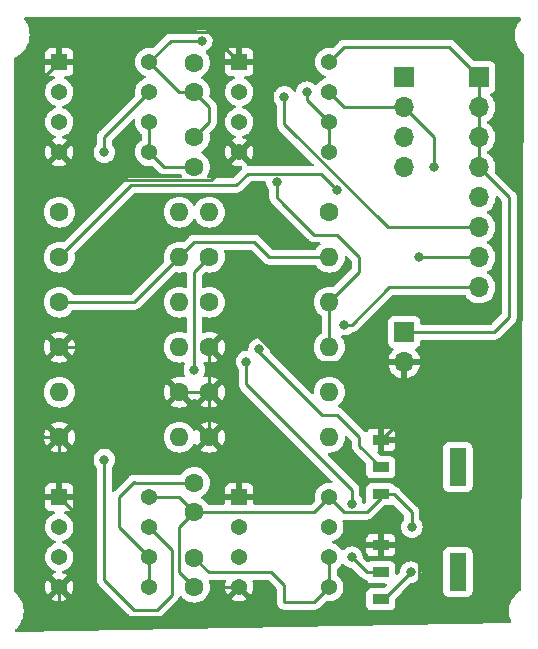
<source format=gbr>
%TF.GenerationSoftware,KiCad,Pcbnew,(6.0.5)*%
%TF.CreationDate,2023-07-08T16:29:13+09:00*%
%TF.ProjectId,wheel speed,77686565-6c20-4737-9065-65642e6b6963,rev?*%
%TF.SameCoordinates,Original*%
%TF.FileFunction,Copper,L1,Top*%
%TF.FilePolarity,Positive*%
%FSLAX46Y46*%
G04 Gerber Fmt 4.6, Leading zero omitted, Abs format (unit mm)*
G04 Created by KiCad (PCBNEW (6.0.5)) date 2023-07-08 16:29:13*
%MOMM*%
%LPD*%
G01*
G04 APERTURE LIST*
%TA.AperFunction,ComponentPad*%
%ADD10C,1.600000*%
%TD*%
%TA.AperFunction,ComponentPad*%
%ADD11O,1.600000X1.600000*%
%TD*%
%TA.AperFunction,ComponentPad*%
%ADD12R,1.700000X1.700000*%
%TD*%
%TA.AperFunction,ComponentPad*%
%ADD13O,1.700000X1.700000*%
%TD*%
%TA.AperFunction,SMDPad,CuDef*%
%ADD14R,1.473200X0.889000*%
%TD*%
%TA.AperFunction,SMDPad,CuDef*%
%ADD15R,1.473200X3.200400*%
%TD*%
%TA.AperFunction,ComponentPad*%
%ADD16R,1.371600X1.371600*%
%TD*%
%TA.AperFunction,ComponentPad*%
%ADD17C,1.371600*%
%TD*%
%TA.AperFunction,ViaPad*%
%ADD18C,0.800000*%
%TD*%
%TA.AperFunction,Conductor*%
%ADD19C,0.250000*%
%TD*%
G04 APERTURE END LIST*
D10*
%TO.P,C2,1*%
%TO.N,12V*%
X125730000Y-97790000D03*
%TO.P,C2,2*%
%TO.N,Net-(C2-Pad2)*%
X125730000Y-95290000D03*
%TD*%
%TO.P,R7,1*%
%TO.N,FL1*%
X114300000Y-72390000D03*
D11*
%TO.P,R7,2*%
%TO.N,Net-(R12-Pad2)*%
X124460000Y-72390000D03*
%TD*%
D10*
%TO.P,R5,1*%
%TO.N,GND*%
X124460000Y-87630000D03*
D11*
%TO.P,R5,2*%
%TO.N,FL-*%
X114300000Y-87630000D03*
%TD*%
D12*
%TO.P,J2,1,Pin_1*%
%TO.N,FL1*%
X143510000Y-60970000D03*
D13*
%TO.P,J2,2,Pin_2*%
%TO.N,FR2*%
X143510000Y-63510000D03*
%TO.P,J2,3,Pin_3*%
%TO.N,BL3*%
X143510000Y-66050000D03*
%TO.P,J2,4,Pin_4*%
%TO.N,BR4*%
X143510000Y-68590000D03*
%TD*%
D10*
%TO.P,R12,1*%
%TO.N,FR2*%
X137160000Y-72390000D03*
D11*
%TO.P,R12,2*%
%TO.N,Net-(R12-Pad2)*%
X127000000Y-72390000D03*
%TD*%
D10*
%TO.P,R6,1*%
%TO.N,GND*%
X114300000Y-91440000D03*
D11*
%TO.P,R6,2*%
%TO.N,BL-*%
X124460000Y-91440000D03*
%TD*%
D10*
%TO.P,C3,1*%
%TO.N,12V*%
X125730000Y-62230000D03*
%TO.P,C3,2*%
%TO.N,Net-(C3-Pad2)*%
X125730000Y-59730000D03*
%TD*%
%TO.P,R9,1*%
%TO.N,GND*%
X127000000Y-91440000D03*
D11*
%TO.P,R9,2*%
%TO.N,FR-*%
X137160000Y-91440000D03*
%TD*%
D12*
%TO.P,J3,1,Pin_1*%
%TO.N,12V*%
X149860000Y-60975000D03*
D13*
%TO.P,J3,2,Pin_2*%
X149860000Y-63515000D03*
%TO.P,J3,3,Pin_3*%
X149860000Y-66055000D03*
%TO.P,J3,4,Pin_4*%
X149860000Y-68595000D03*
%TO.P,J3,5,Pin_5*%
%TO.N,FL-*%
X149860000Y-71135000D03*
%TO.P,J3,6,Pin_6*%
%TO.N,FR-*%
X149860000Y-73675000D03*
%TO.P,J3,7,Pin_7*%
%TO.N,BL-*%
X149860000Y-76215000D03*
%TO.P,J3,8,Pin_8*%
%TO.N,BR-*%
X149860000Y-78755000D03*
%TD*%
D10*
%TO.P,R1,1*%
%TO.N,Net-(R1-Pad1)*%
X114300000Y-80010000D03*
D11*
%TO.P,R1,2*%
%TO.N,Net-(R1-Pad2)*%
X124460000Y-80010000D03*
%TD*%
D10*
%TO.P,C4,1*%
%TO.N,12V*%
X125730000Y-104140000D03*
%TO.P,C4,2*%
%TO.N,Net-(C4-Pad2)*%
X125730000Y-101640000D03*
%TD*%
D14*
%TO.P,U2,1,GND*%
%TO.N,GND*%
X141516100Y-100580000D03*
%TO.P,U2,2,VO*%
%TO.N,Net-(R12-Pad2)*%
X141516100Y-102870000D03*
%TO.P,U2,3,VI*%
%TO.N,12V*%
X141516100Y-105160000D03*
D15*
%TO.P,U2,4*%
%TO.N,N/C*%
X148043900Y-102870000D03*
%TD*%
D12*
%TO.P,J1,1,Pin_1*%
%TO.N,12V*%
X143510000Y-82550000D03*
D13*
%TO.P,J1,2,Pin_2*%
%TO.N,GND*%
X143510000Y-85090000D03*
%TD*%
D16*
%TO.P,U4,1,GND*%
%TO.N,GND*%
X114300000Y-96520000D03*
D17*
%TO.P,U4,2,+*%
%TO.N,BL-*%
X114300000Y-99060000D03*
%TO.P,U4,3,-*%
%TO.N,Net-(R1-Pad2)*%
X114300000Y-101600000D03*
%TO.P,U4,4,V-*%
%TO.N,GND*%
X114300000Y-104140000D03*
%TO.P,U4,5,BAL*%
%TO.N,Net-(C2-Pad2)*%
X121920000Y-104140000D03*
%TO.P,U4,6,STRB*%
X121920000Y-101600000D03*
%TO.P,U4,7*%
%TO.N,BL3*%
X121920000Y-99060000D03*
%TO.P,U4,8,V+*%
%TO.N,12V*%
X121920000Y-96520000D03*
%TD*%
D11*
%TO.P,R8,2*%
%TO.N,Net-(R1-Pad1)*%
X137160000Y-76200000D03*
D10*
%TO.P,R8,1*%
%TO.N,BL3*%
X127000000Y-76200000D03*
%TD*%
%TO.P,R4,1*%
%TO.N,GND*%
X127000000Y-83820000D03*
D11*
%TO.P,R4,2*%
%TO.N,Net-(R3-Pad2)*%
X137160000Y-83820000D03*
%TD*%
D14*
%TO.P,U1,1,GND*%
%TO.N,GND*%
X141516100Y-91690000D03*
%TO.P,U1,2,VO*%
%TO.N,Net-(R1-Pad1)*%
X141516100Y-93980000D03*
%TO.P,U1,3,VI*%
%TO.N,12V*%
X141516100Y-96270000D03*
D15*
%TO.P,U1,4*%
%TO.N,N/C*%
X148043900Y-93980000D03*
%TD*%
D16*
%TO.P,U3,1,GND*%
%TO.N,GND*%
X114300000Y-59690000D03*
D17*
%TO.P,U3,2,+*%
%TO.N,FL-*%
X114300000Y-62230000D03*
%TO.P,U3,3,-*%
%TO.N,Net-(R3-Pad2)*%
X114300000Y-64770000D03*
%TO.P,U3,4,V-*%
%TO.N,GND*%
X114300000Y-67310000D03*
%TO.P,U3,5,BAL*%
%TO.N,Net-(C1-Pad2)*%
X121920000Y-67310000D03*
%TO.P,U3,6,STRB*%
X121920000Y-64770000D03*
%TO.P,U3,7*%
%TO.N,FL1*%
X121920000Y-62230000D03*
%TO.P,U3,8,V+*%
%TO.N,12V*%
X121920000Y-59690000D03*
%TD*%
D16*
%TO.P,U6,1,GND*%
%TO.N,GND*%
X129540000Y-96520000D03*
D17*
%TO.P,U6,2,+*%
%TO.N,BR-*%
X129540000Y-99060000D03*
%TO.P,U6,3,-*%
%TO.N,Net-(R1-Pad2)*%
X129540000Y-101600000D03*
%TO.P,U6,4,V-*%
%TO.N,GND*%
X129540000Y-104140000D03*
%TO.P,U6,5,BAL*%
%TO.N,Net-(C4-Pad2)*%
X137160000Y-104140000D03*
%TO.P,U6,6,STRB*%
X137160000Y-101600000D03*
%TO.P,U6,7*%
%TO.N,BR4*%
X137160000Y-99060000D03*
%TO.P,U6,8,V+*%
%TO.N,12V*%
X137160000Y-96520000D03*
%TD*%
D10*
%TO.P,R10,1*%
%TO.N,GND*%
X127000000Y-87630000D03*
D11*
%TO.P,R10,2*%
%TO.N,BR-*%
X137160000Y-87630000D03*
%TD*%
D10*
%TO.P,C1,1*%
%TO.N,12V*%
X125730000Y-66040000D03*
%TO.P,C1,2*%
%TO.N,Net-(C1-Pad2)*%
X125730000Y-68540000D03*
%TD*%
%TO.P,R2,1*%
%TO.N,GND*%
X114300000Y-83820000D03*
D11*
%TO.P,R2,2*%
%TO.N,Net-(R1-Pad2)*%
X124460000Y-83820000D03*
%TD*%
D16*
%TO.P,U5,1,GND*%
%TO.N,GND*%
X129540000Y-59690000D03*
D17*
%TO.P,U5,2,+*%
%TO.N,FR-*%
X129540000Y-62230000D03*
%TO.P,U5,3,-*%
%TO.N,Net-(R3-Pad2)*%
X129540000Y-64770000D03*
%TO.P,U5,4,V-*%
%TO.N,GND*%
X129540000Y-67310000D03*
%TO.P,U5,5,BAL*%
%TO.N,Net-(C3-Pad2)*%
X137160000Y-67310000D03*
%TO.P,U5,6,STRB*%
X137160000Y-64770000D03*
%TO.P,U5,7*%
%TO.N,FR2*%
X137160000Y-62230000D03*
%TO.P,U5,8,V+*%
%TO.N,12V*%
X137160000Y-59690000D03*
%TD*%
D10*
%TO.P,R11,1*%
%TO.N,BR4*%
X114300000Y-76200000D03*
D11*
%TO.P,R11,2*%
%TO.N,Net-(R1-Pad1)*%
X124460000Y-76200000D03*
%TD*%
D10*
%TO.P,R3,1*%
%TO.N,Net-(R12-Pad2)*%
X127000000Y-80010000D03*
D11*
%TO.P,R3,2*%
%TO.N,Net-(R3-Pad2)*%
X137160000Y-80010000D03*
%TD*%
D18*
%TO.N,Net-(R3-Pad2)*%
X132715000Y-69850000D03*
%TO.N,FL1*%
X118110000Y-67310000D03*
%TO.N,12V*%
X126365000Y-57874500D03*
X144055500Y-102870000D03*
X144145000Y-99060000D03*
%TO.N,BL-*%
X144780000Y-76200000D03*
%TO.N,BL3*%
X118110000Y-93345000D03*
X125730000Y-85725000D03*
%TO.N,FR-*%
X133350000Y-62630011D03*
%TO.N,Net-(C3-Pad2)*%
X135255000Y-62230000D03*
%TO.N,FR2*%
X146050000Y-68580000D03*
%TO.N,BR-*%
X138430000Y-81915000D03*
%TO.N,BR4*%
X137795000Y-70485000D03*
%TO.N,Net-(R1-Pad1)*%
X131215552Y-83980150D03*
%TO.N,Net-(R12-Pad2)*%
X139065000Y-101600000D03*
X130140351Y-85055351D03*
X139065000Y-97065500D03*
%TD*%
D19*
%TO.N,GND*%
X127185489Y-69664511D02*
X116654511Y-69664511D01*
X132080000Y-106680000D02*
X129540000Y-104140000D01*
X114300000Y-91440000D02*
X113030000Y-91440000D01*
X132080000Y-64770000D02*
X129540000Y-67310000D01*
X144780000Y-101600000D02*
X144780000Y-104140000D01*
X128270000Y-82550000D02*
X127000000Y-83820000D01*
X124460000Y-87630000D02*
X127000000Y-87630000D01*
X111760000Y-81280000D02*
X114300000Y-83820000D01*
X144780000Y-104140000D02*
X142240000Y-106680000D01*
X114300000Y-105410000D02*
X114300000Y-104140000D01*
X111760000Y-69850000D02*
X111760000Y-81280000D01*
X114300000Y-67310000D02*
X111760000Y-69850000D01*
X129540000Y-96520000D02*
X129540000Y-93980000D01*
X129540000Y-59690000D02*
X130810000Y-59690000D01*
X127000000Y-57150000D02*
X129540000Y-59690000D01*
X120650000Y-83820000D02*
X124460000Y-87630000D01*
X114300000Y-59690000D02*
X114300000Y-58420000D01*
X111760000Y-62230000D02*
X111760000Y-64770000D01*
X133350000Y-85090000D02*
X130810000Y-82550000D01*
X111760000Y-86360000D02*
X114300000Y-83820000D01*
X132080000Y-62230000D02*
X132080000Y-64770000D01*
X125730000Y-106680000D02*
X115570000Y-106680000D01*
X111760000Y-90170000D02*
X111760000Y-86360000D01*
X127000000Y-83820000D02*
X127000000Y-87630000D01*
X128270000Y-104140000D02*
X125730000Y-106680000D01*
X114300000Y-83820000D02*
X120650000Y-83820000D01*
X143760000Y-100580000D02*
X144780000Y-101600000D01*
X129540000Y-67310000D02*
X127185489Y-69664511D01*
X116840000Y-101600000D02*
X116840000Y-99060000D01*
X116840000Y-99060000D02*
X114300000Y-96520000D01*
X130810000Y-82550000D02*
X128270000Y-82550000D01*
X115570000Y-57150000D02*
X127000000Y-57150000D01*
X143510000Y-89696100D02*
X141516100Y-91690000D01*
X111760000Y-64770000D02*
X114300000Y-67310000D01*
X132080000Y-60960000D02*
X132080000Y-62230000D01*
X129540000Y-104140000D02*
X128270000Y-104140000D01*
X141516100Y-100580000D02*
X143760000Y-100580000D01*
X143510000Y-85090000D02*
X143510000Y-89696100D01*
X114300000Y-58420000D02*
X115570000Y-57150000D01*
X116654511Y-69664511D02*
X114300000Y-67310000D01*
X129540000Y-93980000D02*
X127000000Y-91440000D01*
X113030000Y-91440000D02*
X111760000Y-90170000D01*
X114300000Y-104140000D02*
X116840000Y-101600000D01*
X130810000Y-59690000D02*
X132080000Y-60960000D01*
X127000000Y-91440000D02*
X127000000Y-87630000D01*
X114300000Y-59690000D02*
X111760000Y-62230000D01*
X142240000Y-106680000D02*
X132080000Y-106680000D01*
X115570000Y-106680000D02*
X114300000Y-105410000D01*
X114300000Y-91440000D02*
X114300000Y-96520000D01*
X143510000Y-85090000D02*
X133350000Y-85090000D01*
%TO.N,Net-(R3-Pad2)*%
X133350000Y-71755000D02*
X132715000Y-71120000D01*
X139700000Y-76835000D02*
X139700000Y-76200000D01*
X137795000Y-74295000D02*
X136525000Y-74295000D01*
X139065000Y-75565000D02*
X137795000Y-74295000D01*
X139700000Y-76200000D02*
X139065000Y-75565000D01*
X137160000Y-80010000D02*
X139700000Y-77470000D01*
X135890000Y-74295000D02*
X133350000Y-71755000D01*
X139700000Y-77470000D02*
X139700000Y-76835000D01*
X132715000Y-71120000D02*
X132715000Y-69850000D01*
X137160000Y-83820000D02*
X137160000Y-80010000D01*
X136525000Y-74295000D02*
X135890000Y-74295000D01*
%TO.N,Net-(C1-Pad2)*%
X121920000Y-64770000D02*
X121920000Y-67310000D01*
X125730000Y-68540000D02*
X123150000Y-68540000D01*
X123150000Y-68540000D02*
X121920000Y-67310000D01*
%TO.N,FL1*%
X121920000Y-62230000D02*
X118110000Y-66040000D01*
X118110000Y-66040000D02*
X118110000Y-67310000D01*
%TO.N,12V*%
X124460000Y-102870000D02*
X125730000Y-104140000D01*
X123735500Y-57874500D02*
X126365000Y-57874500D01*
X141516100Y-96270000D02*
X142625000Y-96270000D01*
X141516100Y-96270000D02*
X141990000Y-96270000D01*
X124460000Y-99060000D02*
X124460000Y-102870000D01*
X135890000Y-97790000D02*
X125730000Y-97790000D01*
X138430000Y-97790000D02*
X140335000Y-97790000D01*
X149860000Y-60960000D02*
X147320000Y-58420000D01*
X147320000Y-58420000D02*
X138430000Y-58420000D01*
X125730000Y-97790000D02*
X124460000Y-99060000D01*
X149860000Y-63515000D02*
X149860000Y-66055000D01*
X138430000Y-58420000D02*
X137160000Y-59690000D01*
X151130000Y-82550000D02*
X152400000Y-81280000D01*
X137160000Y-96520000D02*
X135890000Y-97790000D01*
X127000000Y-64770000D02*
X125730000Y-66040000D01*
X141765500Y-105160000D02*
X141516100Y-105160000D01*
X144145000Y-97790000D02*
X144145000Y-99060000D01*
X137160000Y-96520000D02*
X138430000Y-97790000D01*
X143510000Y-82550000D02*
X151130000Y-82550000D01*
X140335000Y-97790000D02*
X141516100Y-96608900D01*
X152400000Y-81280000D02*
X152400000Y-71135000D01*
X121920000Y-96520000D02*
X124460000Y-96520000D01*
X124460000Y-96520000D02*
X125730000Y-97790000D01*
X152400000Y-71135000D02*
X149860000Y-68595000D01*
X127000000Y-63500000D02*
X127000000Y-64770000D01*
X125730000Y-62230000D02*
X124460000Y-62230000D01*
X124460000Y-62230000D02*
X121920000Y-59690000D01*
X149860000Y-60975000D02*
X149860000Y-63515000D01*
X141516100Y-96608900D02*
X141516100Y-96270000D01*
X142625000Y-96270000D02*
X144145000Y-97790000D01*
X149860000Y-60975000D02*
X149860000Y-60960000D01*
X125730000Y-62230000D02*
X127000000Y-63500000D01*
X144055500Y-102870000D02*
X141765500Y-105160000D01*
X121920000Y-59690000D02*
X123735500Y-57874500D01*
X149860000Y-66055000D02*
X149860000Y-68595000D01*
%TO.N,BL-*%
X144780000Y-76200000D02*
X144795000Y-76215000D01*
X144795000Y-76215000D02*
X149860000Y-76215000D01*
%TO.N,Net-(C2-Pad2)*%
X120650000Y-95250000D02*
X119380000Y-96520000D01*
X119380000Y-99060000D02*
X121920000Y-101600000D01*
X119380000Y-96520000D02*
X119380000Y-99060000D01*
X121920000Y-104140000D02*
X121920000Y-101600000D01*
X120690000Y-95290000D02*
X120650000Y-95250000D01*
X125730000Y-95290000D02*
X120690000Y-95290000D01*
%TO.N,BL3*%
X120650000Y-106045000D02*
X122555000Y-106045000D01*
X123825000Y-100965000D02*
X121920000Y-99060000D01*
X127000000Y-76200000D02*
X125730000Y-77470000D01*
X125730000Y-77470000D02*
X125730000Y-78105000D01*
X122555000Y-106045000D02*
X123825000Y-104775000D01*
X118110000Y-93345000D02*
X118110000Y-103505000D01*
X118110000Y-103505000D02*
X120650000Y-106045000D01*
X123825000Y-104775000D02*
X123825000Y-100965000D01*
X125730000Y-78105000D02*
X125730000Y-85725000D01*
%TO.N,FR-*%
X133350000Y-62630011D02*
X133350000Y-64928797D01*
X142096203Y-73675000D02*
X149860000Y-73675000D01*
X133350000Y-64928797D02*
X142096203Y-73675000D01*
%TO.N,Net-(C3-Pad2)*%
X135255000Y-62230000D02*
X135255000Y-62865000D01*
X135255000Y-62865000D02*
X137160000Y-64770000D01*
X137160000Y-64770000D02*
X137160000Y-67310000D01*
%TO.N,FR2*%
X143510000Y-63510000D02*
X146050000Y-66050000D01*
X146050000Y-66050000D02*
X146050000Y-68580000D01*
X137160000Y-62230000D02*
X138440000Y-63510000D01*
X138440000Y-63510000D02*
X143510000Y-63510000D01*
%TO.N,BR-*%
X142225000Y-78755000D02*
X139065000Y-81915000D01*
X149860000Y-78755000D02*
X142225000Y-78755000D01*
X139065000Y-81915000D02*
X138430000Y-81915000D01*
%TO.N,Net-(C4-Pad2)*%
X137160000Y-101600000D02*
X137160000Y-104140000D01*
X133350000Y-105410000D02*
X133350000Y-103981203D01*
X137160000Y-104140000D02*
X135890000Y-105410000D01*
X135890000Y-105410000D02*
X133350000Y-105410000D01*
X126960000Y-102870000D02*
X125730000Y-101640000D01*
X132238797Y-102870000D02*
X126960000Y-102870000D01*
X133350000Y-103981203D02*
X132238797Y-102870000D01*
%TO.N,BR4*%
X129275969Y-70114031D02*
X130264511Y-69125489D01*
X136435489Y-69125489D02*
X137795000Y-70485000D01*
X114300000Y-76200000D02*
X120385969Y-70114031D01*
X120385969Y-70114031D02*
X129275969Y-70114031D01*
X130264511Y-69125489D02*
X136435489Y-69125489D01*
%TO.N,Net-(R1-Pad1)*%
X114300000Y-80010000D02*
X120650000Y-80010000D01*
X137795000Y-89535000D02*
X136525000Y-89535000D01*
X139700000Y-91440000D02*
X137795000Y-89535000D01*
X130810000Y-74930000D02*
X125730000Y-74930000D01*
X131215552Y-84225552D02*
X131215552Y-83980150D01*
X132080000Y-76200000D02*
X130810000Y-74930000D01*
X120650000Y-80010000D02*
X124460000Y-76200000D01*
X125730000Y-74930000D02*
X124460000Y-76200000D01*
X139700000Y-92163900D02*
X139700000Y-91440000D01*
X136525000Y-89535000D02*
X131215552Y-84225552D01*
X141516100Y-93980000D02*
X139700000Y-92163900D01*
X137160000Y-76200000D02*
X132080000Y-76200000D01*
%TO.N,Net-(R12-Pad2)*%
X130140351Y-86960351D02*
X139065000Y-95885000D01*
X139065000Y-95885000D02*
X139065000Y-97065500D01*
X140335000Y-102870000D02*
X139065000Y-101600000D01*
X141516100Y-102870000D02*
X140335000Y-102870000D01*
X130140351Y-85055351D02*
X130140351Y-86960351D01*
%TD*%
%TA.AperFunction,Conductor*%
%TO.N,GND*%
G36*
X152304673Y-70143768D02*
G01*
X151211218Y-69050313D01*
X151177192Y-68988001D01*
X151179755Y-68924589D01*
X151190865Y-68888022D01*
X151192370Y-68883069D01*
X151221529Y-68661590D01*
X151223156Y-68595000D01*
X151204852Y-68372361D01*
X151150431Y-68155702D01*
X151061354Y-67950840D01*
X150994141Y-67846944D01*
X150942822Y-67767617D01*
X150942820Y-67767614D01*
X150940014Y-67763277D01*
X150789670Y-67598051D01*
X150785619Y-67594852D01*
X150785615Y-67594848D01*
X150618414Y-67462800D01*
X150618410Y-67462798D01*
X150614359Y-67459598D01*
X150573053Y-67436796D01*
X150523084Y-67386364D01*
X150508312Y-67316921D01*
X150533428Y-67250516D01*
X150560780Y-67223909D01*
X150625811Y-67177523D01*
X150739860Y-67096173D01*
X150769774Y-67066364D01*
X150890968Y-66945592D01*
X150898096Y-66938489D01*
X150935876Y-66885913D01*
X151025435Y-66761277D01*
X151028453Y-66757077D01*
X151060734Y-66691762D01*
X151125136Y-66561453D01*
X151125137Y-66561451D01*
X151127430Y-66556811D01*
X151188636Y-66355359D01*
X151190865Y-66348023D01*
X151190865Y-66348021D01*
X151192370Y-66343069D01*
X151221529Y-66121590D01*
X151221611Y-66118240D01*
X151223074Y-66058365D01*
X151223074Y-66058361D01*
X151223156Y-66055000D01*
X151204852Y-65832361D01*
X151150431Y-65615702D01*
X151061354Y-65410840D01*
X151016492Y-65341494D01*
X150942822Y-65227617D01*
X150942820Y-65227614D01*
X150940014Y-65223277D01*
X150789670Y-65058051D01*
X150785619Y-65054852D01*
X150785615Y-65054848D01*
X150618414Y-64922800D01*
X150618410Y-64922798D01*
X150614359Y-64919598D01*
X150573053Y-64896796D01*
X150523084Y-64846364D01*
X150508312Y-64776921D01*
X150533428Y-64710516D01*
X150560780Y-64683909D01*
X150620957Y-64640985D01*
X150739860Y-64556173D01*
X150769774Y-64526364D01*
X150894435Y-64402137D01*
X150898096Y-64398489D01*
X150955222Y-64318990D01*
X151025435Y-64221277D01*
X151028453Y-64217077D01*
X151041468Y-64190744D01*
X151125136Y-64021453D01*
X151125137Y-64021451D01*
X151127430Y-64016811D01*
X151188637Y-63815357D01*
X151190865Y-63808023D01*
X151190865Y-63808021D01*
X151192370Y-63803069D01*
X151221529Y-63581590D01*
X151221611Y-63578240D01*
X151223074Y-63518365D01*
X151223074Y-63518361D01*
X151223156Y-63515000D01*
X151204852Y-63292361D01*
X151150431Y-63075702D01*
X151061354Y-62870840D01*
X150990681Y-62761596D01*
X150942822Y-62687617D01*
X150942820Y-62687614D01*
X150940014Y-62683277D01*
X150936532Y-62679450D01*
X150792798Y-62521488D01*
X150761746Y-62457642D01*
X150770141Y-62387143D01*
X150815317Y-62332375D01*
X150841761Y-62318706D01*
X150948297Y-62278767D01*
X150956705Y-62275615D01*
X151073261Y-62188261D01*
X151160615Y-62071705D01*
X151211745Y-61935316D01*
X151218500Y-61873134D01*
X151218500Y-60076866D01*
X151211745Y-60014684D01*
X151160615Y-59878295D01*
X151073261Y-59761739D01*
X150956705Y-59674385D01*
X150820316Y-59623255D01*
X150758134Y-59616500D01*
X149464595Y-59616500D01*
X149396474Y-59596498D01*
X149375500Y-59579595D01*
X147823652Y-58027747D01*
X147816112Y-58019461D01*
X147812000Y-58012982D01*
X147762348Y-57966356D01*
X147759507Y-57963602D01*
X147739770Y-57943865D01*
X147736573Y-57941385D01*
X147727551Y-57933680D01*
X147714116Y-57921064D01*
X147695321Y-57903414D01*
X147688375Y-57899595D01*
X147688372Y-57899593D01*
X147677566Y-57893652D01*
X147661047Y-57882801D01*
X147658809Y-57881065D01*
X147645041Y-57870386D01*
X147637772Y-57867241D01*
X147637768Y-57867238D01*
X147604463Y-57852826D01*
X147593813Y-57847609D01*
X147555060Y-57826305D01*
X147535437Y-57821267D01*
X147516734Y-57814863D01*
X147505420Y-57809967D01*
X147505419Y-57809967D01*
X147498145Y-57806819D01*
X147490322Y-57805580D01*
X147490312Y-57805577D01*
X147454476Y-57799901D01*
X147442856Y-57797495D01*
X147407711Y-57788472D01*
X147407710Y-57788472D01*
X147400030Y-57786500D01*
X147379776Y-57786500D01*
X147360065Y-57784949D01*
X147347886Y-57783020D01*
X147340057Y-57781780D01*
X147310786Y-57784547D01*
X147296039Y-57785941D01*
X147284181Y-57786500D01*
X138508767Y-57786500D01*
X138497584Y-57785973D01*
X138490091Y-57784298D01*
X138482165Y-57784547D01*
X138482164Y-57784547D01*
X138422014Y-57786438D01*
X138418055Y-57786500D01*
X138390144Y-57786500D01*
X138386210Y-57786997D01*
X138386209Y-57786997D01*
X138386144Y-57787005D01*
X138374307Y-57787938D01*
X138342490Y-57788938D01*
X138338029Y-57789078D01*
X138330110Y-57789327D01*
X138312454Y-57794456D01*
X138310658Y-57794978D01*
X138291306Y-57798986D01*
X138284235Y-57799880D01*
X138271203Y-57801526D01*
X138263834Y-57804443D01*
X138263832Y-57804444D01*
X138230097Y-57817800D01*
X138218869Y-57821645D01*
X138176407Y-57833982D01*
X138169585Y-57838016D01*
X138169579Y-57838019D01*
X138158968Y-57844294D01*
X138141218Y-57852990D01*
X138129756Y-57857528D01*
X138129751Y-57857531D01*
X138122383Y-57860448D01*
X138104970Y-57873099D01*
X138086625Y-57886427D01*
X138076707Y-57892943D01*
X138065463Y-57899593D01*
X138038637Y-57915458D01*
X138024313Y-57929782D01*
X138009281Y-57942621D01*
X137992893Y-57954528D01*
X137973161Y-57978380D01*
X137964712Y-57988593D01*
X137956722Y-57997373D01*
X137476098Y-58477997D01*
X137413786Y-58512023D01*
X137362424Y-58512481D01*
X137322098Y-58504460D01*
X137291041Y-58498282D01*
X137291037Y-58498282D01*
X137285373Y-58497155D01*
X137279598Y-58497079D01*
X137279594Y-58497079D01*
X137168963Y-58495631D01*
X137065895Y-58494281D01*
X137060198Y-58495260D01*
X137060197Y-58495260D01*
X136855265Y-58530474D01*
X136849568Y-58531453D01*
X136643638Y-58607425D01*
X136638677Y-58610377D01*
X136638676Y-58610377D01*
X136459969Y-58716696D01*
X136459966Y-58716698D01*
X136455001Y-58719652D01*
X136289974Y-58864377D01*
X136154085Y-59036751D01*
X136151394Y-59041867D01*
X136151392Y-59041869D01*
X136128950Y-59084524D01*
X136051884Y-59231003D01*
X135986794Y-59440627D01*
X135960995Y-59658603D01*
X135975351Y-59877630D01*
X136029381Y-60090373D01*
X136121275Y-60289708D01*
X136124606Y-60294421D01*
X136124607Y-60294423D01*
X136241979Y-60460499D01*
X136247957Y-60468958D01*
X136405183Y-60622121D01*
X136409979Y-60625326D01*
X136409982Y-60625328D01*
X136416150Y-60629449D01*
X136587688Y-60744067D01*
X136592991Y-60746345D01*
X136592994Y-60746347D01*
X136684640Y-60785721D01*
X136789360Y-60830712D01*
X136816274Y-60836802D01*
X136878300Y-60871346D01*
X136911804Y-60933940D01*
X136906148Y-61004711D01*
X136863129Y-61061190D01*
X136832078Y-61077906D01*
X136643638Y-61147425D01*
X136638677Y-61150377D01*
X136638676Y-61150377D01*
X136459969Y-61256696D01*
X136459966Y-61256698D01*
X136455001Y-61259652D01*
X136289974Y-61404377D01*
X136154085Y-61576751D01*
X136140610Y-61602363D01*
X136091192Y-61653334D01*
X136022060Y-61669497D01*
X135955164Y-61645718D01*
X135935467Y-61628004D01*
X135870675Y-61556045D01*
X135870674Y-61556044D01*
X135866253Y-61551134D01*
X135711752Y-61438882D01*
X135705724Y-61436198D01*
X135705722Y-61436197D01*
X135543319Y-61363891D01*
X135543318Y-61363891D01*
X135537288Y-61361206D01*
X135443887Y-61341353D01*
X135356944Y-61322872D01*
X135356939Y-61322872D01*
X135350487Y-61321500D01*
X135159513Y-61321500D01*
X135153061Y-61322872D01*
X135153056Y-61322872D01*
X135066113Y-61341353D01*
X134972712Y-61361206D01*
X134966682Y-61363891D01*
X134966681Y-61363891D01*
X134804278Y-61436197D01*
X134804276Y-61436198D01*
X134798248Y-61438882D01*
X134643747Y-61551134D01*
X134639326Y-61556044D01*
X134639325Y-61556045D01*
X134537173Y-61669497D01*
X134515960Y-61693056D01*
X134420473Y-61858444D01*
X134361458Y-62040072D01*
X134360768Y-62046633D01*
X134360768Y-62046635D01*
X134355326Y-62098415D01*
X134328313Y-62164072D01*
X134270091Y-62204702D01*
X134199146Y-62207405D01*
X134138002Y-62171323D01*
X134120897Y-62148245D01*
X134092341Y-62098785D01*
X134089040Y-62093067D01*
X134047233Y-62046635D01*
X133965675Y-61956056D01*
X133965674Y-61956055D01*
X133961253Y-61951145D01*
X133806752Y-61838893D01*
X133800724Y-61836209D01*
X133800722Y-61836208D01*
X133638319Y-61763902D01*
X133638318Y-61763902D01*
X133632288Y-61761217D01*
X133538888Y-61741364D01*
X133451944Y-61722883D01*
X133451939Y-61722883D01*
X133445487Y-61721511D01*
X133254513Y-61721511D01*
X133248061Y-61722883D01*
X133248056Y-61722883D01*
X133161112Y-61741364D01*
X133067712Y-61761217D01*
X133061682Y-61763902D01*
X133061681Y-61763902D01*
X132899278Y-61836208D01*
X132899276Y-61836209D01*
X132893248Y-61838893D01*
X132738747Y-61951145D01*
X132734326Y-61956055D01*
X132734325Y-61956056D01*
X132652768Y-62046635D01*
X132610960Y-62093067D01*
X132607659Y-62098785D01*
X132528741Y-62235475D01*
X132515473Y-62258455D01*
X132456458Y-62440083D01*
X132455768Y-62446644D01*
X132455768Y-62446646D01*
X132447578Y-62524568D01*
X132436496Y-62630011D01*
X132437186Y-62636576D01*
X132454614Y-62802390D01*
X132456458Y-62819939D01*
X132515473Y-63001567D01*
X132518776Y-63007289D01*
X132518777Y-63007290D01*
X132529996Y-63026722D01*
X132610960Y-63166955D01*
X132684137Y-63248226D01*
X132714853Y-63312232D01*
X132716500Y-63332535D01*
X132716500Y-64850030D01*
X132715973Y-64861213D01*
X132714298Y-64868706D01*
X132714547Y-64876632D01*
X132714547Y-64876633D01*
X132716438Y-64936783D01*
X132716500Y-64940742D01*
X132716500Y-64968653D01*
X132716997Y-64972587D01*
X132716997Y-64972588D01*
X132717005Y-64972653D01*
X132717938Y-64984490D01*
X132719327Y-65028686D01*
X132722432Y-65039373D01*
X132724978Y-65048136D01*
X132728987Y-65067497D01*
X132731526Y-65087594D01*
X132734445Y-65094965D01*
X132734445Y-65094967D01*
X132747804Y-65128709D01*
X132751649Y-65139939D01*
X132763982Y-65182390D01*
X132768015Y-65189209D01*
X132768017Y-65189214D01*
X132774293Y-65199825D01*
X132782988Y-65217573D01*
X132790448Y-65236414D01*
X132795110Y-65242830D01*
X132795110Y-65242831D01*
X132816436Y-65272184D01*
X132822952Y-65282104D01*
X132845458Y-65320159D01*
X132859779Y-65334480D01*
X132872619Y-65349513D01*
X132884528Y-65365904D01*
X132900048Y-65378743D01*
X132918605Y-65394095D01*
X132927384Y-65402085D01*
X135802193Y-68276894D01*
X135836219Y-68339206D01*
X135831154Y-68410021D01*
X135788607Y-68466857D01*
X135722087Y-68491668D01*
X135713098Y-68491989D01*
X130343279Y-68491989D01*
X130332096Y-68491462D01*
X130324603Y-68489787D01*
X130316676Y-68490036D01*
X130316675Y-68490036D01*
X130304288Y-68490425D01*
X130235572Y-68472571D01*
X130187418Y-68420402D01*
X130175113Y-68350479D01*
X130176931Y-68339026D01*
X130181574Y-68316522D01*
X130177978Y-68307188D01*
X129552812Y-67682022D01*
X129538868Y-67674408D01*
X129537035Y-67674539D01*
X129530420Y-67678790D01*
X128907400Y-68301810D01*
X128901204Y-68313156D01*
X128911086Y-68325645D01*
X128963124Y-68360416D01*
X128973234Y-68365906D01*
X129164208Y-68447955D01*
X129175151Y-68451510D01*
X129377873Y-68497382D01*
X129389283Y-68498884D01*
X129596978Y-68507044D01*
X129608458Y-68506443D01*
X129676560Y-68496568D01*
X129746846Y-68506588D01*
X129800558Y-68553017D01*
X129820641Y-68621114D01*
X129800720Y-68689258D01*
X129783736Y-68710360D01*
X129050468Y-69443627D01*
X128988156Y-69477652D01*
X128961373Y-69480531D01*
X126910860Y-69480531D01*
X126842739Y-69460529D01*
X126796246Y-69406873D01*
X126786142Y-69336599D01*
X126807647Y-69282260D01*
X126824028Y-69258866D01*
X126867523Y-69196749D01*
X126869846Y-69191767D01*
X126869849Y-69191762D01*
X126961961Y-68994225D01*
X126961961Y-68994224D01*
X126964284Y-68989243D01*
X126976067Y-68945271D01*
X127022119Y-68773402D01*
X127022119Y-68773400D01*
X127023543Y-68768087D01*
X127043498Y-68540000D01*
X127023543Y-68311913D01*
X127014160Y-68276894D01*
X126965707Y-68096067D01*
X126965706Y-68096065D01*
X126964284Y-68090757D01*
X126919070Y-67993795D01*
X126869849Y-67888238D01*
X126869846Y-67888233D01*
X126867523Y-67883251D01*
X126750146Y-67715620D01*
X126739357Y-67700211D01*
X126739355Y-67700208D01*
X126736198Y-67695700D01*
X126574300Y-67533802D01*
X126569792Y-67530645D01*
X126569789Y-67530643D01*
X126439783Y-67439612D01*
X126386749Y-67402477D01*
X126381767Y-67400154D01*
X126379973Y-67399118D01*
X126330981Y-67347734D01*
X126318772Y-67284382D01*
X128341875Y-67284382D01*
X128355469Y-67491783D01*
X128357270Y-67503153D01*
X128408432Y-67704606D01*
X128412273Y-67715453D01*
X128499293Y-67904215D01*
X128505042Y-67914172D01*
X128524225Y-67941315D01*
X128534814Y-67949703D01*
X128548115Y-67942675D01*
X129167978Y-67322812D01*
X129174356Y-67311132D01*
X129904408Y-67311132D01*
X129904539Y-67312965D01*
X129908790Y-67319580D01*
X130533274Y-67944064D01*
X130545654Y-67950824D01*
X130552234Y-67945898D01*
X130632440Y-67802681D01*
X130637118Y-67792174D01*
X130703930Y-67595355D01*
X130706618Y-67584159D01*
X130736738Y-67376420D01*
X130737368Y-67369037D01*
X130738817Y-67313704D01*
X130738574Y-67306305D01*
X130719367Y-67097272D01*
X130717269Y-67085951D01*
X130660852Y-66885913D01*
X130656727Y-66875166D01*
X130564795Y-66688746D01*
X130558786Y-66678941D01*
X130557434Y-66677130D01*
X130546176Y-66668681D01*
X130533757Y-66675453D01*
X129912022Y-67297188D01*
X129904408Y-67311132D01*
X129174356Y-67311132D01*
X129175592Y-67308868D01*
X129175461Y-67307035D01*
X129171210Y-67300420D01*
X128545011Y-66674221D01*
X128532631Y-66667461D01*
X128526665Y-66671927D01*
X128435037Y-66846085D01*
X128430636Y-66856709D01*
X128368998Y-67055215D01*
X128366606Y-67066469D01*
X128342176Y-67272881D01*
X128341875Y-67284382D01*
X126318772Y-67284382D01*
X126317546Y-67278021D01*
X126343934Y-67212110D01*
X126379973Y-67180882D01*
X126381767Y-67179846D01*
X126386749Y-67177523D01*
X126510069Y-67091173D01*
X126569789Y-67049357D01*
X126569792Y-67049355D01*
X126574300Y-67046198D01*
X126736198Y-66884300D01*
X126742719Y-66874988D01*
X126864366Y-66701257D01*
X126867523Y-66696749D01*
X126869846Y-66691767D01*
X126869849Y-66691762D01*
X126961961Y-66494225D01*
X126961961Y-66494224D01*
X126964284Y-66489243D01*
X126972753Y-66457639D01*
X127022119Y-66273402D01*
X127022119Y-66273400D01*
X127023543Y-66268087D01*
X127043498Y-66040000D01*
X127023543Y-65811913D01*
X127022119Y-65806598D01*
X127022118Y-65806591D01*
X127006541Y-65748459D01*
X127008230Y-65677483D01*
X127039152Y-65626752D01*
X127392247Y-65273657D01*
X127400537Y-65266113D01*
X127407018Y-65262000D01*
X127453659Y-65212332D01*
X127456413Y-65209491D01*
X127476134Y-65189770D01*
X127478612Y-65186575D01*
X127486318Y-65177553D01*
X127511158Y-65151101D01*
X127516586Y-65145321D01*
X127522732Y-65134142D01*
X127526346Y-65127568D01*
X127537199Y-65111045D01*
X127544753Y-65101306D01*
X127549613Y-65095041D01*
X127567176Y-65054457D01*
X127572383Y-65043827D01*
X127593695Y-65005060D01*
X127595666Y-64997383D01*
X127595668Y-64997378D01*
X127598732Y-64985442D01*
X127605138Y-64966730D01*
X127606022Y-64964689D01*
X127613181Y-64948145D01*
X127614421Y-64940317D01*
X127614423Y-64940310D01*
X127620099Y-64904476D01*
X127622505Y-64892856D01*
X127631528Y-64857711D01*
X127631528Y-64857710D01*
X127633500Y-64850030D01*
X127633500Y-64829776D01*
X127635051Y-64810065D01*
X127636980Y-64797886D01*
X127638220Y-64790057D01*
X127634059Y-64746038D01*
X127633708Y-64738603D01*
X128340995Y-64738603D01*
X128355351Y-64957630D01*
X128409381Y-65170373D01*
X128501275Y-65369708D01*
X128504606Y-65374421D01*
X128504607Y-65374423D01*
X128623459Y-65542593D01*
X128627957Y-65548958D01*
X128665751Y-65585775D01*
X128725842Y-65644313D01*
X128785183Y-65702121D01*
X128789979Y-65705326D01*
X128789982Y-65705328D01*
X128923543Y-65794570D01*
X128967688Y-65824067D01*
X128972991Y-65826345D01*
X128972994Y-65826347D01*
X129164053Y-65908432D01*
X129169360Y-65910712D01*
X129197167Y-65917004D01*
X129259193Y-65951547D01*
X129292698Y-66014140D01*
X129287044Y-66084911D01*
X129244025Y-66141390D01*
X129212970Y-66158109D01*
X129029270Y-66225880D01*
X129018892Y-66230830D01*
X128909785Y-66295742D01*
X128900187Y-66306075D01*
X128903673Y-66314463D01*
X129527188Y-66937978D01*
X129541132Y-66945592D01*
X129542965Y-66945461D01*
X129549580Y-66941210D01*
X130172489Y-66318301D01*
X130179249Y-66305921D01*
X130173219Y-66297866D01*
X130089180Y-66244841D01*
X130078932Y-66239620D01*
X129885874Y-66162598D01*
X129874926Y-66159355D01*
X129815291Y-66120829D01*
X129785952Y-66056179D01*
X129796223Y-65985929D01*
X129842844Y-65932384D01*
X129870211Y-65919231D01*
X129929609Y-65899068D01*
X130027846Y-65865721D01*
X130219357Y-65758470D01*
X130238700Y-65742383D01*
X130332128Y-65664679D01*
X130388115Y-65618115D01*
X130528470Y-65449357D01*
X130635721Y-65257846D01*
X130654878Y-65201411D01*
X130704420Y-65055467D01*
X130704421Y-65055462D01*
X130706276Y-65049998D01*
X130707104Y-65044289D01*
X130707105Y-65044284D01*
X130729471Y-64890027D01*
X130737772Y-64832773D01*
X130739416Y-64770000D01*
X130719332Y-64551424D01*
X130717379Y-64544500D01*
X130661319Y-64345727D01*
X130661318Y-64345725D01*
X130659751Y-64340168D01*
X130649308Y-64318990D01*
X130565225Y-64148488D01*
X130562670Y-64143307D01*
X130553500Y-64131026D01*
X130434793Y-63972058D01*
X130434792Y-63972057D01*
X130431340Y-63967434D01*
X130270158Y-63818439D01*
X130084523Y-63701313D01*
X129880653Y-63619976D01*
X129875586Y-63618968D01*
X129816118Y-63580551D01*
X129786777Y-63515901D01*
X129797048Y-63445651D01*
X129843667Y-63392105D01*
X129871036Y-63378951D01*
X129959083Y-63349063D01*
X130027846Y-63325721D01*
X130219357Y-63218470D01*
X130231481Y-63208387D01*
X130383677Y-63081806D01*
X130388115Y-63078115D01*
X130528470Y-62909357D01*
X130635721Y-62717846D01*
X130656575Y-62656411D01*
X130704420Y-62515467D01*
X130704421Y-62515462D01*
X130706276Y-62509998D01*
X130707104Y-62504289D01*
X130707105Y-62504284D01*
X130734012Y-62318706D01*
X130737772Y-62292773D01*
X130739416Y-62230000D01*
X130724412Y-62066705D01*
X130719861Y-62017178D01*
X130719860Y-62017175D01*
X130719332Y-62011424D01*
X130706672Y-61966535D01*
X130661319Y-61805727D01*
X130661318Y-61805725D01*
X130659751Y-61800168D01*
X130652798Y-61786067D01*
X130565225Y-61608488D01*
X130562670Y-61603307D01*
X130431340Y-61427434D01*
X130334295Y-61337727D01*
X130274398Y-61282358D01*
X130274395Y-61282356D01*
X130270158Y-61278439D01*
X130084523Y-61161313D01*
X130079162Y-61159174D01*
X129998090Y-61126829D01*
X129942231Y-61083008D01*
X129918931Y-61015943D01*
X129935587Y-60946928D01*
X129986912Y-60897874D01*
X130044781Y-60883799D01*
X130270469Y-60883799D01*
X130277290Y-60883429D01*
X130328152Y-60877905D01*
X130343404Y-60874279D01*
X130463854Y-60829124D01*
X130479449Y-60820586D01*
X130581524Y-60744085D01*
X130594085Y-60731524D01*
X130670586Y-60629449D01*
X130679124Y-60613854D01*
X130724278Y-60493406D01*
X130727905Y-60478151D01*
X130733431Y-60427286D01*
X130733800Y-60420472D01*
X130733800Y-59962115D01*
X130729325Y-59946876D01*
X130727935Y-59945671D01*
X130720252Y-59944000D01*
X128364316Y-59944000D01*
X128349077Y-59948475D01*
X128347872Y-59949865D01*
X128346201Y-59957548D01*
X128346201Y-60420469D01*
X128346571Y-60427290D01*
X128352095Y-60478152D01*
X128355721Y-60493404D01*
X128400876Y-60613854D01*
X128409414Y-60629449D01*
X128485915Y-60731524D01*
X128498476Y-60744085D01*
X128600551Y-60820586D01*
X128616146Y-60829124D01*
X128736594Y-60874278D01*
X128751849Y-60877905D01*
X128802714Y-60883431D01*
X128809528Y-60883800D01*
X129032648Y-60883800D01*
X129100769Y-60903802D01*
X129147262Y-60957458D01*
X129157366Y-61027732D01*
X129127872Y-61092312D01*
X129076259Y-61128012D01*
X129023638Y-61147425D01*
X129018677Y-61150377D01*
X129018676Y-61150377D01*
X128839969Y-61256696D01*
X128839966Y-61256698D01*
X128835001Y-61259652D01*
X128669974Y-61404377D01*
X128534085Y-61576751D01*
X128531394Y-61581867D01*
X128531392Y-61581869D01*
X128435620Y-61763902D01*
X128431884Y-61771003D01*
X128399117Y-61876531D01*
X128374424Y-61956056D01*
X128366794Y-61980627D01*
X128340995Y-62198603D01*
X128355351Y-62417630D01*
X128409381Y-62630373D01*
X128501275Y-62829708D01*
X128504606Y-62834421D01*
X128504607Y-62834423D01*
X128622734Y-63001567D01*
X128627957Y-63008958D01*
X128632093Y-63012987D01*
X128774600Y-63151811D01*
X128785183Y-63162121D01*
X128789979Y-63165326D01*
X128789982Y-63165328D01*
X128923570Y-63254588D01*
X128967688Y-63284067D01*
X128972991Y-63286345D01*
X128972994Y-63286347D01*
X129147467Y-63361306D01*
X129169360Y-63370712D01*
X129196274Y-63376802D01*
X129258300Y-63411346D01*
X129291804Y-63473940D01*
X129286148Y-63544711D01*
X129243129Y-63601190D01*
X129212078Y-63617906D01*
X129023638Y-63687425D01*
X129018677Y-63690377D01*
X129018676Y-63690377D01*
X128839969Y-63796696D01*
X128839966Y-63796698D01*
X128835001Y-63799652D01*
X128669974Y-63944377D01*
X128534085Y-64116751D01*
X128531394Y-64121867D01*
X128531392Y-64121869D01*
X128481301Y-64217077D01*
X128431884Y-64311003D01*
X128424435Y-64334994D01*
X128370841Y-64507595D01*
X128366794Y-64520627D01*
X128340995Y-64738603D01*
X127633708Y-64738603D01*
X127633500Y-64734181D01*
X127633500Y-63578767D01*
X127634027Y-63567584D01*
X127635702Y-63560091D01*
X127635181Y-63543498D01*
X127633562Y-63492014D01*
X127633500Y-63488055D01*
X127633500Y-63460144D01*
X127632995Y-63456144D01*
X127632062Y-63444301D01*
X127630922Y-63408029D01*
X127630673Y-63400110D01*
X127625022Y-63380658D01*
X127621014Y-63361306D01*
X127619467Y-63349063D01*
X127618474Y-63341203D01*
X127615556Y-63333832D01*
X127602200Y-63300097D01*
X127598355Y-63288870D01*
X127596989Y-63284169D01*
X127586018Y-63246407D01*
X127581984Y-63239585D01*
X127581981Y-63239579D01*
X127575706Y-63228968D01*
X127567010Y-63211218D01*
X127562472Y-63199756D01*
X127562469Y-63199751D01*
X127559552Y-63192383D01*
X127537566Y-63162121D01*
X127533573Y-63156625D01*
X127527057Y-63146707D01*
X127508575Y-63115457D01*
X127504542Y-63108637D01*
X127490218Y-63094313D01*
X127477376Y-63079278D01*
X127474778Y-63075702D01*
X127465472Y-63062893D01*
X127431406Y-63034711D01*
X127422627Y-63026722D01*
X127039152Y-62643247D01*
X127005126Y-62580935D01*
X127006540Y-62521541D01*
X127007894Y-62516488D01*
X127023543Y-62458087D01*
X127043498Y-62230000D01*
X127023543Y-62001913D01*
X127019377Y-61986364D01*
X126965707Y-61786067D01*
X126965706Y-61786065D01*
X126964284Y-61780757D01*
X126957350Y-61765886D01*
X126869849Y-61578238D01*
X126869846Y-61578233D01*
X126867523Y-61573251D01*
X126773437Y-61438882D01*
X126739357Y-61390211D01*
X126739355Y-61390208D01*
X126736198Y-61385700D01*
X126574300Y-61223802D01*
X126569792Y-61220645D01*
X126569789Y-61220643D01*
X126437498Y-61128012D01*
X126386749Y-61092477D01*
X126381767Y-61090154D01*
X126379973Y-61089118D01*
X126330981Y-61037734D01*
X126317546Y-60968021D01*
X126343934Y-60902110D01*
X126379973Y-60870882D01*
X126381767Y-60869846D01*
X126386749Y-60867523D01*
X126466124Y-60811944D01*
X126569789Y-60739357D01*
X126569792Y-60739355D01*
X126574300Y-60736198D01*
X126736198Y-60574300D01*
X126753498Y-60549594D01*
X126813260Y-60464244D01*
X126867523Y-60386749D01*
X126869846Y-60381767D01*
X126869849Y-60381762D01*
X126961961Y-60184225D01*
X126961961Y-60184224D01*
X126964284Y-60179243D01*
X126966124Y-60172378D01*
X127022119Y-59963402D01*
X127022119Y-59963400D01*
X127023543Y-59958087D01*
X127043498Y-59730000D01*
X127023543Y-59501913D01*
X127022119Y-59496598D01*
X127001028Y-59417885D01*
X128346200Y-59417885D01*
X128350675Y-59433124D01*
X128352065Y-59434329D01*
X128359748Y-59436000D01*
X129267885Y-59436000D01*
X129283124Y-59431525D01*
X129284329Y-59430135D01*
X129286000Y-59422452D01*
X129286000Y-59417885D01*
X129794000Y-59417885D01*
X129798475Y-59433124D01*
X129799865Y-59434329D01*
X129807548Y-59436000D01*
X130715684Y-59436000D01*
X130730923Y-59431525D01*
X130732128Y-59430135D01*
X130733799Y-59422452D01*
X130733799Y-58959531D01*
X130733429Y-58952710D01*
X130727905Y-58901848D01*
X130724279Y-58886596D01*
X130679124Y-58766146D01*
X130670586Y-58750551D01*
X130594085Y-58648476D01*
X130581524Y-58635915D01*
X130479449Y-58559414D01*
X130463854Y-58550876D01*
X130343406Y-58505722D01*
X130328151Y-58502095D01*
X130277286Y-58496569D01*
X130270472Y-58496200D01*
X129812115Y-58496200D01*
X129796876Y-58500675D01*
X129795671Y-58502065D01*
X129794000Y-58509748D01*
X129794000Y-59417885D01*
X129286000Y-59417885D01*
X129286000Y-58514316D01*
X129281525Y-58499077D01*
X129280135Y-58497872D01*
X129272452Y-58496201D01*
X128809531Y-58496201D01*
X128802710Y-58496571D01*
X128751848Y-58502095D01*
X128736596Y-58505721D01*
X128616146Y-58550876D01*
X128600551Y-58559414D01*
X128498476Y-58635915D01*
X128485915Y-58648476D01*
X128409414Y-58750551D01*
X128400876Y-58766146D01*
X128355722Y-58886594D01*
X128352095Y-58901849D01*
X128346569Y-58952714D01*
X128346200Y-58959528D01*
X128346200Y-59417885D01*
X127001028Y-59417885D01*
X126965707Y-59286067D01*
X126965706Y-59286065D01*
X126964284Y-59280757D01*
X126943657Y-59236521D01*
X126869849Y-59078238D01*
X126869846Y-59078233D01*
X126867523Y-59073251D01*
X126736198Y-58885700D01*
X126732300Y-58881802D01*
X126732050Y-58881504D01*
X126703582Y-58816464D01*
X126714797Y-58746359D01*
X126762133Y-58693446D01*
X126777319Y-58685401D01*
X126815722Y-58668303D01*
X126815724Y-58668302D01*
X126821752Y-58665618D01*
X126976253Y-58553366D01*
X126999091Y-58528002D01*
X127099621Y-58416352D01*
X127099622Y-58416351D01*
X127104040Y-58411444D01*
X127199527Y-58246056D01*
X127258542Y-58064428D01*
X127266513Y-57988593D01*
X127277814Y-57881065D01*
X127278504Y-57874500D01*
X127270730Y-57800533D01*
X127259232Y-57691135D01*
X127259232Y-57691133D01*
X127258542Y-57684572D01*
X127199527Y-57502944D01*
X127104040Y-57337556D01*
X127087882Y-57319610D01*
X126980675Y-57200545D01*
X126980674Y-57200544D01*
X126976253Y-57195634D01*
X126821752Y-57083382D01*
X126815724Y-57080698D01*
X126815722Y-57080697D01*
X126653319Y-57008391D01*
X126653318Y-57008391D01*
X126647288Y-57005706D01*
X126553887Y-56985853D01*
X126466944Y-56967372D01*
X126466939Y-56967372D01*
X126460487Y-56966000D01*
X126269513Y-56966000D01*
X126263061Y-56967372D01*
X126263056Y-56967372D01*
X126176112Y-56985853D01*
X126082712Y-57005706D01*
X126076682Y-57008391D01*
X126076681Y-57008391D01*
X125914278Y-57080697D01*
X125914276Y-57080698D01*
X125908248Y-57083382D01*
X125753747Y-57195634D01*
X125749332Y-57200537D01*
X125744420Y-57204960D01*
X125743295Y-57203711D01*
X125689986Y-57236551D01*
X125656800Y-57241000D01*
X123814268Y-57241000D01*
X123803085Y-57240473D01*
X123795592Y-57238798D01*
X123787666Y-57239047D01*
X123787665Y-57239047D01*
X123727502Y-57240938D01*
X123723544Y-57241000D01*
X123695644Y-57241000D01*
X123691654Y-57241504D01*
X123679820Y-57242436D01*
X123635611Y-57243826D01*
X123627997Y-57246038D01*
X123627992Y-57246039D01*
X123616159Y-57249477D01*
X123596796Y-57253488D01*
X123576703Y-57256026D01*
X123569336Y-57258943D01*
X123569331Y-57258944D01*
X123535592Y-57272302D01*
X123524365Y-57276146D01*
X123481907Y-57288482D01*
X123475081Y-57292519D01*
X123464472Y-57298793D01*
X123446724Y-57307488D01*
X123427883Y-57314948D01*
X123421467Y-57319610D01*
X123421466Y-57319610D01*
X123392113Y-57340936D01*
X123382193Y-57347452D01*
X123350965Y-57365920D01*
X123350962Y-57365922D01*
X123344138Y-57369958D01*
X123329817Y-57384279D01*
X123314784Y-57397119D01*
X123298393Y-57409028D01*
X123270202Y-57443105D01*
X123262212Y-57451884D01*
X122236098Y-58477997D01*
X122173786Y-58512023D01*
X122122424Y-58512481D01*
X122082098Y-58504460D01*
X122051041Y-58498282D01*
X122051037Y-58498282D01*
X122045373Y-58497155D01*
X122039598Y-58497079D01*
X122039594Y-58497079D01*
X121928963Y-58495631D01*
X121825895Y-58494281D01*
X121820198Y-58495260D01*
X121820197Y-58495260D01*
X121615265Y-58530474D01*
X121609568Y-58531453D01*
X121403638Y-58607425D01*
X121398677Y-58610377D01*
X121398676Y-58610377D01*
X121219969Y-58716696D01*
X121219966Y-58716698D01*
X121215001Y-58719652D01*
X121049974Y-58864377D01*
X120914085Y-59036751D01*
X120911394Y-59041867D01*
X120911392Y-59041869D01*
X120888950Y-59084524D01*
X120811884Y-59231003D01*
X120746794Y-59440627D01*
X120720995Y-59658603D01*
X120735351Y-59877630D01*
X120789381Y-60090373D01*
X120881275Y-60289708D01*
X120884606Y-60294421D01*
X120884607Y-60294423D01*
X121001979Y-60460499D01*
X121007957Y-60468958D01*
X121165183Y-60622121D01*
X121169979Y-60625326D01*
X121169982Y-60625328D01*
X121176150Y-60629449D01*
X121347688Y-60744067D01*
X121352991Y-60746345D01*
X121352994Y-60746347D01*
X121444640Y-60785721D01*
X121549360Y-60830712D01*
X121576274Y-60836802D01*
X121638300Y-60871346D01*
X121671804Y-60933940D01*
X121666148Y-61004711D01*
X121623129Y-61061190D01*
X121592078Y-61077906D01*
X121403638Y-61147425D01*
X121398677Y-61150377D01*
X121398676Y-61150377D01*
X121219969Y-61256696D01*
X121219966Y-61256698D01*
X121215001Y-61259652D01*
X121049974Y-61404377D01*
X120914085Y-61576751D01*
X120911394Y-61581867D01*
X120911392Y-61581869D01*
X120815620Y-61763902D01*
X120811884Y-61771003D01*
X120779117Y-61876531D01*
X120754424Y-61956056D01*
X120746794Y-61980627D01*
X120720995Y-62198603D01*
X120735351Y-62417630D01*
X120736773Y-62423228D01*
X120736774Y-62423236D01*
X120738193Y-62428822D01*
X120735574Y-62499771D01*
X120705165Y-62548931D01*
X119191148Y-64062947D01*
X117717747Y-65536348D01*
X117709461Y-65543888D01*
X117702982Y-65548000D01*
X117697557Y-65553777D01*
X117656357Y-65597651D01*
X117653602Y-65600493D01*
X117633865Y-65620230D01*
X117631385Y-65623427D01*
X117623682Y-65632447D01*
X117593414Y-65664679D01*
X117589595Y-65671625D01*
X117589593Y-65671628D01*
X117583652Y-65682434D01*
X117572801Y-65698953D01*
X117560386Y-65714959D01*
X117557241Y-65722228D01*
X117557238Y-65722232D01*
X117542826Y-65755537D01*
X117537609Y-65766187D01*
X117516305Y-65804940D01*
X117514334Y-65812615D01*
X117514334Y-65812616D01*
X117511267Y-65824562D01*
X117504863Y-65843266D01*
X117496819Y-65861855D01*
X117495580Y-65869678D01*
X117495577Y-65869688D01*
X117489901Y-65905524D01*
X117487495Y-65917144D01*
X117478472Y-65952289D01*
X117476500Y-65959970D01*
X117476500Y-65980224D01*
X117474949Y-65999934D01*
X117471780Y-66019943D01*
X117472526Y-66027835D01*
X117475941Y-66063961D01*
X117476500Y-66075819D01*
X117476500Y-66607476D01*
X117456498Y-66675597D01*
X117444142Y-66691779D01*
X117370960Y-66773056D01*
X117275473Y-66938444D01*
X117216458Y-67120072D01*
X117215768Y-67126633D01*
X117215768Y-67126635D01*
X117204666Y-67232266D01*
X117196496Y-67310000D01*
X117197186Y-67316565D01*
X117211432Y-67452104D01*
X117216458Y-67499928D01*
X117275473Y-67681556D01*
X117278776Y-67687278D01*
X117278777Y-67687279D01*
X117295043Y-67715453D01*
X117370960Y-67846944D01*
X117375378Y-67851851D01*
X117375379Y-67851852D01*
X117464283Y-67950590D01*
X117498747Y-67988866D01*
X117573333Y-68043056D01*
X117642057Y-68092987D01*
X117653248Y-68101118D01*
X117659276Y-68103802D01*
X117659278Y-68103803D01*
X117781266Y-68158115D01*
X117827712Y-68178794D01*
X117921112Y-68198647D01*
X118008056Y-68217128D01*
X118008061Y-68217128D01*
X118014513Y-68218500D01*
X118205487Y-68218500D01*
X118211939Y-68217128D01*
X118211944Y-68217128D01*
X118298888Y-68198647D01*
X118392288Y-68178794D01*
X118438734Y-68158115D01*
X118560722Y-68103803D01*
X118560724Y-68103802D01*
X118566752Y-68101118D01*
X118577944Y-68092987D01*
X118646667Y-68043056D01*
X118721253Y-67988866D01*
X118755717Y-67950590D01*
X118844621Y-67851852D01*
X118844622Y-67851851D01*
X118849040Y-67846944D01*
X118924957Y-67715453D01*
X118941223Y-67687279D01*
X118941224Y-67687278D01*
X118944527Y-67681556D01*
X119003542Y-67499928D01*
X119008569Y-67452104D01*
X119022814Y-67316565D01*
X119023504Y-67310000D01*
X119015334Y-67232266D01*
X119004232Y-67126635D01*
X119004232Y-67126633D01*
X119003542Y-67120072D01*
X118944527Y-66938444D01*
X118849040Y-66773056D01*
X118775863Y-66691785D01*
X118745147Y-66627779D01*
X118743500Y-66607476D01*
X118743500Y-66354594D01*
X118763502Y-66286473D01*
X118780405Y-66265499D01*
X120519602Y-64526302D01*
X120581914Y-64492276D01*
X120652729Y-64497341D01*
X120709565Y-64539888D01*
X120734376Y-64606408D01*
X120733824Y-64630206D01*
X120728585Y-64674476D01*
X120720995Y-64738603D01*
X120735351Y-64957630D01*
X120789381Y-65170373D01*
X120881275Y-65369708D01*
X120884606Y-65374421D01*
X120884607Y-65374423D01*
X121003459Y-65542593D01*
X121007957Y-65548958D01*
X121045751Y-65585775D01*
X121105842Y-65644313D01*
X121165183Y-65702121D01*
X121169983Y-65705328D01*
X121230502Y-65745766D01*
X121276030Y-65800243D01*
X121286500Y-65850531D01*
X121286500Y-66225465D01*
X121266498Y-66293586D01*
X121224923Y-66333749D01*
X121215001Y-66339652D01*
X121049974Y-66484377D01*
X120914085Y-66656751D01*
X120911394Y-66661867D01*
X120911392Y-66661869D01*
X120814576Y-66845886D01*
X120811884Y-66851003D01*
X120746794Y-67060627D01*
X120720995Y-67278603D01*
X120735351Y-67497630D01*
X120789381Y-67710373D01*
X120881275Y-67909708D01*
X120884606Y-67914421D01*
X120884607Y-67914423D01*
X120979558Y-68048774D01*
X121007957Y-68088958D01*
X121044242Y-68124305D01*
X121101585Y-68180166D01*
X121165183Y-68242121D01*
X121169979Y-68245326D01*
X121169982Y-68245328D01*
X121310481Y-68339206D01*
X121347688Y-68364067D01*
X121352991Y-68366345D01*
X121352994Y-68366347D01*
X121447892Y-68407118D01*
X121549360Y-68450712D01*
X121645962Y-68472571D01*
X121755610Y-68497382D01*
X121763445Y-68499155D01*
X121769216Y-68499382D01*
X121769218Y-68499382D01*
X121842634Y-68502266D01*
X121982773Y-68507772D01*
X122046076Y-68498594D01*
X122129081Y-68486559D01*
X122199367Y-68496579D01*
X122236256Y-68522160D01*
X122646343Y-68932247D01*
X122653887Y-68940537D01*
X122658000Y-68947018D01*
X122663777Y-68952443D01*
X122707667Y-68993658D01*
X122710509Y-68996413D01*
X122730231Y-69016135D01*
X122733355Y-69018558D01*
X122733359Y-69018562D01*
X122733424Y-69018612D01*
X122742445Y-69026317D01*
X122774679Y-69056586D01*
X122781627Y-69060405D01*
X122781629Y-69060407D01*
X122792432Y-69066346D01*
X122808959Y-69077202D01*
X122818698Y-69084757D01*
X122818700Y-69084758D01*
X122824960Y-69089614D01*
X122865540Y-69107174D01*
X122876188Y-69112391D01*
X122893398Y-69121852D01*
X122914940Y-69133695D01*
X122922616Y-69135666D01*
X122922619Y-69135667D01*
X122934562Y-69138733D01*
X122953267Y-69145137D01*
X122971855Y-69153181D01*
X122979678Y-69154420D01*
X122979688Y-69154423D01*
X123015524Y-69160099D01*
X123027144Y-69162505D01*
X123062289Y-69171528D01*
X123069970Y-69173500D01*
X123090224Y-69173500D01*
X123109934Y-69175051D01*
X123129943Y-69178220D01*
X123137835Y-69177474D01*
X123173961Y-69174059D01*
X123185819Y-69173500D01*
X124510606Y-69173500D01*
X124578727Y-69193502D01*
X124613818Y-69227228D01*
X124652352Y-69282259D01*
X124675041Y-69349533D01*
X124657757Y-69418394D01*
X124605987Y-69466978D01*
X124549140Y-69480531D01*
X120464736Y-69480531D01*
X120453553Y-69480004D01*
X120446060Y-69478329D01*
X120438134Y-69478578D01*
X120438133Y-69478578D01*
X120377970Y-69480469D01*
X120374012Y-69480531D01*
X120346113Y-69480531D01*
X120342123Y-69481035D01*
X120330289Y-69481967D01*
X120286080Y-69483357D01*
X120278466Y-69485569D01*
X120278461Y-69485570D01*
X120266628Y-69489008D01*
X120247265Y-69493019D01*
X120227172Y-69495557D01*
X120219805Y-69498474D01*
X120219800Y-69498475D01*
X120186061Y-69511833D01*
X120174834Y-69515677D01*
X120132376Y-69528013D01*
X120125550Y-69532050D01*
X120114941Y-69538324D01*
X120097193Y-69547019D01*
X120078352Y-69554479D01*
X120071936Y-69559141D01*
X120071935Y-69559141D01*
X120042582Y-69580467D01*
X120032662Y-69586983D01*
X120001434Y-69605451D01*
X120001431Y-69605453D01*
X119994607Y-69609489D01*
X119980286Y-69623810D01*
X119965253Y-69636650D01*
X119948862Y-69648559D01*
X119943811Y-69654665D01*
X119920671Y-69682636D01*
X119912681Y-69691415D01*
X114713248Y-74890848D01*
X114650936Y-74924874D01*
X114591541Y-74923459D01*
X114533409Y-74907882D01*
X114533398Y-74907880D01*
X114528087Y-74906457D01*
X114300000Y-74886502D01*
X114071913Y-74906457D01*
X114066600Y-74907881D01*
X114066598Y-74907881D01*
X113856067Y-74964293D01*
X113856065Y-74964294D01*
X113850757Y-74965716D01*
X113845776Y-74968039D01*
X113845775Y-74968039D01*
X113648238Y-75060151D01*
X113648233Y-75060154D01*
X113643251Y-75062477D01*
X113538389Y-75135902D01*
X113460211Y-75190643D01*
X113460208Y-75190645D01*
X113455700Y-75193802D01*
X113293802Y-75355700D01*
X113290645Y-75360208D01*
X113290643Y-75360211D01*
X113256563Y-75408882D01*
X113162477Y-75543251D01*
X113160154Y-75548233D01*
X113160151Y-75548238D01*
X113074964Y-75730924D01*
X113065716Y-75750757D01*
X113064294Y-75756065D01*
X113064293Y-75756067D01*
X113013291Y-75946407D01*
X113006457Y-75971913D01*
X112986502Y-76200000D01*
X113006457Y-76428087D01*
X113007881Y-76433400D01*
X113007881Y-76433402D01*
X113043216Y-76565271D01*
X113065716Y-76649243D01*
X113068039Y-76654224D01*
X113068039Y-76654225D01*
X113160151Y-76851762D01*
X113160154Y-76851767D01*
X113162477Y-76856749D01*
X113198829Y-76908665D01*
X113279581Y-77023990D01*
X113293802Y-77044300D01*
X113455700Y-77206198D01*
X113460208Y-77209355D01*
X113460211Y-77209357D01*
X113480447Y-77223526D01*
X113643251Y-77337523D01*
X113648233Y-77339846D01*
X113648238Y-77339849D01*
X113820429Y-77420142D01*
X113850757Y-77434284D01*
X113856065Y-77435706D01*
X113856067Y-77435707D01*
X114066598Y-77492119D01*
X114066600Y-77492119D01*
X114071913Y-77493543D01*
X114300000Y-77513498D01*
X114528087Y-77493543D01*
X114533400Y-77492119D01*
X114533402Y-77492119D01*
X114743933Y-77435707D01*
X114743935Y-77435706D01*
X114749243Y-77434284D01*
X114779571Y-77420142D01*
X114951762Y-77339849D01*
X114951767Y-77339846D01*
X114956749Y-77337523D01*
X115119553Y-77223526D01*
X115139789Y-77209357D01*
X115139792Y-77209355D01*
X115144300Y-77206198D01*
X115306198Y-77044300D01*
X115320420Y-77023990D01*
X115401171Y-76908665D01*
X115437523Y-76856749D01*
X115439846Y-76851767D01*
X115439849Y-76851762D01*
X115531961Y-76654225D01*
X115531961Y-76654224D01*
X115534284Y-76649243D01*
X115556785Y-76565271D01*
X115592119Y-76433402D01*
X115592119Y-76433400D01*
X115593543Y-76428087D01*
X115613498Y-76200000D01*
X115593543Y-75971913D01*
X115592119Y-75966598D01*
X115592118Y-75966591D01*
X115576541Y-75908459D01*
X115578230Y-75837483D01*
X115609152Y-75786752D01*
X119005905Y-72390000D01*
X123146502Y-72390000D01*
X123166457Y-72618087D01*
X123167881Y-72623400D01*
X123167881Y-72623402D01*
X123218792Y-72813401D01*
X123225716Y-72839243D01*
X123228039Y-72844224D01*
X123228039Y-72844225D01*
X123320151Y-73041762D01*
X123320154Y-73041767D01*
X123322477Y-73046749D01*
X123453802Y-73234300D01*
X123615700Y-73396198D01*
X123620208Y-73399355D01*
X123620217Y-73399361D01*
X123803251Y-73527523D01*
X123808233Y-73529846D01*
X123808238Y-73529849D01*
X124005267Y-73621724D01*
X124010757Y-73624284D01*
X124016065Y-73625706D01*
X124016067Y-73625707D01*
X124226598Y-73682119D01*
X124226600Y-73682119D01*
X124231913Y-73683543D01*
X124460000Y-73703498D01*
X124688087Y-73683543D01*
X124693400Y-73682119D01*
X124693402Y-73682119D01*
X124903933Y-73625707D01*
X124903935Y-73625706D01*
X124909243Y-73624284D01*
X124914733Y-73621724D01*
X125111762Y-73529849D01*
X125111767Y-73529846D01*
X125116749Y-73527523D01*
X125299783Y-73399361D01*
X125299792Y-73399355D01*
X125304300Y-73396198D01*
X125466198Y-73234300D01*
X125597523Y-73046749D01*
X125599846Y-73041767D01*
X125599849Y-73041762D01*
X125615805Y-73007543D01*
X125662722Y-72954258D01*
X125730999Y-72934797D01*
X125798959Y-72955339D01*
X125844195Y-73007543D01*
X125860151Y-73041762D01*
X125860154Y-73041767D01*
X125862477Y-73046749D01*
X125993802Y-73234300D01*
X126155700Y-73396198D01*
X126160208Y-73399355D01*
X126160217Y-73399361D01*
X126343251Y-73527523D01*
X126348233Y-73529846D01*
X126348238Y-73529849D01*
X126545267Y-73621724D01*
X126550757Y-73624284D01*
X126556065Y-73625706D01*
X126556067Y-73625707D01*
X126766598Y-73682119D01*
X126766600Y-73682119D01*
X126771913Y-73683543D01*
X127000000Y-73703498D01*
X127228087Y-73683543D01*
X127233400Y-73682119D01*
X127233402Y-73682119D01*
X127443933Y-73625707D01*
X127443935Y-73625706D01*
X127449243Y-73624284D01*
X127454733Y-73621724D01*
X127651762Y-73529849D01*
X127651767Y-73529846D01*
X127656749Y-73527523D01*
X127839783Y-73399361D01*
X127839792Y-73399355D01*
X127844300Y-73396198D01*
X128006198Y-73234300D01*
X128137523Y-73046749D01*
X128139846Y-73041767D01*
X128139849Y-73041762D01*
X128231961Y-72844225D01*
X128231961Y-72844224D01*
X128234284Y-72839243D01*
X128241209Y-72813401D01*
X128292119Y-72623402D01*
X128292119Y-72623400D01*
X128293543Y-72618087D01*
X128313498Y-72390000D01*
X128293543Y-72161913D01*
X128279348Y-72108938D01*
X128235707Y-71946067D01*
X128235706Y-71946065D01*
X128234284Y-71940757D01*
X128185938Y-71837077D01*
X128139849Y-71738238D01*
X128139846Y-71738233D01*
X128137523Y-71733251D01*
X128017722Y-71562158D01*
X128009357Y-71550211D01*
X128009355Y-71550208D01*
X128006198Y-71545700D01*
X127844300Y-71383802D01*
X127839792Y-71380645D01*
X127839789Y-71380643D01*
X127704867Y-71286170D01*
X127656749Y-71252477D01*
X127651767Y-71250154D01*
X127651762Y-71250151D01*
X127454225Y-71158039D01*
X127454224Y-71158039D01*
X127449243Y-71155716D01*
X127443935Y-71154294D01*
X127443933Y-71154293D01*
X127233402Y-71097881D01*
X127233400Y-71097881D01*
X127228087Y-71096457D01*
X127000000Y-71076502D01*
X126771913Y-71096457D01*
X126766600Y-71097881D01*
X126766598Y-71097881D01*
X126556067Y-71154293D01*
X126556065Y-71154294D01*
X126550757Y-71155716D01*
X126545776Y-71158039D01*
X126545775Y-71158039D01*
X126348238Y-71250151D01*
X126348233Y-71250154D01*
X126343251Y-71252477D01*
X126295133Y-71286170D01*
X126160211Y-71380643D01*
X126160208Y-71380645D01*
X126155700Y-71383802D01*
X125993802Y-71545700D01*
X125990645Y-71550208D01*
X125990643Y-71550211D01*
X125982278Y-71562158D01*
X125862477Y-71733251D01*
X125860154Y-71738233D01*
X125860151Y-71738238D01*
X125844195Y-71772457D01*
X125797278Y-71825742D01*
X125729001Y-71845203D01*
X125661041Y-71824661D01*
X125615805Y-71772457D01*
X125599849Y-71738238D01*
X125599846Y-71738233D01*
X125597523Y-71733251D01*
X125477722Y-71562158D01*
X125469357Y-71550211D01*
X125469355Y-71550208D01*
X125466198Y-71545700D01*
X125304300Y-71383802D01*
X125299792Y-71380645D01*
X125299789Y-71380643D01*
X125164867Y-71286170D01*
X125116749Y-71252477D01*
X125111767Y-71250154D01*
X125111762Y-71250151D01*
X124914225Y-71158039D01*
X124914224Y-71158039D01*
X124909243Y-71155716D01*
X124903935Y-71154294D01*
X124903933Y-71154293D01*
X124693402Y-71097881D01*
X124693400Y-71097881D01*
X124688087Y-71096457D01*
X124460000Y-71076502D01*
X124231913Y-71096457D01*
X124226600Y-71097881D01*
X124226598Y-71097881D01*
X124016067Y-71154293D01*
X124016065Y-71154294D01*
X124010757Y-71155716D01*
X124005776Y-71158039D01*
X124005775Y-71158039D01*
X123808238Y-71250151D01*
X123808233Y-71250154D01*
X123803251Y-71252477D01*
X123755133Y-71286170D01*
X123620211Y-71380643D01*
X123620208Y-71380645D01*
X123615700Y-71383802D01*
X123453802Y-71545700D01*
X123450645Y-71550208D01*
X123450643Y-71550211D01*
X123442278Y-71562158D01*
X123322477Y-71733251D01*
X123320154Y-71738233D01*
X123320151Y-71738238D01*
X123274062Y-71837077D01*
X123225716Y-71940757D01*
X123224294Y-71946065D01*
X123224293Y-71946067D01*
X123180652Y-72108938D01*
X123166457Y-72161913D01*
X123146502Y-72390000D01*
X119005905Y-72390000D01*
X120611469Y-70784436D01*
X120673781Y-70750410D01*
X120700564Y-70747531D01*
X129197202Y-70747531D01*
X129208385Y-70748058D01*
X129215878Y-70749733D01*
X129223804Y-70749484D01*
X129223805Y-70749484D01*
X129283955Y-70747593D01*
X129287914Y-70747531D01*
X129315825Y-70747531D01*
X129319760Y-70747034D01*
X129319825Y-70747026D01*
X129331662Y-70746093D01*
X129363920Y-70745079D01*
X129367939Y-70744953D01*
X129375858Y-70744704D01*
X129395312Y-70739052D01*
X129414669Y-70735044D01*
X129426899Y-70733499D01*
X129426900Y-70733499D01*
X129434766Y-70732505D01*
X129442137Y-70729586D01*
X129442139Y-70729586D01*
X129475881Y-70716227D01*
X129487111Y-70712382D01*
X129521952Y-70702260D01*
X129521953Y-70702260D01*
X129529562Y-70700049D01*
X129536381Y-70696016D01*
X129536386Y-70696014D01*
X129546997Y-70689738D01*
X129564745Y-70681043D01*
X129583586Y-70673583D01*
X129594123Y-70665928D01*
X129619356Y-70647595D01*
X129629276Y-70641079D01*
X129660504Y-70622611D01*
X129660507Y-70622609D01*
X129667331Y-70618573D01*
X129681652Y-70604252D01*
X129696686Y-70591411D01*
X129706663Y-70584162D01*
X129713076Y-70579503D01*
X129741267Y-70545426D01*
X129749257Y-70536647D01*
X130490010Y-69795894D01*
X130552322Y-69761868D01*
X130579105Y-69758989D01*
X131678479Y-69758989D01*
X131746600Y-69778991D01*
X131793093Y-69832647D01*
X131803789Y-69871818D01*
X131815067Y-69979118D01*
X131821458Y-70039928D01*
X131880473Y-70221556D01*
X131975960Y-70386944D01*
X132049137Y-70468215D01*
X132079853Y-70532221D01*
X132081500Y-70552524D01*
X132081500Y-71041233D01*
X132080973Y-71052416D01*
X132079298Y-71059909D01*
X132079547Y-71067835D01*
X132079547Y-71067836D01*
X132081438Y-71127986D01*
X132081500Y-71131945D01*
X132081500Y-71159856D01*
X132081997Y-71163790D01*
X132081997Y-71163791D01*
X132082005Y-71163856D01*
X132082938Y-71175693D01*
X132084327Y-71219889D01*
X132089978Y-71239339D01*
X132093987Y-71258700D01*
X132096526Y-71278797D01*
X132099445Y-71286168D01*
X132099445Y-71286170D01*
X132112804Y-71319912D01*
X132116649Y-71331142D01*
X132128982Y-71373593D01*
X132133015Y-71380412D01*
X132133017Y-71380417D01*
X132139293Y-71391028D01*
X132147988Y-71408776D01*
X132155448Y-71427617D01*
X132160110Y-71434033D01*
X132160110Y-71434034D01*
X132181436Y-71463387D01*
X132187952Y-71473307D01*
X132210458Y-71511362D01*
X132224779Y-71525683D01*
X132237619Y-71540716D01*
X132249528Y-71557107D01*
X132255634Y-71562158D01*
X132283605Y-71585298D01*
X132292384Y-71593288D01*
X135386343Y-74687247D01*
X135393887Y-74695537D01*
X135398000Y-74702018D01*
X135403777Y-74707443D01*
X135447667Y-74748658D01*
X135450509Y-74751413D01*
X135470230Y-74771134D01*
X135473425Y-74773612D01*
X135482447Y-74781318D01*
X135514679Y-74811586D01*
X135521628Y-74815406D01*
X135532432Y-74821346D01*
X135548956Y-74832199D01*
X135564959Y-74844613D01*
X135605543Y-74862176D01*
X135616173Y-74867383D01*
X135654940Y-74888695D01*
X135662617Y-74890666D01*
X135662622Y-74890668D01*
X135674558Y-74893732D01*
X135693266Y-74900137D01*
X135711855Y-74908181D01*
X135719680Y-74909420D01*
X135719682Y-74909421D01*
X135755519Y-74915097D01*
X135767140Y-74917504D01*
X135795847Y-74924874D01*
X135809970Y-74928500D01*
X135830231Y-74928500D01*
X135849940Y-74930051D01*
X135869943Y-74933219D01*
X135877835Y-74932473D01*
X135883062Y-74931979D01*
X135913954Y-74929059D01*
X135925811Y-74928500D01*
X136294969Y-74928500D01*
X136363090Y-74948502D01*
X136409583Y-75002158D01*
X136419687Y-75072432D01*
X136390193Y-75137012D01*
X136367240Y-75157713D01*
X136320211Y-75190643D01*
X136320208Y-75190645D01*
X136315700Y-75193802D01*
X136153802Y-75355700D01*
X136150645Y-75360208D01*
X136150643Y-75360211D01*
X136043819Y-75512771D01*
X135988362Y-75557099D01*
X135940606Y-75566500D01*
X132394595Y-75566500D01*
X132326474Y-75546498D01*
X132305500Y-75529595D01*
X131313652Y-74537747D01*
X131306112Y-74529461D01*
X131302000Y-74522982D01*
X131252348Y-74476356D01*
X131249507Y-74473602D01*
X131229770Y-74453865D01*
X131226573Y-74451385D01*
X131217551Y-74443680D01*
X131204116Y-74431064D01*
X131185321Y-74413414D01*
X131178375Y-74409595D01*
X131178372Y-74409593D01*
X131167566Y-74403652D01*
X131151047Y-74392801D01*
X131150583Y-74392441D01*
X131135041Y-74380386D01*
X131127772Y-74377241D01*
X131127768Y-74377238D01*
X131094463Y-74362826D01*
X131083813Y-74357609D01*
X131045060Y-74336305D01*
X131025437Y-74331267D01*
X131006734Y-74324863D01*
X130995420Y-74319967D01*
X130995419Y-74319967D01*
X130988145Y-74316819D01*
X130980322Y-74315580D01*
X130980312Y-74315577D01*
X130944476Y-74309901D01*
X130932856Y-74307495D01*
X130897711Y-74298472D01*
X130897710Y-74298472D01*
X130890030Y-74296500D01*
X130869776Y-74296500D01*
X130850065Y-74294949D01*
X130837886Y-74293020D01*
X130830057Y-74291780D01*
X130800786Y-74294547D01*
X130786039Y-74295941D01*
X130774181Y-74296500D01*
X125808767Y-74296500D01*
X125797584Y-74295973D01*
X125790091Y-74294298D01*
X125782165Y-74294547D01*
X125782164Y-74294547D01*
X125722014Y-74296438D01*
X125718055Y-74296500D01*
X125690144Y-74296500D01*
X125686210Y-74296997D01*
X125686209Y-74296997D01*
X125686144Y-74297005D01*
X125674307Y-74297938D01*
X125642490Y-74298938D01*
X125638029Y-74299078D01*
X125630110Y-74299327D01*
X125612454Y-74304456D01*
X125610658Y-74304978D01*
X125591306Y-74308986D01*
X125584235Y-74309880D01*
X125571203Y-74311526D01*
X125563834Y-74314443D01*
X125563832Y-74314444D01*
X125530097Y-74327800D01*
X125518869Y-74331645D01*
X125476407Y-74343982D01*
X125469585Y-74348016D01*
X125469579Y-74348019D01*
X125458968Y-74354294D01*
X125441218Y-74362990D01*
X125429756Y-74367528D01*
X125429751Y-74367531D01*
X125422383Y-74370448D01*
X125407478Y-74381277D01*
X125386625Y-74396427D01*
X125376707Y-74402943D01*
X125365463Y-74409593D01*
X125338637Y-74425458D01*
X125324313Y-74439782D01*
X125309281Y-74452621D01*
X125292893Y-74464528D01*
X125280021Y-74480088D01*
X125264712Y-74498593D01*
X125256722Y-74507373D01*
X124873247Y-74890848D01*
X124810935Y-74924874D01*
X124751542Y-74923460D01*
X124688087Y-74906457D01*
X124460000Y-74886502D01*
X124231913Y-74906457D01*
X124226600Y-74907881D01*
X124226598Y-74907881D01*
X124016067Y-74964293D01*
X124016065Y-74964294D01*
X124010757Y-74965716D01*
X124005776Y-74968039D01*
X124005775Y-74968039D01*
X123808238Y-75060151D01*
X123808233Y-75060154D01*
X123803251Y-75062477D01*
X123698389Y-75135902D01*
X123620211Y-75190643D01*
X123620208Y-75190645D01*
X123615700Y-75193802D01*
X123453802Y-75355700D01*
X123450645Y-75360208D01*
X123450643Y-75360211D01*
X123416563Y-75408882D01*
X123322477Y-75543251D01*
X123320154Y-75548233D01*
X123320151Y-75548238D01*
X123234964Y-75730924D01*
X123225716Y-75750757D01*
X123224294Y-75756065D01*
X123224293Y-75756067D01*
X123173291Y-75946407D01*
X123166457Y-75971913D01*
X123146502Y-76200000D01*
X123166457Y-76428087D01*
X123167880Y-76433398D01*
X123167882Y-76433409D01*
X123183459Y-76491541D01*
X123181770Y-76562517D01*
X123150848Y-76613248D01*
X121697591Y-78066504D01*
X120424500Y-79339595D01*
X120362188Y-79373621D01*
X120335405Y-79376500D01*
X115519394Y-79376500D01*
X115451273Y-79356498D01*
X115416181Y-79322771D01*
X115309357Y-79170211D01*
X115309355Y-79170208D01*
X115306198Y-79165700D01*
X115144300Y-79003802D01*
X115139792Y-79000645D01*
X115139789Y-79000643D01*
X115061611Y-78945902D01*
X114956749Y-78872477D01*
X114951767Y-78870154D01*
X114951762Y-78870151D01*
X114754225Y-78778039D01*
X114754224Y-78778039D01*
X114749243Y-78775716D01*
X114743935Y-78774294D01*
X114743933Y-78774293D01*
X114533402Y-78717881D01*
X114533400Y-78717881D01*
X114528087Y-78716457D01*
X114300000Y-78696502D01*
X114071913Y-78716457D01*
X114066600Y-78717881D01*
X114066598Y-78717881D01*
X113856067Y-78774293D01*
X113856065Y-78774294D01*
X113850757Y-78775716D01*
X113845776Y-78778039D01*
X113845775Y-78778039D01*
X113648238Y-78870151D01*
X113648233Y-78870154D01*
X113643251Y-78872477D01*
X113538389Y-78945902D01*
X113460211Y-79000643D01*
X113460208Y-79000645D01*
X113455700Y-79003802D01*
X113293802Y-79165700D01*
X113162477Y-79353251D01*
X113160154Y-79358233D01*
X113160151Y-79358238D01*
X113114062Y-79457077D01*
X113065716Y-79560757D01*
X113064294Y-79566065D01*
X113064293Y-79566067D01*
X113020652Y-79728938D01*
X113006457Y-79781913D01*
X112986502Y-80010000D01*
X113006457Y-80238087D01*
X113007881Y-80243400D01*
X113007881Y-80243402D01*
X113060934Y-80441395D01*
X113065716Y-80459243D01*
X113068039Y-80464224D01*
X113068039Y-80464225D01*
X113160151Y-80661762D01*
X113160154Y-80661767D01*
X113162477Y-80666749D01*
X113235902Y-80771611D01*
X113272925Y-80824484D01*
X113293802Y-80854300D01*
X113455700Y-81016198D01*
X113460208Y-81019355D01*
X113460211Y-81019357D01*
X113502390Y-81048891D01*
X113643251Y-81147523D01*
X113648233Y-81149846D01*
X113648238Y-81149849D01*
X113845771Y-81241959D01*
X113850757Y-81244284D01*
X113856065Y-81245706D01*
X113856067Y-81245707D01*
X114066598Y-81302119D01*
X114066600Y-81302119D01*
X114071913Y-81303543D01*
X114300000Y-81323498D01*
X114528087Y-81303543D01*
X114533400Y-81302119D01*
X114533402Y-81302119D01*
X114743933Y-81245707D01*
X114743935Y-81245706D01*
X114749243Y-81244284D01*
X114754229Y-81241959D01*
X114951762Y-81149849D01*
X114951767Y-81149846D01*
X114956749Y-81147523D01*
X115097610Y-81048891D01*
X115139789Y-81019357D01*
X115139792Y-81019355D01*
X115144300Y-81016198D01*
X115306198Y-80854300D01*
X115309357Y-80849789D01*
X115416181Y-80697229D01*
X115471638Y-80652901D01*
X115519394Y-80643500D01*
X120571233Y-80643500D01*
X120582416Y-80644027D01*
X120589909Y-80645702D01*
X120597835Y-80645453D01*
X120597836Y-80645453D01*
X120657986Y-80643562D01*
X120661945Y-80643500D01*
X120689856Y-80643500D01*
X120693791Y-80643003D01*
X120693856Y-80642995D01*
X120705693Y-80642062D01*
X120737951Y-80641048D01*
X120741970Y-80640922D01*
X120749889Y-80640673D01*
X120769343Y-80635021D01*
X120788700Y-80631013D01*
X120800930Y-80629468D01*
X120800931Y-80629468D01*
X120808797Y-80628474D01*
X120816168Y-80625555D01*
X120816170Y-80625555D01*
X120849912Y-80612196D01*
X120861142Y-80608351D01*
X120895983Y-80598229D01*
X120895984Y-80598229D01*
X120903593Y-80596018D01*
X120910412Y-80591985D01*
X120910417Y-80591983D01*
X120921028Y-80585707D01*
X120938776Y-80577012D01*
X120957617Y-80569552D01*
X120993387Y-80543564D01*
X121003307Y-80537048D01*
X121034535Y-80518580D01*
X121034538Y-80518578D01*
X121041362Y-80514542D01*
X121055683Y-80500221D01*
X121070717Y-80487380D01*
X121080694Y-80480131D01*
X121087107Y-80475472D01*
X121115298Y-80441395D01*
X121123288Y-80432616D01*
X124046752Y-77509152D01*
X124109064Y-77475126D01*
X124168459Y-77476541D01*
X124226591Y-77492118D01*
X124226602Y-77492120D01*
X124231913Y-77493543D01*
X124460000Y-77513498D01*
X124688087Y-77493543D01*
X124693400Y-77492119D01*
X124693402Y-77492119D01*
X124887418Y-77440132D01*
X124909243Y-77434284D01*
X124917253Y-77430549D01*
X124918710Y-77430328D01*
X124919396Y-77430078D01*
X124919446Y-77430216D01*
X124987444Y-77419890D01*
X125052256Y-77448871D01*
X125091111Y-77508291D01*
X125096500Y-77544745D01*
X125096500Y-78665255D01*
X125076498Y-78733376D01*
X125022842Y-78779869D01*
X124952568Y-78789973D01*
X124917247Y-78779448D01*
X124914230Y-78778041D01*
X124914225Y-78778039D01*
X124909243Y-78775716D01*
X124903935Y-78774294D01*
X124903933Y-78774293D01*
X124693402Y-78717881D01*
X124693400Y-78717881D01*
X124688087Y-78716457D01*
X124460000Y-78696502D01*
X124231913Y-78716457D01*
X124226600Y-78717881D01*
X124226598Y-78717881D01*
X124016067Y-78774293D01*
X124016065Y-78774294D01*
X124010757Y-78775716D01*
X124005776Y-78778039D01*
X124005775Y-78778039D01*
X123808238Y-78870151D01*
X123808233Y-78870154D01*
X123803251Y-78872477D01*
X123698389Y-78945902D01*
X123620211Y-79000643D01*
X123620208Y-79000645D01*
X123615700Y-79003802D01*
X123453802Y-79165700D01*
X123322477Y-79353251D01*
X123320154Y-79358233D01*
X123320151Y-79358238D01*
X123274062Y-79457077D01*
X123225716Y-79560757D01*
X123224294Y-79566065D01*
X123224293Y-79566067D01*
X123180652Y-79728938D01*
X123166457Y-79781913D01*
X123146502Y-80010000D01*
X123166457Y-80238087D01*
X123167881Y-80243400D01*
X123167881Y-80243402D01*
X123220934Y-80441395D01*
X123225716Y-80459243D01*
X123228039Y-80464224D01*
X123228039Y-80464225D01*
X123320151Y-80661762D01*
X123320154Y-80661767D01*
X123322477Y-80666749D01*
X123395902Y-80771611D01*
X123432925Y-80824484D01*
X123453802Y-80854300D01*
X123615700Y-81016198D01*
X123620208Y-81019355D01*
X123620211Y-81019357D01*
X123662390Y-81048891D01*
X123803251Y-81147523D01*
X123808233Y-81149846D01*
X123808238Y-81149849D01*
X124005771Y-81241959D01*
X124010757Y-81244284D01*
X124016065Y-81245706D01*
X124016067Y-81245707D01*
X124226598Y-81302119D01*
X124226600Y-81302119D01*
X124231913Y-81303543D01*
X124460000Y-81323498D01*
X124688087Y-81303543D01*
X124693400Y-81302119D01*
X124693402Y-81302119D01*
X124903933Y-81245707D01*
X124903935Y-81245706D01*
X124909243Y-81244284D01*
X124914225Y-81241961D01*
X124914230Y-81241959D01*
X124917247Y-81240552D01*
X124918704Y-81240331D01*
X124919398Y-81240078D01*
X124919449Y-81240218D01*
X124987438Y-81229889D01*
X125052252Y-81258867D01*
X125091110Y-81318285D01*
X125096500Y-81354745D01*
X125096500Y-82475255D01*
X125076498Y-82543376D01*
X125022842Y-82589869D01*
X124952568Y-82599973D01*
X124917247Y-82589448D01*
X124914230Y-82588041D01*
X124914225Y-82588039D01*
X124909243Y-82585716D01*
X124903935Y-82584294D01*
X124903933Y-82584293D01*
X124693402Y-82527881D01*
X124693400Y-82527881D01*
X124688087Y-82526457D01*
X124460000Y-82506502D01*
X124231913Y-82526457D01*
X124226600Y-82527881D01*
X124226598Y-82527881D01*
X124016067Y-82584293D01*
X124016065Y-82584294D01*
X124010757Y-82585716D01*
X124005776Y-82588039D01*
X124005775Y-82588039D01*
X123808238Y-82680151D01*
X123808233Y-82680154D01*
X123803251Y-82682477D01*
X123746080Y-82722509D01*
X123620211Y-82810643D01*
X123620208Y-82810645D01*
X123615700Y-82813802D01*
X123453802Y-82975700D01*
X123322477Y-83163251D01*
X123320154Y-83168233D01*
X123320151Y-83168238D01*
X123254280Y-83309500D01*
X123225716Y-83370757D01*
X123224294Y-83376065D01*
X123224293Y-83376067D01*
X123203019Y-83455461D01*
X123166457Y-83591913D01*
X123146502Y-83820000D01*
X123166457Y-84048087D01*
X123167881Y-84053400D01*
X123167881Y-84053402D01*
X123205025Y-84192022D01*
X123225716Y-84269243D01*
X123228039Y-84274224D01*
X123228039Y-84274225D01*
X123320151Y-84471762D01*
X123320154Y-84471767D01*
X123322477Y-84476749D01*
X123355650Y-84524125D01*
X123447903Y-84655875D01*
X123453802Y-84664300D01*
X123615700Y-84826198D01*
X123620208Y-84829355D01*
X123620211Y-84829357D01*
X123662753Y-84859145D01*
X123803251Y-84957523D01*
X123808233Y-84959846D01*
X123808238Y-84959849D01*
X123998966Y-85048786D01*
X124010757Y-85054284D01*
X124016065Y-85055706D01*
X124016067Y-85055707D01*
X124226598Y-85112119D01*
X124226600Y-85112119D01*
X124231913Y-85113543D01*
X124460000Y-85133498D01*
X124688087Y-85113543D01*
X124693398Y-85112120D01*
X124693409Y-85112118D01*
X124803456Y-85082630D01*
X124874433Y-85084319D01*
X124933229Y-85124112D01*
X124961177Y-85189377D01*
X124949404Y-85259390D01*
X124945187Y-85267336D01*
X124899961Y-85345671D01*
X124895473Y-85353444D01*
X124836458Y-85535072D01*
X124816496Y-85725000D01*
X124836458Y-85914928D01*
X124895473Y-86096556D01*
X124898776Y-86102278D01*
X124898777Y-86102279D01*
X124945541Y-86183276D01*
X124962279Y-86252271D01*
X124939059Y-86319363D01*
X124883252Y-86363250D01*
X124812577Y-86369999D01*
X124803811Y-86367983D01*
X124693312Y-86338375D01*
X124682519Y-86336472D01*
X124465475Y-86317483D01*
X124454525Y-86317483D01*
X124237481Y-86336472D01*
X124226688Y-86338375D01*
X124016239Y-86394764D01*
X124005947Y-86398510D01*
X123808489Y-86490586D01*
X123798994Y-86496069D01*
X123746952Y-86532509D01*
X123738576Y-86542988D01*
X123745644Y-86556434D01*
X125534287Y-88345077D01*
X125546062Y-88351507D01*
X125558077Y-88342211D01*
X125593931Y-88291006D01*
X125599414Y-88281511D01*
X125615805Y-88246359D01*
X125662722Y-88193074D01*
X125730999Y-88173613D01*
X125798959Y-88194155D01*
X125844195Y-88246359D01*
X125860586Y-88281511D01*
X125866069Y-88291006D01*
X125902509Y-88343048D01*
X125912988Y-88351424D01*
X125926434Y-88344356D01*
X126639658Y-87631132D01*
X127364408Y-87631132D01*
X127364539Y-87632965D01*
X127368790Y-87639580D01*
X128074287Y-88345077D01*
X128086062Y-88351507D01*
X128098077Y-88342211D01*
X128133931Y-88291006D01*
X128139414Y-88281511D01*
X128231490Y-88084053D01*
X128235236Y-88073761D01*
X128291625Y-87863312D01*
X128293528Y-87852519D01*
X128312517Y-87635475D01*
X128312517Y-87624525D01*
X128293528Y-87407481D01*
X128291625Y-87396688D01*
X128235236Y-87186239D01*
X128231490Y-87175947D01*
X128139414Y-86978489D01*
X128133931Y-86968994D01*
X128097491Y-86916952D01*
X128087012Y-86908576D01*
X128073566Y-86915644D01*
X127372022Y-87617188D01*
X127364408Y-87631132D01*
X126639658Y-87631132D01*
X127715077Y-86555713D01*
X127721507Y-86543938D01*
X127712211Y-86531923D01*
X127661006Y-86496069D01*
X127651511Y-86490586D01*
X127454053Y-86398510D01*
X127443761Y-86394764D01*
X127233312Y-86338375D01*
X127222519Y-86336472D01*
X127005475Y-86317483D01*
X126994525Y-86317483D01*
X126777481Y-86336472D01*
X126766688Y-86338375D01*
X126656189Y-86367983D01*
X126585213Y-86366293D01*
X126526417Y-86326499D01*
X126498469Y-86261235D01*
X126510242Y-86191221D01*
X126514459Y-86183276D01*
X126561223Y-86102279D01*
X126561224Y-86102278D01*
X126564527Y-86096556D01*
X126623542Y-85914928D01*
X126643504Y-85725000D01*
X126623542Y-85535072D01*
X126564527Y-85353444D01*
X126559075Y-85344000D01*
X126514459Y-85266724D01*
X126497721Y-85197729D01*
X126520941Y-85130637D01*
X126576748Y-85086750D01*
X126647423Y-85080001D01*
X126656189Y-85082017D01*
X126766688Y-85111625D01*
X126777481Y-85113528D01*
X126994525Y-85132517D01*
X127005475Y-85132517D01*
X127222519Y-85113528D01*
X127233312Y-85111625D01*
X127443761Y-85055236D01*
X127454053Y-85051490D01*
X127651511Y-84959414D01*
X127661006Y-84953931D01*
X127713048Y-84917491D01*
X127721424Y-84907012D01*
X127714356Y-84893566D01*
X126729885Y-83909095D01*
X126695859Y-83846783D01*
X126697694Y-83821132D01*
X127364408Y-83821132D01*
X127364539Y-83822965D01*
X127368790Y-83829580D01*
X128074287Y-84535077D01*
X128086062Y-84541507D01*
X128098077Y-84532211D01*
X128133931Y-84481006D01*
X128139414Y-84471511D01*
X128231490Y-84274053D01*
X128235236Y-84263761D01*
X128291625Y-84053312D01*
X128293528Y-84042519D01*
X128312517Y-83825475D01*
X128312517Y-83814525D01*
X128293528Y-83597481D01*
X128291625Y-83586688D01*
X128235236Y-83376239D01*
X128231490Y-83365947D01*
X128139414Y-83168489D01*
X128133931Y-83158994D01*
X128097491Y-83106952D01*
X128087012Y-83098576D01*
X128073566Y-83105644D01*
X127372022Y-83807188D01*
X127364408Y-83821132D01*
X126697694Y-83821132D01*
X126700924Y-83775968D01*
X126729885Y-83730905D01*
X127715077Y-82745713D01*
X127721507Y-82733938D01*
X127712211Y-82721923D01*
X127661006Y-82686069D01*
X127651511Y-82680586D01*
X127454053Y-82588510D01*
X127443761Y-82584764D01*
X127233312Y-82528375D01*
X127222519Y-82526472D01*
X127005475Y-82507483D01*
X126994525Y-82507483D01*
X126777481Y-82526472D01*
X126766688Y-82528375D01*
X126556239Y-82584764D01*
X126545942Y-82588512D01*
X126542751Y-82590000D01*
X126541211Y-82590234D01*
X126540774Y-82590393D01*
X126540742Y-82590305D01*
X126472559Y-82600662D01*
X126407746Y-82571683D01*
X126368890Y-82512263D01*
X126363500Y-82475806D01*
X126363500Y-81354745D01*
X126383502Y-81286624D01*
X126437158Y-81240131D01*
X126507432Y-81230027D01*
X126542753Y-81240552D01*
X126545770Y-81241959D01*
X126545775Y-81241961D01*
X126550757Y-81244284D01*
X126556065Y-81245706D01*
X126556067Y-81245707D01*
X126766598Y-81302119D01*
X126766600Y-81302119D01*
X126771913Y-81303543D01*
X127000000Y-81323498D01*
X127228087Y-81303543D01*
X127233400Y-81302119D01*
X127233402Y-81302119D01*
X127443933Y-81245707D01*
X127443935Y-81245706D01*
X127449243Y-81244284D01*
X127454229Y-81241959D01*
X127651762Y-81149849D01*
X127651767Y-81149846D01*
X127656749Y-81147523D01*
X127797610Y-81048891D01*
X127839789Y-81019357D01*
X127839792Y-81019355D01*
X127844300Y-81016198D01*
X128006198Y-80854300D01*
X128027076Y-80824484D01*
X128064098Y-80771611D01*
X128137523Y-80666749D01*
X128139846Y-80661767D01*
X128139849Y-80661762D01*
X128231961Y-80464225D01*
X128231961Y-80464224D01*
X128234284Y-80459243D01*
X128239067Y-80441395D01*
X128292119Y-80243402D01*
X128292119Y-80243400D01*
X128293543Y-80238087D01*
X128313498Y-80010000D01*
X128293543Y-79781913D01*
X128279348Y-79728938D01*
X128235707Y-79566067D01*
X128235706Y-79566065D01*
X128234284Y-79560757D01*
X128185938Y-79457077D01*
X128139849Y-79358238D01*
X128139846Y-79358233D01*
X128137523Y-79353251D01*
X128006198Y-79165700D01*
X127844300Y-79003802D01*
X127839792Y-79000645D01*
X127839789Y-79000643D01*
X127761611Y-78945902D01*
X127656749Y-78872477D01*
X127651767Y-78870154D01*
X127651762Y-78870151D01*
X127454225Y-78778039D01*
X127454224Y-78778039D01*
X127449243Y-78775716D01*
X127443935Y-78774294D01*
X127443933Y-78774293D01*
X127233402Y-78717881D01*
X127233400Y-78717881D01*
X127228087Y-78716457D01*
X127000000Y-78696502D01*
X126771913Y-78716457D01*
X126766600Y-78717881D01*
X126766598Y-78717881D01*
X126556067Y-78774293D01*
X126556065Y-78774294D01*
X126550757Y-78775716D01*
X126545775Y-78778039D01*
X126545770Y-78778041D01*
X126542753Y-78779448D01*
X126541296Y-78779669D01*
X126540602Y-78779922D01*
X126540551Y-78779782D01*
X126472562Y-78790111D01*
X126407748Y-78761133D01*
X126368890Y-78701715D01*
X126363500Y-78665255D01*
X126363500Y-77784594D01*
X126383502Y-77716473D01*
X126400405Y-77695499D01*
X126586752Y-77509152D01*
X126649064Y-77475126D01*
X126708459Y-77476541D01*
X126766591Y-77492118D01*
X126766602Y-77492120D01*
X126771913Y-77493543D01*
X127000000Y-77513498D01*
X127228087Y-77493543D01*
X127233400Y-77492119D01*
X127233402Y-77492119D01*
X127443933Y-77435707D01*
X127443935Y-77435706D01*
X127449243Y-77434284D01*
X127479571Y-77420142D01*
X127651762Y-77339849D01*
X127651767Y-77339846D01*
X127656749Y-77337523D01*
X127819553Y-77223526D01*
X127839789Y-77209357D01*
X127839792Y-77209355D01*
X127844300Y-77206198D01*
X128006198Y-77044300D01*
X128020420Y-77023990D01*
X128101171Y-76908665D01*
X128137523Y-76856749D01*
X128139846Y-76851767D01*
X128139849Y-76851762D01*
X128231961Y-76654225D01*
X128231961Y-76654224D01*
X128234284Y-76649243D01*
X128256785Y-76565271D01*
X128292119Y-76433402D01*
X128292119Y-76433400D01*
X128293543Y-76428087D01*
X128313498Y-76200000D01*
X128293543Y-75971913D01*
X128286709Y-75946407D01*
X128235707Y-75756067D01*
X128235706Y-75756065D01*
X128234284Y-75750757D01*
X128230552Y-75742753D01*
X128230331Y-75741296D01*
X128230078Y-75740602D01*
X128230218Y-75740551D01*
X128219889Y-75672562D01*
X128248867Y-75607748D01*
X128308285Y-75568890D01*
X128344745Y-75563500D01*
X130495406Y-75563500D01*
X130563527Y-75583502D01*
X130584501Y-75600405D01*
X131576343Y-76592247D01*
X131583887Y-76600537D01*
X131588000Y-76607018D01*
X131593777Y-76612443D01*
X131637667Y-76653658D01*
X131640509Y-76656413D01*
X131660230Y-76676134D01*
X131663425Y-76678612D01*
X131672447Y-76686318D01*
X131704679Y-76716586D01*
X131711628Y-76720406D01*
X131722432Y-76726346D01*
X131738956Y-76737199D01*
X131754959Y-76749613D01*
X131795543Y-76767176D01*
X131806173Y-76772383D01*
X131844940Y-76793695D01*
X131852617Y-76795666D01*
X131852622Y-76795668D01*
X131864558Y-76798732D01*
X131883266Y-76805137D01*
X131901855Y-76813181D01*
X131909683Y-76814421D01*
X131909690Y-76814423D01*
X131945524Y-76820099D01*
X131957144Y-76822505D01*
X131992289Y-76831528D01*
X131999970Y-76833500D01*
X132020224Y-76833500D01*
X132039934Y-76835051D01*
X132059943Y-76838220D01*
X132067835Y-76837474D01*
X132103961Y-76834059D01*
X132115819Y-76833500D01*
X135940606Y-76833500D01*
X136008727Y-76853502D01*
X136043819Y-76887229D01*
X136150643Y-77039789D01*
X136153802Y-77044300D01*
X136315700Y-77206198D01*
X136320208Y-77209355D01*
X136320211Y-77209357D01*
X136340447Y-77223526D01*
X136503251Y-77337523D01*
X136508233Y-77339846D01*
X136508238Y-77339849D01*
X136680429Y-77420142D01*
X136710757Y-77434284D01*
X136716065Y-77435706D01*
X136716067Y-77435707D01*
X136926598Y-77492119D01*
X136926600Y-77492119D01*
X136931913Y-77493543D01*
X137160000Y-77513498D01*
X137388087Y-77493543D01*
X137393400Y-77492119D01*
X137393402Y-77492119D01*
X137603933Y-77435707D01*
X137603935Y-77435706D01*
X137609243Y-77434284D01*
X137639571Y-77420142D01*
X137811762Y-77339849D01*
X137811767Y-77339846D01*
X137816749Y-77337523D01*
X137979553Y-77223526D01*
X137999789Y-77209357D01*
X137999792Y-77209355D01*
X138004300Y-77206198D01*
X138166198Y-77044300D01*
X138180420Y-77023990D01*
X138261171Y-76908665D01*
X138297523Y-76856749D01*
X138299846Y-76851767D01*
X138299849Y-76851762D01*
X138391961Y-76654225D01*
X138391961Y-76654224D01*
X138394284Y-76649243D01*
X138416785Y-76565271D01*
X138452119Y-76433402D01*
X138452119Y-76433400D01*
X138453543Y-76428087D01*
X138473498Y-76200000D01*
X138473019Y-76194525D01*
X138473019Y-76194514D01*
X138471974Y-76182570D01*
X138485962Y-76112965D01*
X138535361Y-76061973D01*
X138604487Y-76045782D01*
X138671393Y-76069534D01*
X138686589Y-76082493D01*
X139029595Y-76425499D01*
X139063621Y-76487811D01*
X139066500Y-76514594D01*
X139066500Y-77155405D01*
X139046498Y-77223526D01*
X139029595Y-77244500D01*
X137573247Y-78700848D01*
X137510935Y-78734874D01*
X137451542Y-78733460D01*
X137388087Y-78716457D01*
X137160000Y-78696502D01*
X136931913Y-78716457D01*
X136926600Y-78717881D01*
X136926598Y-78717881D01*
X136716067Y-78774293D01*
X136716065Y-78774294D01*
X136710757Y-78775716D01*
X136705776Y-78778039D01*
X136705775Y-78778039D01*
X136508238Y-78870151D01*
X136508233Y-78870154D01*
X136503251Y-78872477D01*
X136398389Y-78945902D01*
X136320211Y-79000643D01*
X136320208Y-79000645D01*
X136315700Y-79003802D01*
X136153802Y-79165700D01*
X136022477Y-79353251D01*
X136020154Y-79358233D01*
X136020151Y-79358238D01*
X135974062Y-79457077D01*
X135925716Y-79560757D01*
X135924294Y-79566065D01*
X135924293Y-79566067D01*
X135880652Y-79728938D01*
X135866457Y-79781913D01*
X135846502Y-80010000D01*
X135866457Y-80238087D01*
X135867881Y-80243400D01*
X135867881Y-80243402D01*
X135920934Y-80441395D01*
X135925716Y-80459243D01*
X135928039Y-80464224D01*
X135928039Y-80464225D01*
X136020151Y-80661762D01*
X136020154Y-80661767D01*
X136022477Y-80666749D01*
X136095902Y-80771611D01*
X136132925Y-80824484D01*
X136153802Y-80854300D01*
X136315700Y-81016198D01*
X136320208Y-81019355D01*
X136320211Y-81019357D01*
X136472771Y-81126181D01*
X136517099Y-81181638D01*
X136526500Y-81229394D01*
X136526500Y-82600606D01*
X136506498Y-82668727D01*
X136472771Y-82703819D01*
X136320211Y-82810643D01*
X136320208Y-82810645D01*
X136315700Y-82813802D01*
X136153802Y-82975700D01*
X136022477Y-83163251D01*
X136020154Y-83168233D01*
X136020151Y-83168238D01*
X135954280Y-83309500D01*
X135925716Y-83370757D01*
X135924294Y-83376065D01*
X135924293Y-83376067D01*
X135903019Y-83455461D01*
X135866457Y-83591913D01*
X135846502Y-83820000D01*
X135866457Y-84048087D01*
X135867881Y-84053400D01*
X135867881Y-84053402D01*
X135905025Y-84192022D01*
X135925716Y-84269243D01*
X135928039Y-84274224D01*
X135928039Y-84274225D01*
X136020151Y-84471762D01*
X136020154Y-84471767D01*
X136022477Y-84476749D01*
X136055650Y-84524125D01*
X136147903Y-84655875D01*
X136153802Y-84664300D01*
X136315700Y-84826198D01*
X136320208Y-84829355D01*
X136320211Y-84829357D01*
X136362753Y-84859145D01*
X136503251Y-84957523D01*
X136508233Y-84959846D01*
X136508238Y-84959849D01*
X136698966Y-85048786D01*
X136710757Y-85054284D01*
X136716065Y-85055706D01*
X136716067Y-85055707D01*
X136926598Y-85112119D01*
X136926600Y-85112119D01*
X136931913Y-85113543D01*
X137160000Y-85133498D01*
X137388087Y-85113543D01*
X137393400Y-85112119D01*
X137393402Y-85112119D01*
X137603933Y-85055707D01*
X137603935Y-85055706D01*
X137609243Y-85054284D01*
X137621034Y-85048786D01*
X137811762Y-84959849D01*
X137811767Y-84959846D01*
X137816749Y-84957523D01*
X137957247Y-84859145D01*
X137999789Y-84829357D01*
X137999792Y-84829355D01*
X138004300Y-84826198D01*
X138166198Y-84664300D01*
X138172098Y-84655875D01*
X138264350Y-84524125D01*
X138297523Y-84476749D01*
X138299846Y-84471767D01*
X138299849Y-84471762D01*
X138391961Y-84274225D01*
X138391961Y-84274224D01*
X138394284Y-84269243D01*
X138414976Y-84192022D01*
X138452119Y-84053402D01*
X138452119Y-84053400D01*
X138453543Y-84048087D01*
X138473498Y-83820000D01*
X138453543Y-83591913D01*
X138416981Y-83455461D01*
X138395707Y-83376067D01*
X138395706Y-83376065D01*
X138394284Y-83370757D01*
X138365720Y-83309500D01*
X138299849Y-83168238D01*
X138299846Y-83168233D01*
X138297523Y-83163251D01*
X138294367Y-83158744D01*
X138294366Y-83158742D01*
X138195031Y-83016877D01*
X138172343Y-82949603D01*
X138189628Y-82880742D01*
X138241398Y-82832158D01*
X138311216Y-82819276D01*
X138324442Y-82821360D01*
X138328050Y-82822127D01*
X138328057Y-82822128D01*
X138334513Y-82823500D01*
X138525487Y-82823500D01*
X138531939Y-82822128D01*
X138531944Y-82822128D01*
X138618888Y-82803647D01*
X138712288Y-82783794D01*
X138718319Y-82781109D01*
X138880722Y-82708803D01*
X138880724Y-82708802D01*
X138886752Y-82706118D01*
X138922493Y-82680151D01*
X139035914Y-82597745D01*
X139041253Y-82593866D01*
X139046345Y-82588211D01*
X139046845Y-82587903D01*
X139050580Y-82584540D01*
X139051195Y-82585223D01*
X139106789Y-82550969D01*
X139136024Y-82546580D01*
X139155222Y-82545977D01*
X139156970Y-82545922D01*
X139164889Y-82545673D01*
X139184343Y-82540021D01*
X139203700Y-82536013D01*
X139215930Y-82534468D01*
X139215931Y-82534468D01*
X139223797Y-82533474D01*
X139231168Y-82530555D01*
X139231170Y-82530555D01*
X139264912Y-82517196D01*
X139276142Y-82513351D01*
X139310983Y-82503229D01*
X139310984Y-82503229D01*
X139318593Y-82501018D01*
X139325412Y-82496985D01*
X139325417Y-82496983D01*
X139336028Y-82490707D01*
X139353776Y-82482012D01*
X139372617Y-82474552D01*
X139408387Y-82448564D01*
X139418307Y-82442048D01*
X139449535Y-82423580D01*
X139449538Y-82423578D01*
X139456362Y-82419542D01*
X139470683Y-82405221D01*
X139485717Y-82392380D01*
X139495694Y-82385131D01*
X139502107Y-82380472D01*
X139530298Y-82346395D01*
X139538288Y-82337616D01*
X142450500Y-79425405D01*
X142512812Y-79391379D01*
X142539595Y-79388500D01*
X148584274Y-79388500D01*
X148652395Y-79408502D01*
X148691707Y-79448665D01*
X148759987Y-79560088D01*
X148906250Y-79728938D01*
X149078126Y-79871632D01*
X149271000Y-79984338D01*
X149479692Y-80064030D01*
X149484760Y-80065061D01*
X149484763Y-80065062D01*
X149592017Y-80086883D01*
X149698597Y-80108567D01*
X149703772Y-80108757D01*
X149703774Y-80108757D01*
X149916673Y-80116564D01*
X149916677Y-80116564D01*
X149921837Y-80116753D01*
X149926957Y-80116097D01*
X149926959Y-80116097D01*
X150138288Y-80089025D01*
X150138289Y-80089025D01*
X150143416Y-80088368D01*
X150148366Y-80086883D01*
X150352429Y-80025661D01*
X150352434Y-80025659D01*
X150357384Y-80024174D01*
X150557994Y-79925896D01*
X150739860Y-79796173D01*
X150898096Y-79638489D01*
X151028453Y-79457077D01*
X151032611Y-79448665D01*
X151125136Y-79261453D01*
X151125137Y-79261451D01*
X151127430Y-79256811D01*
X151192370Y-79043069D01*
X151221529Y-78821590D01*
X151222547Y-78779922D01*
X151223074Y-78758365D01*
X151223074Y-78758361D01*
X151223156Y-78755000D01*
X151204852Y-78532361D01*
X151150431Y-78315702D01*
X151061354Y-78110840D01*
X151021906Y-78049862D01*
X150942822Y-77927617D01*
X150942820Y-77927614D01*
X150940014Y-77923277D01*
X150789670Y-77758051D01*
X150785619Y-77754852D01*
X150785615Y-77754848D01*
X150618414Y-77622800D01*
X150618410Y-77622798D01*
X150614359Y-77619598D01*
X150573053Y-77596796D01*
X150523084Y-77546364D01*
X150508312Y-77476921D01*
X150533428Y-77410516D01*
X150560780Y-77383909D01*
X150630237Y-77334366D01*
X150739860Y-77256173D01*
X150898096Y-77098489D01*
X150975250Y-76991118D01*
X151025435Y-76921277D01*
X151028453Y-76917077D01*
X151032611Y-76908665D01*
X151125136Y-76721453D01*
X151125137Y-76721451D01*
X151127430Y-76716811D01*
X151174524Y-76561807D01*
X151190865Y-76508023D01*
X151190865Y-76508021D01*
X151192370Y-76503069D01*
X151221529Y-76281590D01*
X151223156Y-76215000D01*
X151204852Y-75992361D01*
X151150431Y-75775702D01*
X151061354Y-75570840D01*
X151021906Y-75509862D01*
X150942822Y-75387617D01*
X150942820Y-75387614D01*
X150940014Y-75383277D01*
X150789670Y-75218051D01*
X150785619Y-75214852D01*
X150785615Y-75214848D01*
X150618414Y-75082800D01*
X150618410Y-75082798D01*
X150614359Y-75079598D01*
X150573053Y-75056796D01*
X150523084Y-75006364D01*
X150508312Y-74936921D01*
X150533428Y-74870516D01*
X150560780Y-74843909D01*
X150613705Y-74806158D01*
X150739860Y-74716173D01*
X150762618Y-74693495D01*
X150894435Y-74562137D01*
X150898096Y-74558489D01*
X150927509Y-74517557D01*
X151025435Y-74381277D01*
X151028453Y-74377077D01*
X151031730Y-74370448D01*
X151125136Y-74181453D01*
X151125137Y-74181451D01*
X151127430Y-74176811D01*
X151192370Y-73963069D01*
X151221529Y-73741590D01*
X151222460Y-73703498D01*
X151223074Y-73678365D01*
X151223074Y-73678361D01*
X151223156Y-73675000D01*
X151204852Y-73452361D01*
X151150431Y-73235702D01*
X151061354Y-73030840D01*
X150940014Y-72843277D01*
X150789670Y-72678051D01*
X150785619Y-72674852D01*
X150785615Y-72674848D01*
X150618414Y-72542800D01*
X150618410Y-72542798D01*
X150614359Y-72539598D01*
X150573053Y-72516796D01*
X150523084Y-72466364D01*
X150508312Y-72396921D01*
X150533428Y-72330516D01*
X150560780Y-72303909D01*
X150604603Y-72272650D01*
X150739860Y-72176173D01*
X150898096Y-72018489D01*
X150957594Y-71935689D01*
X151025435Y-71841277D01*
X151028453Y-71837077D01*
X151034590Y-71824661D01*
X151125136Y-71641453D01*
X151125137Y-71641451D01*
X151127430Y-71636811D01*
X151167619Y-71504535D01*
X151190865Y-71428023D01*
X151190865Y-71428021D01*
X151192370Y-71423069D01*
X151221529Y-71201590D01*
X151222676Y-71154654D01*
X151244336Y-71087042D01*
X151299111Y-71041874D01*
X151369611Y-71033490D01*
X151437733Y-71068637D01*
X151729595Y-71360499D01*
X151763621Y-71422811D01*
X151766500Y-71449594D01*
X151766500Y-80965405D01*
X151746498Y-81033526D01*
X151729595Y-81054500D01*
X150904500Y-81879595D01*
X150842188Y-81913621D01*
X150815405Y-81916500D01*
X144994500Y-81916500D01*
X144926379Y-81896498D01*
X144879886Y-81842842D01*
X144868500Y-81790500D01*
X144868500Y-81651866D01*
X144861745Y-81589684D01*
X144810615Y-81453295D01*
X144723261Y-81336739D01*
X144606705Y-81249385D01*
X144470316Y-81198255D01*
X144408134Y-81191500D01*
X142611866Y-81191500D01*
X142549684Y-81198255D01*
X142413295Y-81249385D01*
X142296739Y-81336739D01*
X142209385Y-81453295D01*
X142158255Y-81589684D01*
X142151500Y-81651866D01*
X142151500Y-83448134D01*
X142158255Y-83510316D01*
X142209385Y-83646705D01*
X142296739Y-83763261D01*
X142413295Y-83850615D01*
X142421704Y-83853767D01*
X142421705Y-83853768D01*
X142530960Y-83894726D01*
X142587725Y-83937367D01*
X142612425Y-84003929D01*
X142597218Y-84073278D01*
X142577825Y-84099759D01*
X142454590Y-84228717D01*
X142448104Y-84236727D01*
X142328098Y-84412649D01*
X142323000Y-84421623D01*
X142233338Y-84614783D01*
X142229775Y-84624470D01*
X142174389Y-84824183D01*
X142175912Y-84832607D01*
X142188292Y-84836000D01*
X144828344Y-84836000D01*
X144841875Y-84832027D01*
X144843180Y-84822947D01*
X144801214Y-84655875D01*
X144797894Y-84646124D01*
X144712972Y-84450814D01*
X144708105Y-84441739D01*
X144592426Y-84262926D01*
X144586136Y-84254757D01*
X144442293Y-84096677D01*
X144411241Y-84032831D01*
X144419635Y-83962333D01*
X144464812Y-83907564D01*
X144491256Y-83893895D01*
X144598297Y-83853767D01*
X144606705Y-83850615D01*
X144723261Y-83763261D01*
X144810615Y-83646705D01*
X144861745Y-83510316D01*
X144868500Y-83448134D01*
X144868500Y-83309500D01*
X144888502Y-83241379D01*
X144942158Y-83194886D01*
X144994500Y-83183500D01*
X151051233Y-83183500D01*
X151062416Y-83184027D01*
X151069909Y-83185702D01*
X151077835Y-83185453D01*
X151077836Y-83185453D01*
X151137986Y-83183562D01*
X151141945Y-83183500D01*
X151169856Y-83183500D01*
X151173791Y-83183003D01*
X151173856Y-83182995D01*
X151185693Y-83182062D01*
X151217951Y-83181048D01*
X151221970Y-83180922D01*
X151229889Y-83180673D01*
X151249343Y-83175021D01*
X151268700Y-83171013D01*
X151280930Y-83169468D01*
X151280931Y-83169468D01*
X151288797Y-83168474D01*
X151296168Y-83165555D01*
X151296170Y-83165555D01*
X151329912Y-83152196D01*
X151341142Y-83148351D01*
X151375983Y-83138229D01*
X151375984Y-83138229D01*
X151383593Y-83136018D01*
X151390412Y-83131985D01*
X151390417Y-83131983D01*
X151401028Y-83125707D01*
X151418776Y-83117012D01*
X151437617Y-83109552D01*
X151452725Y-83098576D01*
X151473387Y-83083564D01*
X151483307Y-83077048D01*
X151514535Y-83058580D01*
X151514538Y-83058578D01*
X151521362Y-83054542D01*
X151535683Y-83040221D01*
X151550717Y-83027380D01*
X151560694Y-83020131D01*
X151567107Y-83015472D01*
X151595298Y-82981395D01*
X151603288Y-82972616D01*
X152657900Y-81918004D01*
X153333276Y-104430532D01*
X153269345Y-104468795D01*
X153254441Y-104477715D01*
X153035395Y-104653204D01*
X153032451Y-104656306D01*
X153032447Y-104656310D01*
X152845142Y-104853688D01*
X152842192Y-104856797D01*
X152678408Y-105084727D01*
X152676404Y-105088512D01*
X152581900Y-105267000D01*
X152547073Y-105332776D01*
X152545601Y-105336799D01*
X152545599Y-105336803D01*
X152512271Y-105427877D01*
X152450616Y-105596355D01*
X152449703Y-105600541D01*
X152449703Y-105600542D01*
X152393484Y-105858391D01*
X152390825Y-105870585D01*
X152368803Y-106150393D01*
X152369210Y-106157458D01*
X152384960Y-106430601D01*
X152385785Y-106434806D01*
X152385786Y-106434814D01*
X152409445Y-106555402D01*
X152438996Y-106706024D01*
X152440383Y-106710074D01*
X152440384Y-106710079D01*
X152528522Y-106967509D01*
X152529911Y-106971565D01*
X152531838Y-106975396D01*
X152555598Y-107022638D01*
X152568336Y-107092482D01*
X152541292Y-107158126D01*
X152498440Y-107188000D01*
X111252000Y-107188000D01*
X111252000Y-106520565D01*
X111256949Y-106498957D01*
X111256950Y-106498953D01*
X111257907Y-106494773D01*
X111259548Y-106476395D01*
X111282637Y-106217677D01*
X111282637Y-106217675D01*
X111282857Y-106215211D01*
X111283310Y-106172000D01*
X111278886Y-106107098D01*
X111264512Y-105896254D01*
X111264511Y-105896248D01*
X111264220Y-105891977D01*
X111259790Y-105870585D01*
X111252000Y-105832968D01*
X111252000Y-105143156D01*
X113661204Y-105143156D01*
X113671086Y-105155645D01*
X113723124Y-105190416D01*
X113733234Y-105195906D01*
X113924208Y-105277955D01*
X113935151Y-105281510D01*
X114137873Y-105327382D01*
X114149283Y-105328884D01*
X114356978Y-105337044D01*
X114368460Y-105336442D01*
X114574159Y-105306618D01*
X114585355Y-105303930D01*
X114782174Y-105237118D01*
X114792681Y-105232440D01*
X114931069Y-105154938D01*
X114940934Y-105144860D01*
X114937978Y-105137188D01*
X114312812Y-104512022D01*
X114298868Y-104504408D01*
X114297035Y-104504539D01*
X114290420Y-104508790D01*
X113667400Y-105131810D01*
X113661204Y-105143156D01*
X111252000Y-105143156D01*
X111252000Y-104114382D01*
X113101875Y-104114382D01*
X113115469Y-104321783D01*
X113117270Y-104333153D01*
X113168432Y-104534606D01*
X113172273Y-104545453D01*
X113259293Y-104734215D01*
X113265042Y-104744172D01*
X113284225Y-104771315D01*
X113294814Y-104779703D01*
X113308115Y-104772675D01*
X113927978Y-104152812D01*
X113934356Y-104141132D01*
X114664408Y-104141132D01*
X114664539Y-104142965D01*
X114668790Y-104149580D01*
X115293274Y-104774064D01*
X115305654Y-104780824D01*
X115312234Y-104775898D01*
X115392440Y-104632681D01*
X115397118Y-104622174D01*
X115463930Y-104425355D01*
X115466618Y-104414159D01*
X115496738Y-104206420D01*
X115497368Y-104199037D01*
X115498817Y-104143704D01*
X115498574Y-104136305D01*
X115479367Y-103927272D01*
X115477269Y-103915951D01*
X115420852Y-103715913D01*
X115416727Y-103705166D01*
X115324796Y-103518748D01*
X115318786Y-103508941D01*
X115317434Y-103507130D01*
X115306176Y-103498681D01*
X115293757Y-103505453D01*
X114672022Y-104127188D01*
X114664408Y-104141132D01*
X113934356Y-104141132D01*
X113935592Y-104138868D01*
X113935461Y-104137035D01*
X113931210Y-104130420D01*
X113305011Y-103504221D01*
X113292631Y-103497461D01*
X113286665Y-103501927D01*
X113195037Y-103676085D01*
X113190636Y-103686709D01*
X113128998Y-103885215D01*
X113126606Y-103896469D01*
X113102176Y-104102881D01*
X113101875Y-104114382D01*
X111252000Y-104114382D01*
X111252000Y-101568603D01*
X113100995Y-101568603D01*
X113115351Y-101787630D01*
X113169381Y-102000373D01*
X113261275Y-102199708D01*
X113264606Y-102204421D01*
X113264607Y-102204423D01*
X113373740Y-102358841D01*
X113387957Y-102378958D01*
X113406138Y-102396669D01*
X113481585Y-102470166D01*
X113545183Y-102532121D01*
X113549979Y-102535326D01*
X113549982Y-102535328D01*
X113692033Y-102630243D01*
X113727688Y-102654067D01*
X113732991Y-102656345D01*
X113732994Y-102656347D01*
X113824640Y-102695721D01*
X113929360Y-102740712D01*
X113957167Y-102747004D01*
X114019193Y-102781547D01*
X114052698Y-102844140D01*
X114047044Y-102914911D01*
X114004025Y-102971390D01*
X113972970Y-102988109D01*
X113789270Y-103055880D01*
X113778892Y-103060830D01*
X113669785Y-103125742D01*
X113660187Y-103136075D01*
X113663673Y-103144463D01*
X114287188Y-103767978D01*
X114301132Y-103775592D01*
X114302965Y-103775461D01*
X114309580Y-103771210D01*
X114932489Y-103148301D01*
X114939249Y-103135921D01*
X114933219Y-103127866D01*
X114849180Y-103074841D01*
X114838932Y-103069620D01*
X114645874Y-102992598D01*
X114634926Y-102989355D01*
X114575291Y-102950829D01*
X114545952Y-102886179D01*
X114556223Y-102815929D01*
X114602844Y-102762384D01*
X114630211Y-102749231D01*
X114782378Y-102697577D01*
X114787846Y-102695721D01*
X114979357Y-102588470D01*
X115148115Y-102448115D01*
X115288470Y-102279357D01*
X115395721Y-102087846D01*
X115438610Y-101961500D01*
X115464420Y-101885467D01*
X115464421Y-101885462D01*
X115466276Y-101879998D01*
X115467104Y-101874289D01*
X115467105Y-101874284D01*
X115497239Y-101666447D01*
X115497772Y-101662773D01*
X115499416Y-101600000D01*
X115482637Y-101417393D01*
X115479861Y-101387178D01*
X115479860Y-101387175D01*
X115479332Y-101381424D01*
X115433317Y-101218269D01*
X115421319Y-101175727D01*
X115421318Y-101175725D01*
X115419751Y-101170168D01*
X115414483Y-101159484D01*
X115325225Y-100978488D01*
X115322670Y-100973307D01*
X115205229Y-100816033D01*
X115194793Y-100802058D01*
X115194792Y-100802057D01*
X115191340Y-100797434D01*
X115094295Y-100707727D01*
X115034398Y-100652358D01*
X115034395Y-100652356D01*
X115030158Y-100648439D01*
X114844523Y-100531313D01*
X114640653Y-100449976D01*
X114635586Y-100448968D01*
X114576118Y-100410551D01*
X114546777Y-100345901D01*
X114557048Y-100275651D01*
X114603667Y-100222105D01*
X114631036Y-100208951D01*
X114782378Y-100157577D01*
X114787846Y-100155721D01*
X114979357Y-100048470D01*
X115148115Y-99908115D01*
X115288470Y-99739357D01*
X115395721Y-99547846D01*
X115428473Y-99451362D01*
X115464420Y-99345467D01*
X115464421Y-99345462D01*
X115466276Y-99339998D01*
X115467104Y-99334289D01*
X115467105Y-99334284D01*
X115497239Y-99126447D01*
X115497772Y-99122773D01*
X115499416Y-99060000D01*
X115483047Y-98881855D01*
X115479861Y-98847178D01*
X115479860Y-98847175D01*
X115479332Y-98841424D01*
X115474683Y-98824940D01*
X115421319Y-98635727D01*
X115421318Y-98635725D01*
X115419751Y-98630168D01*
X115413579Y-98617651D01*
X115325225Y-98438488D01*
X115322670Y-98433307D01*
X115318872Y-98428220D01*
X115194793Y-98262058D01*
X115194792Y-98262057D01*
X115191340Y-98257434D01*
X115094295Y-98167727D01*
X115034398Y-98112358D01*
X115034395Y-98112356D01*
X115030158Y-98108439D01*
X114844523Y-97991313D01*
X114839162Y-97989174D01*
X114758090Y-97956829D01*
X114702231Y-97913008D01*
X114678931Y-97845943D01*
X114695587Y-97776928D01*
X114746912Y-97727874D01*
X114804781Y-97713799D01*
X115030469Y-97713799D01*
X115037290Y-97713429D01*
X115088152Y-97707905D01*
X115103404Y-97704279D01*
X115223854Y-97659124D01*
X115239449Y-97650586D01*
X115341524Y-97574085D01*
X115354085Y-97561524D01*
X115430586Y-97459449D01*
X115439124Y-97443854D01*
X115484278Y-97323406D01*
X115487905Y-97308151D01*
X115493431Y-97257286D01*
X115493800Y-97250472D01*
X115493800Y-96792115D01*
X115489325Y-96776876D01*
X115487935Y-96775671D01*
X115480252Y-96774000D01*
X113124316Y-96774000D01*
X113109077Y-96778475D01*
X113107872Y-96779865D01*
X113106201Y-96787548D01*
X113106201Y-97250469D01*
X113106571Y-97257290D01*
X113112095Y-97308152D01*
X113115721Y-97323404D01*
X113160876Y-97443854D01*
X113169414Y-97459449D01*
X113245915Y-97561524D01*
X113258476Y-97574085D01*
X113360551Y-97650586D01*
X113376146Y-97659124D01*
X113496594Y-97704278D01*
X113511849Y-97707905D01*
X113562714Y-97713431D01*
X113569528Y-97713800D01*
X113792648Y-97713800D01*
X113860769Y-97733802D01*
X113907262Y-97787458D01*
X113917366Y-97857732D01*
X113887872Y-97922312D01*
X113836259Y-97958012D01*
X113783638Y-97977425D01*
X113778677Y-97980377D01*
X113778676Y-97980377D01*
X113599969Y-98086696D01*
X113599966Y-98086698D01*
X113595001Y-98089652D01*
X113429974Y-98234377D01*
X113294085Y-98406751D01*
X113291394Y-98411867D01*
X113291392Y-98411869D01*
X113209248Y-98568000D01*
X113191884Y-98601003D01*
X113166510Y-98682721D01*
X113130841Y-98797595D01*
X113126794Y-98810627D01*
X113100995Y-99028603D01*
X113115351Y-99247630D01*
X113169381Y-99460373D01*
X113261275Y-99659708D01*
X113264606Y-99664421D01*
X113264607Y-99664423D01*
X113337254Y-99767215D01*
X113387957Y-99838958D01*
X113392093Y-99842987D01*
X113481585Y-99930166D01*
X113545183Y-99992121D01*
X113549979Y-99995326D01*
X113549982Y-99995328D01*
X113692908Y-100090828D01*
X113727688Y-100114067D01*
X113732991Y-100116345D01*
X113732994Y-100116347D01*
X113824640Y-100155721D01*
X113929360Y-100200712D01*
X113956274Y-100206802D01*
X114018300Y-100241346D01*
X114051804Y-100303940D01*
X114046148Y-100374711D01*
X114003129Y-100431190D01*
X113972078Y-100447906D01*
X113783638Y-100517425D01*
X113778677Y-100520377D01*
X113778676Y-100520377D01*
X113599969Y-100626696D01*
X113599966Y-100626698D01*
X113595001Y-100629652D01*
X113479201Y-100731206D01*
X113438156Y-100767202D01*
X113429974Y-100774377D01*
X113294085Y-100946751D01*
X113291394Y-100951867D01*
X113291392Y-100951869D01*
X113229678Y-101069169D01*
X113191884Y-101141003D01*
X113149299Y-101278149D01*
X113128619Y-101344751D01*
X113126794Y-101350627D01*
X113100995Y-101568603D01*
X111252000Y-101568603D01*
X111252000Y-96247885D01*
X113106200Y-96247885D01*
X113110675Y-96263124D01*
X113112065Y-96264329D01*
X113119748Y-96266000D01*
X114027885Y-96266000D01*
X114043124Y-96261525D01*
X114044329Y-96260135D01*
X114046000Y-96252452D01*
X114046000Y-96247885D01*
X114554000Y-96247885D01*
X114558475Y-96263124D01*
X114559865Y-96264329D01*
X114567548Y-96266000D01*
X115475684Y-96266000D01*
X115490923Y-96261525D01*
X115492128Y-96260135D01*
X115493799Y-96252452D01*
X115493799Y-95789531D01*
X115493429Y-95782710D01*
X115487905Y-95731848D01*
X115484279Y-95716596D01*
X115439124Y-95596146D01*
X115430586Y-95580551D01*
X115354085Y-95478476D01*
X115341524Y-95465915D01*
X115239449Y-95389414D01*
X115223854Y-95380876D01*
X115103406Y-95335722D01*
X115088151Y-95332095D01*
X115037286Y-95326569D01*
X115030472Y-95326200D01*
X114572115Y-95326200D01*
X114556876Y-95330675D01*
X114555671Y-95332065D01*
X114554000Y-95339748D01*
X114554000Y-96247885D01*
X114046000Y-96247885D01*
X114046000Y-95344316D01*
X114041525Y-95329077D01*
X114040135Y-95327872D01*
X114032452Y-95326201D01*
X113569531Y-95326201D01*
X113562710Y-95326571D01*
X113511848Y-95332095D01*
X113496596Y-95335721D01*
X113376146Y-95380876D01*
X113360551Y-95389414D01*
X113258476Y-95465915D01*
X113245915Y-95478476D01*
X113169414Y-95580551D01*
X113160876Y-95596146D01*
X113115722Y-95716594D01*
X113112095Y-95731849D01*
X113106569Y-95782714D01*
X113106200Y-95789528D01*
X113106200Y-96247885D01*
X111252000Y-96247885D01*
X111252000Y-93345000D01*
X117196496Y-93345000D01*
X117197186Y-93351565D01*
X117204924Y-93425184D01*
X117216458Y-93534928D01*
X117275473Y-93716556D01*
X117370960Y-93881944D01*
X117444137Y-93963215D01*
X117474853Y-94027221D01*
X117476500Y-94047524D01*
X117476500Y-103426233D01*
X117475973Y-103437416D01*
X117474298Y-103444909D01*
X117474547Y-103452835D01*
X117474547Y-103452836D01*
X117476438Y-103512986D01*
X117476500Y-103516945D01*
X117476500Y-103544856D01*
X117476997Y-103548790D01*
X117476997Y-103548791D01*
X117477005Y-103548856D01*
X117477938Y-103560693D01*
X117479327Y-103604889D01*
X117484978Y-103624339D01*
X117488987Y-103643700D01*
X117489459Y-103647432D01*
X117491526Y-103663797D01*
X117494445Y-103671168D01*
X117494445Y-103671170D01*
X117507804Y-103704912D01*
X117511649Y-103716142D01*
X117521771Y-103750983D01*
X117523982Y-103758593D01*
X117528015Y-103765412D01*
X117528017Y-103765417D01*
X117534293Y-103776028D01*
X117542988Y-103793776D01*
X117550448Y-103812617D01*
X117555110Y-103819033D01*
X117555110Y-103819034D01*
X117576436Y-103848387D01*
X117582952Y-103858307D01*
X117598866Y-103885215D01*
X117605458Y-103896362D01*
X117619779Y-103910683D01*
X117632619Y-103925716D01*
X117644528Y-103942107D01*
X117650634Y-103947158D01*
X117678605Y-103970298D01*
X117687384Y-103978288D01*
X120146343Y-106437247D01*
X120153887Y-106445537D01*
X120158000Y-106452018D01*
X120163777Y-106457443D01*
X120207667Y-106498658D01*
X120210509Y-106501413D01*
X120230230Y-106521134D01*
X120233425Y-106523612D01*
X120242447Y-106531318D01*
X120274679Y-106561586D01*
X120281628Y-106565406D01*
X120292432Y-106571346D01*
X120308956Y-106582199D01*
X120324959Y-106594613D01*
X120365543Y-106612176D01*
X120376173Y-106617383D01*
X120414940Y-106638695D01*
X120422617Y-106640666D01*
X120422622Y-106640668D01*
X120434558Y-106643732D01*
X120453266Y-106650137D01*
X120471855Y-106658181D01*
X120479680Y-106659420D01*
X120479682Y-106659421D01*
X120515519Y-106665097D01*
X120527140Y-106667504D01*
X120558959Y-106675673D01*
X120569970Y-106678500D01*
X120590231Y-106678500D01*
X120609940Y-106680051D01*
X120629943Y-106683219D01*
X120637835Y-106682473D01*
X120643062Y-106681979D01*
X120673954Y-106679059D01*
X120685811Y-106678500D01*
X122476233Y-106678500D01*
X122487416Y-106679027D01*
X122494909Y-106680702D01*
X122502835Y-106680453D01*
X122502836Y-106680453D01*
X122562986Y-106678562D01*
X122566945Y-106678500D01*
X122594856Y-106678500D01*
X122598791Y-106678003D01*
X122598856Y-106677995D01*
X122610693Y-106677062D01*
X122642951Y-106676048D01*
X122646970Y-106675922D01*
X122654889Y-106675673D01*
X122674343Y-106670021D01*
X122693700Y-106666013D01*
X122705930Y-106664468D01*
X122705931Y-106664468D01*
X122713797Y-106663474D01*
X122721168Y-106660555D01*
X122721170Y-106660555D01*
X122754912Y-106647196D01*
X122766142Y-106643351D01*
X122800983Y-106633229D01*
X122800984Y-106633229D01*
X122808593Y-106631018D01*
X122815412Y-106626985D01*
X122815417Y-106626983D01*
X122826028Y-106620707D01*
X122843776Y-106612012D01*
X122862617Y-106604552D01*
X122882987Y-106589753D01*
X122898387Y-106578564D01*
X122908307Y-106572048D01*
X122939535Y-106553580D01*
X122939538Y-106553578D01*
X122946362Y-106549542D01*
X122960683Y-106535221D01*
X122975717Y-106522380D01*
X122978215Y-106520565D01*
X122992107Y-106510472D01*
X123020298Y-106476395D01*
X123028288Y-106467616D01*
X124217247Y-105278657D01*
X124225537Y-105271113D01*
X124232018Y-105267000D01*
X124278659Y-105217332D01*
X124281413Y-105214491D01*
X124301134Y-105194770D01*
X124303612Y-105191575D01*
X124311318Y-105182553D01*
X124336158Y-105156101D01*
X124341586Y-105150321D01*
X124351346Y-105132568D01*
X124362199Y-105116045D01*
X124369753Y-105106306D01*
X124374613Y-105100041D01*
X124392176Y-105059457D01*
X124397383Y-105048827D01*
X124418695Y-105010060D01*
X124420666Y-105002383D01*
X124420668Y-105002378D01*
X124423732Y-104990442D01*
X124430138Y-104971730D01*
X124431246Y-104969171D01*
X124438181Y-104953145D01*
X124439421Y-104945316D01*
X124441440Y-104938367D01*
X124479654Y-104878532D01*
X124544150Y-104848855D01*
X124614453Y-104858759D01*
X124665650Y-104901251D01*
X124720639Y-104979784D01*
X124720643Y-104979789D01*
X124723802Y-104984300D01*
X124885700Y-105146198D01*
X124890208Y-105149355D01*
X124890211Y-105149357D01*
X124935024Y-105180735D01*
X125073251Y-105277523D01*
X125078233Y-105279846D01*
X125078238Y-105279849D01*
X125235250Y-105353064D01*
X125280757Y-105374284D01*
X125286065Y-105375706D01*
X125286067Y-105375707D01*
X125496598Y-105432119D01*
X125496600Y-105432119D01*
X125501913Y-105433543D01*
X125730000Y-105453498D01*
X125958087Y-105433543D01*
X125963400Y-105432119D01*
X125963402Y-105432119D01*
X126173933Y-105375707D01*
X126173935Y-105375706D01*
X126179243Y-105374284D01*
X126224750Y-105353064D01*
X126381762Y-105279849D01*
X126381767Y-105279846D01*
X126386749Y-105277523D01*
X126524976Y-105180735D01*
X126569789Y-105149357D01*
X126569792Y-105149355D01*
X126574300Y-105146198D01*
X126577342Y-105143156D01*
X128901204Y-105143156D01*
X128911086Y-105155645D01*
X128963124Y-105190416D01*
X128973234Y-105195906D01*
X129164208Y-105277955D01*
X129175151Y-105281510D01*
X129377873Y-105327382D01*
X129389283Y-105328884D01*
X129596978Y-105337044D01*
X129608460Y-105336442D01*
X129814159Y-105306618D01*
X129825355Y-105303930D01*
X130022174Y-105237118D01*
X130032681Y-105232440D01*
X130171069Y-105154938D01*
X130180934Y-105144860D01*
X130177978Y-105137188D01*
X129552812Y-104512022D01*
X129538868Y-104504408D01*
X129537035Y-104504539D01*
X129530420Y-104508790D01*
X128907400Y-105131810D01*
X128901204Y-105143156D01*
X126577342Y-105143156D01*
X126736198Y-104984300D01*
X126739361Y-104979784D01*
X126846844Y-104826281D01*
X126867523Y-104796749D01*
X126869846Y-104791767D01*
X126869849Y-104791762D01*
X126961961Y-104594225D01*
X126961961Y-104594224D01*
X126964284Y-104589243D01*
X126966623Y-104580516D01*
X127022119Y-104373402D01*
X127022119Y-104373400D01*
X127023543Y-104368087D01*
X127043498Y-104140000D01*
X127023543Y-103911913D01*
X127019456Y-103896658D01*
X126987016Y-103775592D01*
X126964284Y-103690757D01*
X126960549Y-103682747D01*
X126960328Y-103681290D01*
X126960078Y-103680604D01*
X126960216Y-103680554D01*
X126949890Y-103612556D01*
X126978871Y-103547744D01*
X127038291Y-103508889D01*
X127074745Y-103503500D01*
X128317952Y-103503500D01*
X128386073Y-103523502D01*
X128432566Y-103577158D01*
X128442670Y-103647432D01*
X128434358Y-103677724D01*
X128430636Y-103686708D01*
X128368998Y-103885215D01*
X128366606Y-103896469D01*
X128342176Y-104102881D01*
X128341875Y-104114382D01*
X128355469Y-104321783D01*
X128357270Y-104333153D01*
X128408432Y-104534606D01*
X128412273Y-104545453D01*
X128499293Y-104734215D01*
X128505042Y-104744172D01*
X128524225Y-104771315D01*
X128534814Y-104779703D01*
X128548115Y-104772675D01*
X129450905Y-103869885D01*
X129513217Y-103835859D01*
X129584032Y-103840924D01*
X129629095Y-103869885D01*
X130533274Y-104774064D01*
X130545654Y-104780824D01*
X130552234Y-104775898D01*
X130632440Y-104632681D01*
X130637118Y-104622174D01*
X130703930Y-104425355D01*
X130706618Y-104414159D01*
X130736738Y-104206420D01*
X130737368Y-104199037D01*
X130738817Y-104143704D01*
X130738574Y-104136305D01*
X130719367Y-103927272D01*
X130717269Y-103915951D01*
X130660852Y-103715913D01*
X130656727Y-103705165D01*
X130646895Y-103685227D01*
X130634706Y-103615285D01*
X130662266Y-103549856D01*
X130720825Y-103509713D01*
X130759902Y-103503500D01*
X131924203Y-103503500D01*
X131992324Y-103523502D01*
X132013298Y-103540405D01*
X132679595Y-104206702D01*
X132713621Y-104269014D01*
X132716500Y-104295797D01*
X132716500Y-105338207D01*
X132714268Y-105361816D01*
X132712725Y-105369906D01*
X132715059Y-105407010D01*
X132716251Y-105425951D01*
X132716500Y-105433862D01*
X132716500Y-105449856D01*
X132718506Y-105465730D01*
X132719248Y-105473590D01*
X132722775Y-105529650D01*
X132725225Y-105537191D01*
X132725321Y-105537487D01*
X132730494Y-105560631D01*
X132730532Y-105560935D01*
X132730533Y-105560940D01*
X132731526Y-105568797D01*
X132734442Y-105576162D01*
X132734443Y-105576166D01*
X132752199Y-105621011D01*
X132754871Y-105628430D01*
X132772236Y-105681875D01*
X132776486Y-105688571D01*
X132776486Y-105688572D01*
X132776650Y-105688831D01*
X132787415Y-105709958D01*
X132787529Y-105710246D01*
X132787532Y-105710251D01*
X132790448Y-105717617D01*
X132795104Y-105724025D01*
X132795107Y-105724031D01*
X132823458Y-105763052D01*
X132827901Y-105769589D01*
X132858000Y-105817018D01*
X132863778Y-105822444D01*
X132863779Y-105822445D01*
X132864007Y-105822659D01*
X132879688Y-105840446D01*
X132884528Y-105847107D01*
X132890637Y-105852161D01*
X132890638Y-105852162D01*
X132927796Y-105882903D01*
X132933730Y-105888134D01*
X132968898Y-105921158D01*
X132968901Y-105921160D01*
X132974679Y-105926586D01*
X132981903Y-105930558D01*
X133001506Y-105943881D01*
X133001746Y-105944080D01*
X133001753Y-105944084D01*
X133007856Y-105949133D01*
X133041342Y-105964890D01*
X133058676Y-105973047D01*
X133065708Y-105976629D01*
X133114940Y-106003695D01*
X133122615Y-106005665D01*
X133122621Y-106005668D01*
X133122919Y-106005744D01*
X133145228Y-106013776D01*
X133145503Y-106013906D01*
X133145511Y-106013909D01*
X133152682Y-106017283D01*
X133207849Y-106027806D01*
X133215558Y-106029529D01*
X133249551Y-106038257D01*
X133262293Y-106041529D01*
X133262294Y-106041529D01*
X133269970Y-106043500D01*
X133278207Y-106043500D01*
X133301816Y-106045732D01*
X133302119Y-106045790D01*
X133302123Y-106045790D01*
X133309906Y-106047275D01*
X133365951Y-106043749D01*
X133373862Y-106043500D01*
X135811233Y-106043500D01*
X135822416Y-106044027D01*
X135829909Y-106045702D01*
X135837835Y-106045453D01*
X135837836Y-106045453D01*
X135897986Y-106043562D01*
X135901945Y-106043500D01*
X135929856Y-106043500D01*
X135933791Y-106043003D01*
X135933856Y-106042995D01*
X135945693Y-106042062D01*
X135977951Y-106041048D01*
X135981970Y-106040922D01*
X135989889Y-106040673D01*
X136009343Y-106035021D01*
X136028700Y-106031013D01*
X136040930Y-106029468D01*
X136040931Y-106029468D01*
X136048797Y-106028474D01*
X136056168Y-106025555D01*
X136056170Y-106025555D01*
X136089912Y-106012196D01*
X136101142Y-106008351D01*
X136135983Y-105998229D01*
X136135984Y-105998229D01*
X136143593Y-105996018D01*
X136150412Y-105991985D01*
X136150417Y-105991983D01*
X136161028Y-105985707D01*
X136178776Y-105977012D01*
X136197617Y-105969552D01*
X136233387Y-105943564D01*
X136243307Y-105937048D01*
X136274535Y-105918580D01*
X136274538Y-105918578D01*
X136281362Y-105914542D01*
X136295683Y-105900221D01*
X136310717Y-105887380D01*
X136320694Y-105880131D01*
X136327107Y-105875472D01*
X136355298Y-105841395D01*
X136363288Y-105832616D01*
X136842840Y-105353064D01*
X136905152Y-105319038D01*
X136959743Y-105319266D01*
X137003445Y-105329155D01*
X137009216Y-105329382D01*
X137009218Y-105329382D01*
X137082634Y-105332266D01*
X137222773Y-105337772D01*
X137314442Y-105324481D01*
X137434284Y-105307105D01*
X137434289Y-105307104D01*
X137439998Y-105306276D01*
X137445462Y-105304421D01*
X137445467Y-105304420D01*
X137642378Y-105237577D01*
X137647846Y-105235721D01*
X137839357Y-105128470D01*
X138008115Y-104988115D01*
X138148470Y-104819357D01*
X138255721Y-104627846D01*
X138291742Y-104521731D01*
X138324420Y-104425467D01*
X138324421Y-104425462D01*
X138326276Y-104419998D01*
X138327104Y-104414289D01*
X138327105Y-104414284D01*
X138347985Y-104270271D01*
X138357772Y-104202773D01*
X138359416Y-104140000D01*
X138344093Y-103973236D01*
X138339861Y-103927178D01*
X138339860Y-103927175D01*
X138339332Y-103921424D01*
X138329090Y-103885110D01*
X138281319Y-103715727D01*
X138281318Y-103715725D01*
X138279751Y-103710168D01*
X138277160Y-103704912D01*
X138185225Y-103518488D01*
X138185223Y-103518484D01*
X138182670Y-103513307D01*
X138178872Y-103508220D01*
X138054793Y-103342058D01*
X138054792Y-103342057D01*
X138051340Y-103337434D01*
X137890158Y-103188439D01*
X137885280Y-103185361D01*
X137885277Y-103185359D01*
X137875324Y-103179079D01*
X137852264Y-103164530D01*
X137805327Y-103111266D01*
X137793500Y-103057969D01*
X137793500Y-102685637D01*
X137813502Y-102617516D01*
X137840418Y-102589745D01*
X137839357Y-102588470D01*
X137954482Y-102492721D01*
X138008115Y-102448115D01*
X138148470Y-102279357D01*
X138179787Y-102223436D01*
X138230524Y-102173774D01*
X138300056Y-102159426D01*
X138366307Y-102184948D01*
X138383358Y-102200691D01*
X138453747Y-102278866D01*
X138542917Y-102343652D01*
X138598011Y-102383680D01*
X138608248Y-102391118D01*
X138614276Y-102393802D01*
X138614278Y-102393803D01*
X138726298Y-102443677D01*
X138782712Y-102468794D01*
X138876113Y-102488647D01*
X138963056Y-102507128D01*
X138963061Y-102507128D01*
X138969513Y-102508500D01*
X139025406Y-102508500D01*
X139093527Y-102528502D01*
X139114501Y-102545405D01*
X139831343Y-103262247D01*
X139838887Y-103270537D01*
X139843000Y-103277018D01*
X139848777Y-103282443D01*
X139892667Y-103323658D01*
X139895509Y-103326413D01*
X139915230Y-103346134D01*
X139918425Y-103348612D01*
X139927447Y-103356318D01*
X139959679Y-103386586D01*
X139966628Y-103390406D01*
X139977432Y-103396346D01*
X139993956Y-103407199D01*
X140009959Y-103419613D01*
X140050543Y-103437176D01*
X140061173Y-103442383D01*
X140099940Y-103463695D01*
X140107617Y-103465666D01*
X140107622Y-103465668D01*
X140119558Y-103468732D01*
X140138266Y-103475137D01*
X140156855Y-103483181D01*
X140164683Y-103484421D01*
X140164690Y-103484423D01*
X140200524Y-103490099D01*
X140212144Y-103492505D01*
X140252963Y-103502985D01*
X140313970Y-103539299D01*
X140327935Y-103558672D01*
X140328885Y-103561205D01*
X140334269Y-103568388D01*
X140334269Y-103568389D01*
X140340841Y-103577158D01*
X140416239Y-103677761D01*
X140532795Y-103765115D01*
X140669184Y-103816245D01*
X140731366Y-103823000D01*
X141902405Y-103823000D01*
X141970526Y-103843002D01*
X142017019Y-103896658D01*
X142027123Y-103966932D01*
X141997629Y-104031512D01*
X141991500Y-104038095D01*
X141859500Y-104170095D01*
X141797188Y-104204121D01*
X141770405Y-104207000D01*
X140731366Y-104207000D01*
X140669184Y-104213755D01*
X140532795Y-104264885D01*
X140416239Y-104352239D01*
X140328885Y-104468795D01*
X140277755Y-104605184D01*
X140271000Y-104667366D01*
X140271000Y-105652634D01*
X140277755Y-105714816D01*
X140328885Y-105851205D01*
X140416239Y-105967761D01*
X140532795Y-106055115D01*
X140669184Y-106106245D01*
X140731366Y-106113000D01*
X142300834Y-106113000D01*
X142363016Y-106106245D01*
X142499405Y-106055115D01*
X142615961Y-105967761D01*
X142703315Y-105851205D01*
X142754445Y-105714816D01*
X142761200Y-105652634D01*
X142761200Y-105112394D01*
X142781202Y-105044273D01*
X142798105Y-105023299D01*
X143303070Y-104518334D01*
X146798800Y-104518334D01*
X146805555Y-104580516D01*
X146856685Y-104716905D01*
X146944039Y-104833461D01*
X147060595Y-104920815D01*
X147196984Y-104971945D01*
X147259166Y-104978700D01*
X148828634Y-104978700D01*
X148890816Y-104971945D01*
X149027205Y-104920815D01*
X149143761Y-104833461D01*
X149231115Y-104716905D01*
X149282245Y-104580516D01*
X149289000Y-104518334D01*
X149289000Y-101221666D01*
X149282245Y-101159484D01*
X149231115Y-101023095D01*
X149143761Y-100906539D01*
X149027205Y-100819185D01*
X148890816Y-100768055D01*
X148828634Y-100761300D01*
X147259166Y-100761300D01*
X147196984Y-100768055D01*
X147060595Y-100819185D01*
X146944039Y-100906539D01*
X146856685Y-101023095D01*
X146805555Y-101159484D01*
X146798800Y-101221666D01*
X146798800Y-104518334D01*
X143303070Y-104518334D01*
X144006000Y-103815405D01*
X144068312Y-103781379D01*
X144095095Y-103778500D01*
X144150987Y-103778500D01*
X144157439Y-103777128D01*
X144157444Y-103777128D01*
X144244642Y-103758593D01*
X144337788Y-103738794D01*
X144378244Y-103720782D01*
X144506222Y-103663803D01*
X144506224Y-103663802D01*
X144512252Y-103661118D01*
X144666753Y-103548866D01*
X144693871Y-103518748D01*
X144790121Y-103411852D01*
X144790122Y-103411851D01*
X144794540Y-103406944D01*
X144869553Y-103277018D01*
X144886723Y-103247279D01*
X144886724Y-103247278D01*
X144890027Y-103241556D01*
X144949042Y-103059928D01*
X144951167Y-103039715D01*
X144968314Y-102876565D01*
X144969004Y-102870000D01*
X144956077Y-102747004D01*
X144949732Y-102686635D01*
X144949732Y-102686633D01*
X144949042Y-102680072D01*
X144890027Y-102498444D01*
X144863101Y-102451806D01*
X144822095Y-102380783D01*
X144794540Y-102333056D01*
X144780298Y-102317238D01*
X144671175Y-102196045D01*
X144671174Y-102196044D01*
X144666753Y-102191134D01*
X144512252Y-102078882D01*
X144506224Y-102076198D01*
X144506222Y-102076197D01*
X144343819Y-102003891D01*
X144343818Y-102003891D01*
X144337788Y-102001206D01*
X144239297Y-101980271D01*
X144157444Y-101962872D01*
X144157439Y-101962872D01*
X144150987Y-101961500D01*
X143960013Y-101961500D01*
X143953561Y-101962872D01*
X143953556Y-101962872D01*
X143871703Y-101980271D01*
X143773212Y-102001206D01*
X143767182Y-102003891D01*
X143767181Y-102003891D01*
X143604778Y-102076197D01*
X143604776Y-102076198D01*
X143598748Y-102078882D01*
X143444247Y-102191134D01*
X143439826Y-102196044D01*
X143439825Y-102196045D01*
X143330703Y-102317238D01*
X143316460Y-102333056D01*
X143288905Y-102380783D01*
X143247900Y-102451806D01*
X143220973Y-102498444D01*
X143161958Y-102680072D01*
X143161268Y-102686633D01*
X143161268Y-102686635D01*
X143144593Y-102845293D01*
X143117580Y-102910950D01*
X143108378Y-102921218D01*
X142976295Y-103053301D01*
X142913983Y-103087327D01*
X142843168Y-103082262D01*
X142786332Y-103039715D01*
X142761521Y-102973195D01*
X142761200Y-102964206D01*
X142761200Y-102377366D01*
X142754445Y-102315184D01*
X142703315Y-102178795D01*
X142615961Y-102062239D01*
X142499405Y-101974885D01*
X142363016Y-101923755D01*
X142300834Y-101917000D01*
X140731366Y-101917000D01*
X140669184Y-101923755D01*
X140532795Y-101974885D01*
X140511378Y-101990936D01*
X140507601Y-101993767D01*
X140441095Y-102018615D01*
X140371713Y-102003562D01*
X140342941Y-101982036D01*
X140012122Y-101651217D01*
X139978096Y-101588905D01*
X139975907Y-101575292D01*
X139959232Y-101416635D01*
X139959232Y-101416633D01*
X139958542Y-101410072D01*
X139899527Y-101228444D01*
X139893653Y-101218269D01*
X139849043Y-101141003D01*
X139807569Y-101069169D01*
X140271501Y-101069169D01*
X140271871Y-101075990D01*
X140277395Y-101126852D01*
X140281021Y-101142104D01*
X140326176Y-101262554D01*
X140334714Y-101278149D01*
X140411215Y-101380224D01*
X140423776Y-101392785D01*
X140525851Y-101469286D01*
X140541446Y-101477824D01*
X140661894Y-101522978D01*
X140677149Y-101526605D01*
X140728014Y-101532131D01*
X140734828Y-101532500D01*
X141243985Y-101532500D01*
X141259224Y-101528025D01*
X141260429Y-101526635D01*
X141262100Y-101518952D01*
X141262100Y-101514384D01*
X141770100Y-101514384D01*
X141774575Y-101529623D01*
X141775965Y-101530828D01*
X141783648Y-101532499D01*
X142297369Y-101532499D01*
X142304190Y-101532129D01*
X142355052Y-101526605D01*
X142370304Y-101522979D01*
X142490754Y-101477824D01*
X142506349Y-101469286D01*
X142608424Y-101392785D01*
X142620985Y-101380224D01*
X142697486Y-101278149D01*
X142706024Y-101262554D01*
X142751178Y-101142106D01*
X142754805Y-101126851D01*
X142760331Y-101075986D01*
X142760700Y-101069172D01*
X142760700Y-100852115D01*
X142756225Y-100836876D01*
X142754835Y-100835671D01*
X142747152Y-100834000D01*
X141788215Y-100834000D01*
X141772976Y-100838475D01*
X141771771Y-100839865D01*
X141770100Y-100847548D01*
X141770100Y-101514384D01*
X141262100Y-101514384D01*
X141262100Y-100852115D01*
X141257625Y-100836876D01*
X141256235Y-100835671D01*
X141248552Y-100834000D01*
X140289616Y-100834000D01*
X140274377Y-100838475D01*
X140273172Y-100839865D01*
X140271501Y-100847548D01*
X140271501Y-101069169D01*
X139807569Y-101069169D01*
X139804040Y-101063056D01*
X139676253Y-100921134D01*
X139535933Y-100819185D01*
X139527094Y-100812763D01*
X139527093Y-100812762D01*
X139521752Y-100808882D01*
X139515724Y-100806198D01*
X139515722Y-100806197D01*
X139353319Y-100733891D01*
X139353318Y-100733891D01*
X139347288Y-100731206D01*
X139253888Y-100711353D01*
X139166944Y-100692872D01*
X139166939Y-100692872D01*
X139160487Y-100691500D01*
X138969513Y-100691500D01*
X138963061Y-100692872D01*
X138963056Y-100692872D01*
X138876112Y-100711353D01*
X138782712Y-100731206D01*
X138776682Y-100733891D01*
X138776681Y-100733891D01*
X138614278Y-100806197D01*
X138614276Y-100806198D01*
X138608248Y-100808882D01*
X138602907Y-100812762D01*
X138602906Y-100812763D01*
X138594067Y-100819185D01*
X138453747Y-100921134D01*
X138385958Y-100996421D01*
X138325514Y-101033659D01*
X138254530Y-101032307D01*
X138195546Y-100992793D01*
X138185100Y-100978235D01*
X138182670Y-100973307D01*
X138067582Y-100819185D01*
X138054793Y-100802058D01*
X138054792Y-100802057D01*
X138051340Y-100797434D01*
X137954295Y-100707727D01*
X137894398Y-100652358D01*
X137894395Y-100652356D01*
X137890158Y-100648439D01*
X137704523Y-100531313D01*
X137500653Y-100449976D01*
X137495586Y-100448968D01*
X137436118Y-100410551D01*
X137406777Y-100345901D01*
X137412335Y-100307885D01*
X140271500Y-100307885D01*
X140275975Y-100323124D01*
X140277365Y-100324329D01*
X140285048Y-100326000D01*
X141243985Y-100326000D01*
X141259224Y-100321525D01*
X141260429Y-100320135D01*
X141262100Y-100312452D01*
X141262100Y-100307885D01*
X141770100Y-100307885D01*
X141774575Y-100323124D01*
X141775965Y-100324329D01*
X141783648Y-100326000D01*
X142742584Y-100326000D01*
X142757823Y-100321525D01*
X142759028Y-100320135D01*
X142760699Y-100312452D01*
X142760699Y-100090831D01*
X142760329Y-100084010D01*
X142754805Y-100033148D01*
X142751179Y-100017896D01*
X142706024Y-99897446D01*
X142697486Y-99881851D01*
X142620985Y-99779776D01*
X142608424Y-99767215D01*
X142506349Y-99690714D01*
X142490754Y-99682176D01*
X142370306Y-99637022D01*
X142355051Y-99633395D01*
X142304186Y-99627869D01*
X142297372Y-99627500D01*
X141788215Y-99627500D01*
X141772976Y-99631975D01*
X141771771Y-99633365D01*
X141770100Y-99641048D01*
X141770100Y-100307885D01*
X141262100Y-100307885D01*
X141262100Y-99645616D01*
X141257625Y-99630377D01*
X141256235Y-99629172D01*
X141248552Y-99627501D01*
X140734831Y-99627501D01*
X140728010Y-99627871D01*
X140677148Y-99633395D01*
X140661896Y-99637021D01*
X140541446Y-99682176D01*
X140525851Y-99690714D01*
X140423776Y-99767215D01*
X140411215Y-99779776D01*
X140334714Y-99881851D01*
X140326176Y-99897446D01*
X140281022Y-100017894D01*
X140277395Y-100033149D01*
X140271869Y-100084014D01*
X140271500Y-100090828D01*
X140271500Y-100307885D01*
X137412335Y-100307885D01*
X137417048Y-100275651D01*
X137463667Y-100222105D01*
X137491036Y-100208951D01*
X137642378Y-100157577D01*
X137647846Y-100155721D01*
X137839357Y-100048470D01*
X138008115Y-99908115D01*
X138148470Y-99739357D01*
X138255721Y-99547846D01*
X138288473Y-99451362D01*
X138324420Y-99345467D01*
X138324421Y-99345462D01*
X138326276Y-99339998D01*
X138327104Y-99334289D01*
X138327105Y-99334284D01*
X138357239Y-99126447D01*
X138357772Y-99122773D01*
X138359416Y-99060000D01*
X138343047Y-98881855D01*
X138339861Y-98847178D01*
X138339860Y-98847175D01*
X138339332Y-98841424D01*
X138334683Y-98824940D01*
X138281319Y-98635727D01*
X138281318Y-98635725D01*
X138279751Y-98630168D01*
X138273579Y-98617651D01*
X138268319Y-98606986D01*
X138256129Y-98537044D01*
X138283689Y-98471614D01*
X138342247Y-98431471D01*
X138394169Y-98427355D01*
X138394189Y-98426731D01*
X138399808Y-98426908D01*
X138401039Y-98426810D01*
X138402112Y-98426980D01*
X138402114Y-98426980D01*
X138409943Y-98428220D01*
X138417835Y-98427474D01*
X138437691Y-98425597D01*
X138453962Y-98424059D01*
X138465819Y-98423500D01*
X140256233Y-98423500D01*
X140267416Y-98424027D01*
X140274909Y-98425702D01*
X140282835Y-98425453D01*
X140282836Y-98425453D01*
X140342986Y-98423562D01*
X140346945Y-98423500D01*
X140374856Y-98423500D01*
X140378791Y-98423003D01*
X140378856Y-98422995D01*
X140390693Y-98422062D01*
X140422951Y-98421048D01*
X140426970Y-98420922D01*
X140434889Y-98420673D01*
X140454343Y-98415021D01*
X140473700Y-98411013D01*
X140485930Y-98409468D01*
X140485931Y-98409468D01*
X140493797Y-98408474D01*
X140501168Y-98405555D01*
X140501170Y-98405555D01*
X140534912Y-98392196D01*
X140546142Y-98388351D01*
X140580983Y-98378229D01*
X140580984Y-98378229D01*
X140588593Y-98376018D01*
X140595412Y-98371985D01*
X140595417Y-98371983D01*
X140606028Y-98365707D01*
X140623776Y-98357012D01*
X140642617Y-98349552D01*
X140678387Y-98323564D01*
X140688307Y-98317048D01*
X140719535Y-98298580D01*
X140719538Y-98298578D01*
X140726362Y-98294542D01*
X140740683Y-98280221D01*
X140755717Y-98267380D01*
X140765694Y-98260131D01*
X140772107Y-98255472D01*
X140800298Y-98221395D01*
X140808288Y-98212616D01*
X141760999Y-97259905D01*
X141823311Y-97225879D01*
X141850094Y-97223000D01*
X142300834Y-97223000D01*
X142363016Y-97216245D01*
X142499405Y-97165115D01*
X142500207Y-97164514D01*
X142565646Y-97150202D01*
X142632194Y-97174939D01*
X142645892Y-97186796D01*
X143474595Y-98015499D01*
X143508621Y-98077811D01*
X143511500Y-98104594D01*
X143511500Y-98357476D01*
X143491498Y-98425597D01*
X143479142Y-98441779D01*
X143405960Y-98523056D01*
X143310473Y-98688444D01*
X143251458Y-98870072D01*
X143250768Y-98876633D01*
X143250768Y-98876635D01*
X143232775Y-99047835D01*
X143231496Y-99060000D01*
X143232186Y-99066565D01*
X143246679Y-99204455D01*
X143251458Y-99249928D01*
X143310473Y-99431556D01*
X143313776Y-99437278D01*
X143313777Y-99437279D01*
X143330140Y-99465620D01*
X143405960Y-99596944D01*
X143410378Y-99601851D01*
X143410379Y-99601852D01*
X143442045Y-99637021D01*
X143533747Y-99738866D01*
X143571651Y-99766405D01*
X143677057Y-99842987D01*
X143688248Y-99851118D01*
X143694276Y-99853802D01*
X143694278Y-99853803D01*
X143806298Y-99903677D01*
X143862712Y-99928794D01*
X143956112Y-99948647D01*
X144043056Y-99967128D01*
X144043061Y-99967128D01*
X144049513Y-99968500D01*
X144240487Y-99968500D01*
X144246939Y-99967128D01*
X144246944Y-99967128D01*
X144333888Y-99948647D01*
X144427288Y-99928794D01*
X144483702Y-99903677D01*
X144595722Y-99853803D01*
X144595724Y-99853802D01*
X144601752Y-99851118D01*
X144612944Y-99842987D01*
X144718349Y-99766405D01*
X144756253Y-99738866D01*
X144847955Y-99637021D01*
X144879621Y-99601852D01*
X144879622Y-99601851D01*
X144884040Y-99596944D01*
X144959860Y-99465620D01*
X144976223Y-99437279D01*
X144976224Y-99437278D01*
X144979527Y-99431556D01*
X145038542Y-99249928D01*
X145043322Y-99204455D01*
X145057814Y-99066565D01*
X145058504Y-99060000D01*
X145057225Y-99047835D01*
X145039232Y-98876635D01*
X145039232Y-98876633D01*
X145038542Y-98870072D01*
X144979527Y-98688444D01*
X144884040Y-98523056D01*
X144810863Y-98441785D01*
X144780147Y-98377779D01*
X144778500Y-98357476D01*
X144778500Y-97868768D01*
X144779027Y-97857585D01*
X144780702Y-97850092D01*
X144778562Y-97782001D01*
X144778500Y-97778044D01*
X144778500Y-97750144D01*
X144777996Y-97746153D01*
X144777063Y-97734311D01*
X144776544Y-97717772D01*
X144775674Y-97690111D01*
X144770021Y-97670652D01*
X144766012Y-97651293D01*
X144765846Y-97649983D01*
X144763474Y-97631203D01*
X144760558Y-97623837D01*
X144760556Y-97623831D01*
X144747200Y-97590098D01*
X144743355Y-97578868D01*
X144733230Y-97544017D01*
X144733230Y-97544016D01*
X144731019Y-97536407D01*
X144720705Y-97518966D01*
X144712008Y-97501213D01*
X144707472Y-97489758D01*
X144704552Y-97482383D01*
X144678563Y-97446612D01*
X144672047Y-97436692D01*
X144653578Y-97405463D01*
X144649542Y-97398638D01*
X144635221Y-97384317D01*
X144622380Y-97369283D01*
X144615131Y-97359306D01*
X144610472Y-97352893D01*
X144576395Y-97324702D01*
X144567616Y-97316712D01*
X143128652Y-95877747D01*
X143121112Y-95869461D01*
X143117000Y-95862982D01*
X143067348Y-95816356D01*
X143064507Y-95813602D01*
X143044770Y-95793865D01*
X143041573Y-95791385D01*
X143032551Y-95783680D01*
X143000321Y-95753414D01*
X142993375Y-95749595D01*
X142993372Y-95749593D01*
X142982566Y-95743652D01*
X142966047Y-95732801D01*
X142964818Y-95731848D01*
X142950041Y-95720386D01*
X142942772Y-95717241D01*
X142942768Y-95717238D01*
X142909463Y-95702826D01*
X142898813Y-95697609D01*
X142860060Y-95676305D01*
X142840437Y-95671267D01*
X142821734Y-95664863D01*
X142810420Y-95659967D01*
X142810419Y-95659967D01*
X142803145Y-95656819D01*
X142795319Y-95655579D01*
X142787701Y-95653366D01*
X142788446Y-95650803D01*
X142741042Y-95628334D01*
X146798800Y-95628334D01*
X146805555Y-95690516D01*
X146856685Y-95826905D01*
X146944039Y-95943461D01*
X147060595Y-96030815D01*
X147196984Y-96081945D01*
X147259166Y-96088700D01*
X148828634Y-96088700D01*
X148890816Y-96081945D01*
X149027205Y-96030815D01*
X149143761Y-95943461D01*
X149231115Y-95826905D01*
X149282245Y-95690516D01*
X149289000Y-95628334D01*
X149289000Y-92331666D01*
X149282245Y-92269484D01*
X149231115Y-92133095D01*
X149143761Y-92016539D01*
X149027205Y-91929185D01*
X148890816Y-91878055D01*
X148828634Y-91871300D01*
X147259166Y-91871300D01*
X147196984Y-91878055D01*
X147060595Y-91929185D01*
X146944039Y-92016539D01*
X146856685Y-92133095D01*
X146805555Y-92269484D01*
X146798800Y-92331666D01*
X146798800Y-95628334D01*
X142741042Y-95628334D01*
X142735972Y-95625931D01*
X142709311Y-95592398D01*
X142706467Y-95587203D01*
X142703315Y-95578795D01*
X142615961Y-95462239D01*
X142499405Y-95374885D01*
X142363016Y-95323755D01*
X142300834Y-95317000D01*
X140731366Y-95317000D01*
X140669184Y-95323755D01*
X140532795Y-95374885D01*
X140416239Y-95462239D01*
X140328885Y-95578795D01*
X140277755Y-95715184D01*
X140271000Y-95777366D01*
X140271000Y-96762634D01*
X140271369Y-96766031D01*
X140274203Y-96792115D01*
X140277755Y-96824816D01*
X140280527Y-96832209D01*
X140280527Y-96832211D01*
X140283777Y-96840880D01*
X140288960Y-96911688D01*
X140254890Y-96974204D01*
X140182900Y-97046194D01*
X140120588Y-97080220D01*
X140049773Y-97075155D01*
X139992937Y-97032608D01*
X139968495Y-96970270D01*
X139959232Y-96882134D01*
X139959231Y-96882131D01*
X139958542Y-96875572D01*
X139899527Y-96693944D01*
X139804040Y-96528556D01*
X139730863Y-96447285D01*
X139700147Y-96383279D01*
X139698500Y-96362976D01*
X139698500Y-95963768D01*
X139699027Y-95952585D01*
X139700702Y-95945092D01*
X139698562Y-95877001D01*
X139698500Y-95873044D01*
X139698500Y-95845144D01*
X139697996Y-95841153D01*
X139697063Y-95829311D01*
X139696988Y-95826905D01*
X139695674Y-95785111D01*
X139690021Y-95765652D01*
X139686012Y-95746293D01*
X139685075Y-95738879D01*
X139683474Y-95726203D01*
X139680558Y-95718837D01*
X139680556Y-95718831D01*
X139667200Y-95685098D01*
X139663355Y-95673868D01*
X139653230Y-95639017D01*
X139653230Y-95639016D01*
X139651019Y-95631407D01*
X139640705Y-95613966D01*
X139632008Y-95596213D01*
X139627472Y-95584758D01*
X139624552Y-95577383D01*
X139598563Y-95541612D01*
X139592047Y-95531692D01*
X139573578Y-95500463D01*
X139569542Y-95493638D01*
X139555221Y-95479317D01*
X139542380Y-95464283D01*
X139535131Y-95454306D01*
X139530472Y-95447893D01*
X139496395Y-95419702D01*
X139487616Y-95411712D01*
X137042493Y-92966589D01*
X137008467Y-92904277D01*
X137013532Y-92833462D01*
X137056079Y-92776626D01*
X137122599Y-92751815D01*
X137142570Y-92751974D01*
X137154514Y-92753019D01*
X137154525Y-92753019D01*
X137160000Y-92753498D01*
X137388087Y-92733543D01*
X137393400Y-92732119D01*
X137393402Y-92732119D01*
X137603933Y-92675707D01*
X137603935Y-92675706D01*
X137609243Y-92674284D01*
X137677407Y-92642499D01*
X137811762Y-92579849D01*
X137811767Y-92579846D01*
X137816749Y-92577523D01*
X137957610Y-92478891D01*
X137999789Y-92449357D01*
X137999792Y-92449355D01*
X138004300Y-92446198D01*
X138166198Y-92284300D01*
X138171072Y-92277340D01*
X138242139Y-92175845D01*
X138297523Y-92096749D01*
X138299846Y-92091767D01*
X138299849Y-92091762D01*
X138391961Y-91894225D01*
X138391961Y-91894224D01*
X138394284Y-91889243D01*
X138397511Y-91877202D01*
X138452119Y-91673402D01*
X138452119Y-91673400D01*
X138453543Y-91668087D01*
X138473498Y-91440000D01*
X138473019Y-91434525D01*
X138473019Y-91434515D01*
X138471974Y-91422572D01*
X138485962Y-91352967D01*
X138535361Y-91301974D01*
X138604486Y-91285783D01*
X138671392Y-91309535D01*
X138686589Y-91322494D01*
X139029595Y-91665500D01*
X139063621Y-91727812D01*
X139066500Y-91754595D01*
X139066500Y-92085133D01*
X139065973Y-92096316D01*
X139064298Y-92103809D01*
X139064547Y-92111735D01*
X139064547Y-92111736D01*
X139066438Y-92171886D01*
X139066500Y-92175845D01*
X139066500Y-92203756D01*
X139066997Y-92207690D01*
X139066997Y-92207691D01*
X139067005Y-92207756D01*
X139067938Y-92219593D01*
X139069327Y-92263789D01*
X139074978Y-92283239D01*
X139078987Y-92302600D01*
X139081526Y-92322697D01*
X139084445Y-92330068D01*
X139084445Y-92330070D01*
X139097804Y-92363812D01*
X139101649Y-92375042D01*
X139113982Y-92417493D01*
X139118015Y-92424312D01*
X139118017Y-92424317D01*
X139124293Y-92434928D01*
X139132988Y-92452676D01*
X139140448Y-92471517D01*
X139145110Y-92477933D01*
X139145110Y-92477934D01*
X139166436Y-92507287D01*
X139172952Y-92517207D01*
X139185295Y-92538077D01*
X139195458Y-92555262D01*
X139209779Y-92569583D01*
X139222619Y-92584616D01*
X139234528Y-92601007D01*
X139240634Y-92606058D01*
X139268605Y-92629198D01*
X139277384Y-92637188D01*
X140234095Y-93593899D01*
X140268121Y-93656211D01*
X140271000Y-93682994D01*
X140271000Y-94472634D01*
X140277755Y-94534816D01*
X140328885Y-94671205D01*
X140416239Y-94787761D01*
X140532795Y-94875115D01*
X140669184Y-94926245D01*
X140731366Y-94933000D01*
X142300834Y-94933000D01*
X142363016Y-94926245D01*
X142499405Y-94875115D01*
X142615961Y-94787761D01*
X142703315Y-94671205D01*
X142754445Y-94534816D01*
X142761200Y-94472634D01*
X142761200Y-93487366D01*
X142754445Y-93425184D01*
X142703315Y-93288795D01*
X142615961Y-93172239D01*
X142499405Y-93084885D01*
X142363016Y-93033755D01*
X142300834Y-93027000D01*
X141511195Y-93027000D01*
X141443074Y-93006998D01*
X141422100Y-92990095D01*
X141254344Y-92822339D01*
X141220318Y-92760027D01*
X141225383Y-92689212D01*
X141248214Y-92650732D01*
X141260429Y-92636635D01*
X141262100Y-92628952D01*
X141262100Y-92624384D01*
X141770100Y-92624384D01*
X141774575Y-92639623D01*
X141775965Y-92640828D01*
X141783648Y-92642499D01*
X142297369Y-92642499D01*
X142304190Y-92642129D01*
X142355052Y-92636605D01*
X142370304Y-92632979D01*
X142490754Y-92587824D01*
X142506349Y-92579286D01*
X142608424Y-92502785D01*
X142620985Y-92490224D01*
X142697486Y-92388149D01*
X142706024Y-92372554D01*
X142751178Y-92252106D01*
X142754805Y-92236851D01*
X142760331Y-92185986D01*
X142760700Y-92179172D01*
X142760700Y-91962115D01*
X142756225Y-91946876D01*
X142754835Y-91945671D01*
X142747152Y-91944000D01*
X141788215Y-91944000D01*
X141772976Y-91948475D01*
X141771771Y-91949865D01*
X141770100Y-91957548D01*
X141770100Y-92624384D01*
X141262100Y-92624384D01*
X141262100Y-91417885D01*
X141770100Y-91417885D01*
X141774575Y-91433124D01*
X141775965Y-91434329D01*
X141783648Y-91436000D01*
X142742584Y-91436000D01*
X142757823Y-91431525D01*
X142759028Y-91430135D01*
X142760699Y-91422452D01*
X142760699Y-91200831D01*
X142760329Y-91194010D01*
X142754805Y-91143148D01*
X142751179Y-91127896D01*
X142706024Y-91007446D01*
X142697486Y-90991851D01*
X142620985Y-90889776D01*
X142608424Y-90877215D01*
X142506349Y-90800714D01*
X142490754Y-90792176D01*
X142370306Y-90747022D01*
X142355051Y-90743395D01*
X142304186Y-90737869D01*
X142297372Y-90737500D01*
X141788215Y-90737500D01*
X141772976Y-90741975D01*
X141771771Y-90743365D01*
X141770100Y-90751048D01*
X141770100Y-91417885D01*
X141262100Y-91417885D01*
X141262100Y-90755616D01*
X141257625Y-90740377D01*
X141256235Y-90739172D01*
X141248552Y-90737501D01*
X140734831Y-90737501D01*
X140728010Y-90737871D01*
X140677148Y-90743395D01*
X140661896Y-90747021D01*
X140541446Y-90792176D01*
X140525851Y-90800714D01*
X140423776Y-90877215D01*
X140411215Y-90889776D01*
X140344116Y-90979306D01*
X140287257Y-91021821D01*
X140216438Y-91026847D01*
X140162975Y-91000826D01*
X140131396Y-90974702D01*
X140122616Y-90966712D01*
X138298652Y-89142747D01*
X138291112Y-89134461D01*
X138287000Y-89127982D01*
X138237348Y-89081356D01*
X138234507Y-89078602D01*
X138214770Y-89058865D01*
X138211573Y-89056385D01*
X138202551Y-89048680D01*
X138176100Y-89023841D01*
X138170321Y-89018414D01*
X138163375Y-89014595D01*
X138163372Y-89014593D01*
X138152566Y-89008652D01*
X138136047Y-88997801D01*
X138135583Y-88997441D01*
X138120041Y-88985386D01*
X138112772Y-88982241D01*
X138112768Y-88982238D01*
X138079463Y-88967826D01*
X138068813Y-88962609D01*
X138030060Y-88941305D01*
X138010437Y-88936267D01*
X137991734Y-88929863D01*
X137980420Y-88924967D01*
X137980419Y-88924967D01*
X137973145Y-88921819D01*
X137965318Y-88920579D01*
X137958365Y-88918559D01*
X137898531Y-88880345D01*
X137868855Y-88815848D01*
X137878760Y-88745545D01*
X137921251Y-88694350D01*
X137999784Y-88639361D01*
X137999790Y-88639356D01*
X138004300Y-88636198D01*
X138166198Y-88474300D01*
X138297523Y-88286749D01*
X138299846Y-88281767D01*
X138299849Y-88281762D01*
X138391961Y-88084225D01*
X138391961Y-88084224D01*
X138394284Y-88079243D01*
X138414976Y-88002022D01*
X138452119Y-87863402D01*
X138452119Y-87863400D01*
X138453543Y-87858087D01*
X138473498Y-87630000D01*
X138453543Y-87401913D01*
X138429895Y-87313658D01*
X138395707Y-87186067D01*
X138395706Y-87186065D01*
X138394284Y-87180757D01*
X138368994Y-87126521D01*
X138299849Y-86978238D01*
X138299846Y-86978233D01*
X138297523Y-86973251D01*
X138166198Y-86785700D01*
X138004300Y-86623802D01*
X137999792Y-86620645D01*
X137999789Y-86620643D01*
X137873920Y-86532509D01*
X137816749Y-86492477D01*
X137811767Y-86490154D01*
X137811762Y-86490151D01*
X137614225Y-86398039D01*
X137614224Y-86398039D01*
X137609243Y-86395716D01*
X137603935Y-86394294D01*
X137603933Y-86394293D01*
X137393402Y-86337881D01*
X137393400Y-86337881D01*
X137388087Y-86336457D01*
X137160000Y-86316502D01*
X136931913Y-86336457D01*
X136926600Y-86337881D01*
X136926598Y-86337881D01*
X136716067Y-86394293D01*
X136716065Y-86394294D01*
X136710757Y-86395716D01*
X136705776Y-86398039D01*
X136705775Y-86398039D01*
X136508238Y-86490151D01*
X136508233Y-86490154D01*
X136503251Y-86492477D01*
X136446080Y-86532509D01*
X136320211Y-86620643D01*
X136320208Y-86620645D01*
X136315700Y-86623802D01*
X136153802Y-86785700D01*
X136022477Y-86973251D01*
X136020154Y-86978233D01*
X136020151Y-86978238D01*
X135951006Y-87126521D01*
X135925716Y-87180757D01*
X135924294Y-87186065D01*
X135924293Y-87186067D01*
X135890105Y-87313658D01*
X135866457Y-87401913D01*
X135846502Y-87630000D01*
X135846981Y-87635475D01*
X135846981Y-87635485D01*
X135848026Y-87647428D01*
X135834038Y-87717033D01*
X135784639Y-87768026D01*
X135715514Y-87784217D01*
X135648608Y-87760465D01*
X135633411Y-87747506D01*
X133243871Y-85357966D01*
X142178257Y-85357966D01*
X142208565Y-85492446D01*
X142211645Y-85502275D01*
X142291770Y-85699603D01*
X142296413Y-85708794D01*
X142407694Y-85890388D01*
X142413777Y-85898699D01*
X142553213Y-86059667D01*
X142560580Y-86066883D01*
X142724434Y-86202916D01*
X142732881Y-86208831D01*
X142916756Y-86316279D01*
X142926042Y-86320729D01*
X143125001Y-86396703D01*
X143134899Y-86399579D01*
X143238250Y-86420606D01*
X143252299Y-86419410D01*
X143256000Y-86409065D01*
X143256000Y-86408517D01*
X143764000Y-86408517D01*
X143768064Y-86422359D01*
X143781478Y-86424393D01*
X143788184Y-86423534D01*
X143798262Y-86421392D01*
X144002255Y-86360191D01*
X144011842Y-86356433D01*
X144203095Y-86262739D01*
X144211945Y-86257464D01*
X144385328Y-86133792D01*
X144393200Y-86127139D01*
X144544052Y-85976812D01*
X144550730Y-85968965D01*
X144675003Y-85796020D01*
X144680313Y-85787183D01*
X144774670Y-85596267D01*
X144778469Y-85586672D01*
X144840377Y-85382910D01*
X144842555Y-85372837D01*
X144843986Y-85361962D01*
X144841775Y-85347778D01*
X144828617Y-85344000D01*
X143782115Y-85344000D01*
X143766876Y-85348475D01*
X143765671Y-85349865D01*
X143764000Y-85357548D01*
X143764000Y-86408517D01*
X143256000Y-86408517D01*
X143256000Y-85362115D01*
X143251525Y-85346876D01*
X143250135Y-85345671D01*
X143242452Y-85344000D01*
X142193225Y-85344000D01*
X142179694Y-85347973D01*
X142178257Y-85357966D01*
X133243871Y-85357966D01*
X132146540Y-84260635D01*
X132112514Y-84198323D01*
X132110325Y-84158370D01*
X132128366Y-83986715D01*
X132128366Y-83986712D01*
X132129056Y-83980150D01*
X132115773Y-83853767D01*
X132109784Y-83796785D01*
X132109784Y-83796783D01*
X132109094Y-83790222D01*
X132050079Y-83608594D01*
X131954592Y-83443206D01*
X131826805Y-83301284D01*
X131727709Y-83229286D01*
X131677646Y-83192913D01*
X131677645Y-83192912D01*
X131672304Y-83189032D01*
X131666276Y-83186348D01*
X131666274Y-83186347D01*
X131503871Y-83114041D01*
X131503870Y-83114041D01*
X131497840Y-83111356D01*
X131404440Y-83091503D01*
X131317496Y-83073022D01*
X131317491Y-83073022D01*
X131311039Y-83071650D01*
X131120065Y-83071650D01*
X131113613Y-83073022D01*
X131113608Y-83073022D01*
X131026664Y-83091503D01*
X130933264Y-83111356D01*
X130927234Y-83114041D01*
X130927233Y-83114041D01*
X130764830Y-83186347D01*
X130764828Y-83186348D01*
X130758800Y-83189032D01*
X130753459Y-83192912D01*
X130753458Y-83192913D01*
X130703395Y-83229286D01*
X130604299Y-83301284D01*
X130476512Y-83443206D01*
X130381025Y-83608594D01*
X130322010Y-83790222D01*
X130321320Y-83796783D01*
X130321320Y-83796785D01*
X130315331Y-83853767D01*
X130302048Y-83980150D01*
X130304942Y-84007681D01*
X130292171Y-84077517D01*
X130243669Y-84129365D01*
X130179632Y-84146851D01*
X130044864Y-84146851D01*
X130038412Y-84148223D01*
X130038407Y-84148223D01*
X129959221Y-84165055D01*
X129858063Y-84186557D01*
X129852033Y-84189242D01*
X129852032Y-84189242D01*
X129689629Y-84261548D01*
X129689627Y-84261549D01*
X129683599Y-84264233D01*
X129529098Y-84376485D01*
X129524677Y-84381395D01*
X129524676Y-84381396D01*
X129488456Y-84421623D01*
X129401311Y-84518407D01*
X129392858Y-84533048D01*
X129314830Y-84668197D01*
X129305824Y-84683795D01*
X129246809Y-84865423D01*
X129246119Y-84871984D01*
X129246119Y-84871986D01*
X129236137Y-84966965D01*
X129226847Y-85055351D01*
X129227537Y-85061916D01*
X129240934Y-85189377D01*
X129246809Y-85245279D01*
X129305824Y-85426907D01*
X129401311Y-85592295D01*
X129474488Y-85673566D01*
X129505204Y-85737572D01*
X129506851Y-85757875D01*
X129506851Y-86881584D01*
X129506324Y-86892767D01*
X129504649Y-86900260D01*
X129504898Y-86908186D01*
X129504898Y-86908187D01*
X129506789Y-86968337D01*
X129506851Y-86972296D01*
X129506851Y-87000207D01*
X129507348Y-87004141D01*
X129507348Y-87004142D01*
X129507356Y-87004207D01*
X129508289Y-87016044D01*
X129509678Y-87060240D01*
X129515329Y-87079690D01*
X129519338Y-87099051D01*
X129521877Y-87119148D01*
X129524796Y-87126519D01*
X129524796Y-87126521D01*
X129538155Y-87160263D01*
X129542000Y-87171493D01*
X129546234Y-87186067D01*
X129554333Y-87213944D01*
X129558366Y-87220763D01*
X129558368Y-87220768D01*
X129564644Y-87231379D01*
X129573339Y-87249127D01*
X129580799Y-87267968D01*
X129585461Y-87274384D01*
X129585461Y-87274385D01*
X129606787Y-87303738D01*
X129613303Y-87313658D01*
X129635809Y-87351713D01*
X129650130Y-87366034D01*
X129662970Y-87381067D01*
X129674879Y-87397458D01*
X129686995Y-87407481D01*
X129708956Y-87425649D01*
X129717735Y-87433639D01*
X137398522Y-95114426D01*
X137432548Y-95176738D01*
X137427483Y-95247553D01*
X137384936Y-95304389D01*
X137318416Y-95329200D01*
X137296255Y-95328831D01*
X137291046Y-95328283D01*
X137285373Y-95327155D01*
X137279593Y-95327079D01*
X137279590Y-95327079D01*
X137178066Y-95325750D01*
X137065895Y-95324281D01*
X137060198Y-95325260D01*
X137060197Y-95325260D01*
X136855265Y-95360474D01*
X136849568Y-95361453D01*
X136643638Y-95437425D01*
X136638677Y-95440377D01*
X136638676Y-95440377D01*
X136459969Y-95546696D01*
X136459966Y-95546698D01*
X136455001Y-95549652D01*
X136289974Y-95694377D01*
X136154085Y-95866751D01*
X136151394Y-95871867D01*
X136151392Y-95871869D01*
X136066735Y-96032775D01*
X136051884Y-96061003D01*
X135986794Y-96270627D01*
X135960995Y-96488603D01*
X135975351Y-96707630D01*
X135976774Y-96713232D01*
X135978192Y-96718816D01*
X135975576Y-96789764D01*
X135945165Y-96838930D01*
X135664500Y-97119595D01*
X135602188Y-97153621D01*
X135575405Y-97156500D01*
X130859800Y-97156500D01*
X130791679Y-97136498D01*
X130745186Y-97082842D01*
X130733800Y-97030500D01*
X130733800Y-96792115D01*
X130729325Y-96776876D01*
X130727935Y-96775671D01*
X130720252Y-96774000D01*
X128364316Y-96774000D01*
X128349077Y-96778475D01*
X128347872Y-96779865D01*
X128346201Y-96787548D01*
X128346201Y-97030500D01*
X128326199Y-97098621D01*
X128272543Y-97145114D01*
X128220201Y-97156500D01*
X126949394Y-97156500D01*
X126881273Y-97136498D01*
X126846181Y-97102771D01*
X126739357Y-96950211D01*
X126739355Y-96950208D01*
X126736198Y-96945700D01*
X126574300Y-96783802D01*
X126569792Y-96780645D01*
X126569789Y-96780643D01*
X126445970Y-96693944D01*
X126386749Y-96652477D01*
X126381767Y-96650154D01*
X126379973Y-96649118D01*
X126330981Y-96597734D01*
X126317546Y-96528021D01*
X126343934Y-96462110D01*
X126379973Y-96430882D01*
X126381767Y-96429846D01*
X126386749Y-96427523D01*
X126478931Y-96362976D01*
X126569789Y-96299357D01*
X126569792Y-96299355D01*
X126574300Y-96296198D01*
X126622613Y-96247885D01*
X128346200Y-96247885D01*
X128350675Y-96263124D01*
X128352065Y-96264329D01*
X128359748Y-96266000D01*
X129267885Y-96266000D01*
X129283124Y-96261525D01*
X129284329Y-96260135D01*
X129286000Y-96252452D01*
X129286000Y-96247885D01*
X129794000Y-96247885D01*
X129798475Y-96263124D01*
X129799865Y-96264329D01*
X129807548Y-96266000D01*
X130715684Y-96266000D01*
X130730923Y-96261525D01*
X130732128Y-96260135D01*
X130733799Y-96252452D01*
X130733799Y-95789531D01*
X130733429Y-95782710D01*
X130727905Y-95731848D01*
X130724279Y-95716596D01*
X130679124Y-95596146D01*
X130670586Y-95580551D01*
X130594085Y-95478476D01*
X130581524Y-95465915D01*
X130479449Y-95389414D01*
X130463854Y-95380876D01*
X130343406Y-95335722D01*
X130328151Y-95332095D01*
X130277286Y-95326569D01*
X130270472Y-95326200D01*
X129812115Y-95326200D01*
X129796876Y-95330675D01*
X129795671Y-95332065D01*
X129794000Y-95339748D01*
X129794000Y-96247885D01*
X129286000Y-96247885D01*
X129286000Y-95344316D01*
X129281525Y-95329077D01*
X129280135Y-95327872D01*
X129272452Y-95326201D01*
X128809531Y-95326201D01*
X128802710Y-95326571D01*
X128751848Y-95332095D01*
X128736596Y-95335721D01*
X128616146Y-95380876D01*
X128600551Y-95389414D01*
X128498476Y-95465915D01*
X128485915Y-95478476D01*
X128409414Y-95580551D01*
X128400876Y-95596146D01*
X128355722Y-95716594D01*
X128352095Y-95731849D01*
X128346569Y-95782714D01*
X128346200Y-95789528D01*
X128346200Y-96247885D01*
X126622613Y-96247885D01*
X126736198Y-96134300D01*
X126754530Y-96108120D01*
X126810630Y-96028000D01*
X126867523Y-95946749D01*
X126869846Y-95941767D01*
X126869849Y-95941762D01*
X126961961Y-95744225D01*
X126961961Y-95744224D01*
X126964284Y-95739243D01*
X126966266Y-95731848D01*
X127022119Y-95523402D01*
X127022119Y-95523400D01*
X127023543Y-95518087D01*
X127043498Y-95290000D01*
X127023543Y-95061913D01*
X126964284Y-94840757D01*
X126926489Y-94759705D01*
X126869849Y-94638238D01*
X126869846Y-94638233D01*
X126867523Y-94633251D01*
X126757436Y-94476031D01*
X126739357Y-94450211D01*
X126739355Y-94450208D01*
X126736198Y-94445700D01*
X126574300Y-94283802D01*
X126569792Y-94280645D01*
X126569789Y-94280643D01*
X126491611Y-94225902D01*
X126386749Y-94152477D01*
X126381767Y-94150154D01*
X126381762Y-94150151D01*
X126184225Y-94058039D01*
X126184224Y-94058039D01*
X126179243Y-94055716D01*
X126173935Y-94054294D01*
X126173933Y-94054293D01*
X125963402Y-93997881D01*
X125963400Y-93997881D01*
X125958087Y-93996457D01*
X125730000Y-93976502D01*
X125501913Y-93996457D01*
X125496600Y-93997881D01*
X125496598Y-93997881D01*
X125286067Y-94054293D01*
X125286065Y-94054294D01*
X125280757Y-94055716D01*
X125275776Y-94058039D01*
X125275775Y-94058039D01*
X125078238Y-94150151D01*
X125078233Y-94150154D01*
X125073251Y-94152477D01*
X124968389Y-94225902D01*
X124890211Y-94280643D01*
X124890208Y-94280645D01*
X124885700Y-94283802D01*
X124723802Y-94445700D01*
X124720645Y-94450208D01*
X124720643Y-94450211D01*
X124613819Y-94602771D01*
X124558362Y-94647099D01*
X124510606Y-94656500D01*
X120905587Y-94656500D01*
X120867572Y-94649865D01*
X120866296Y-94649215D01*
X120858251Y-94647417D01*
X120835706Y-94640091D01*
X120828145Y-94636819D01*
X120779782Y-94629159D01*
X120772674Y-94628033D01*
X120764899Y-94626549D01*
X120731475Y-94619078D01*
X120710091Y-94614298D01*
X120702168Y-94614547D01*
X120702167Y-94614547D01*
X120702106Y-94614549D01*
X120701856Y-94614557D01*
X120678185Y-94613067D01*
X120677889Y-94613020D01*
X120677886Y-94613020D01*
X120670057Y-94611780D01*
X120662165Y-94612526D01*
X120662164Y-94612526D01*
X120614143Y-94617065D01*
X120606246Y-94617562D01*
X120572611Y-94618620D01*
X120550110Y-94619327D01*
X120542201Y-94621625D01*
X120518907Y-94626068D01*
X120518598Y-94626097D01*
X120518597Y-94626097D01*
X120510708Y-94626843D01*
X120457852Y-94645872D01*
X120450342Y-94648312D01*
X120404016Y-94661771D01*
X120404014Y-94661772D01*
X120396407Y-94663982D01*
X120389588Y-94668015D01*
X120389585Y-94668016D01*
X120389318Y-94668174D01*
X120367864Y-94678269D01*
X120367575Y-94678373D01*
X120367570Y-94678376D01*
X120360111Y-94681061D01*
X120353557Y-94685515D01*
X120353555Y-94685516D01*
X120313649Y-94712636D01*
X120306976Y-94716870D01*
X120258637Y-94745458D01*
X120252815Y-94751280D01*
X120234547Y-94766395D01*
X120227729Y-94771028D01*
X120222485Y-94776976D01*
X120222484Y-94776977D01*
X120190589Y-94813155D01*
X120185170Y-94818925D01*
X118987747Y-96016348D01*
X118979461Y-96023888D01*
X118972982Y-96028000D01*
X118967557Y-96033777D01*
X118961351Y-96040386D01*
X118900138Y-96076352D01*
X118829198Y-96073515D01*
X118771054Y-96032775D01*
X118744165Y-95967067D01*
X118743500Y-95954134D01*
X118743500Y-94047524D01*
X118763502Y-93979403D01*
X118775858Y-93963221D01*
X118849040Y-93881944D01*
X118944527Y-93716556D01*
X119003542Y-93534928D01*
X119015077Y-93425184D01*
X119022814Y-93351565D01*
X119023504Y-93345000D01*
X119003542Y-93155072D01*
X118944527Y-92973444D01*
X118849040Y-92808056D01*
X118798401Y-92751815D01*
X118725675Y-92671045D01*
X118725674Y-92671044D01*
X118721253Y-92666134D01*
X118601894Y-92579414D01*
X118572094Y-92557763D01*
X118572093Y-92557762D01*
X118566752Y-92553882D01*
X118560724Y-92551198D01*
X118560722Y-92551197D01*
X118398319Y-92478891D01*
X118398318Y-92478891D01*
X118392288Y-92476206D01*
X118298887Y-92456353D01*
X118211944Y-92437872D01*
X118211939Y-92437872D01*
X118205487Y-92436500D01*
X118014513Y-92436500D01*
X118008061Y-92437872D01*
X118008056Y-92437872D01*
X117921112Y-92456353D01*
X117827712Y-92476206D01*
X117821682Y-92478891D01*
X117821681Y-92478891D01*
X117659278Y-92551197D01*
X117659276Y-92551198D01*
X117653248Y-92553882D01*
X117647907Y-92557762D01*
X117647906Y-92557763D01*
X117618106Y-92579414D01*
X117498747Y-92666134D01*
X117494326Y-92671044D01*
X117494325Y-92671045D01*
X117421600Y-92751815D01*
X117370960Y-92808056D01*
X117275473Y-92973444D01*
X117216458Y-93155072D01*
X117196496Y-93345000D01*
X111252000Y-93345000D01*
X111252000Y-92526062D01*
X113578493Y-92526062D01*
X113587789Y-92538077D01*
X113638994Y-92573931D01*
X113648489Y-92579414D01*
X113845947Y-92671490D01*
X113856239Y-92675236D01*
X114066688Y-92731625D01*
X114077481Y-92733528D01*
X114294525Y-92752517D01*
X114305475Y-92752517D01*
X114522519Y-92733528D01*
X114533312Y-92731625D01*
X114743761Y-92675236D01*
X114754053Y-92671490D01*
X114951511Y-92579414D01*
X114961006Y-92573931D01*
X115013048Y-92537491D01*
X115021424Y-92527012D01*
X115014356Y-92513566D01*
X114312812Y-91812022D01*
X114298868Y-91804408D01*
X114297035Y-91804539D01*
X114290420Y-91808790D01*
X113584923Y-92514287D01*
X113578493Y-92526062D01*
X111252000Y-92526062D01*
X111252000Y-91445475D01*
X112987483Y-91445475D01*
X113006472Y-91662519D01*
X113008375Y-91673312D01*
X113064764Y-91883761D01*
X113068510Y-91894053D01*
X113160586Y-92091511D01*
X113166069Y-92101006D01*
X113202509Y-92153048D01*
X113212988Y-92161424D01*
X113226434Y-92154356D01*
X113927978Y-91452812D01*
X113934356Y-91441132D01*
X114664408Y-91441132D01*
X114664539Y-91442965D01*
X114668790Y-91449580D01*
X115374287Y-92155077D01*
X115386062Y-92161507D01*
X115398077Y-92152211D01*
X115433931Y-92101006D01*
X115439414Y-92091511D01*
X115531490Y-91894053D01*
X115535236Y-91883761D01*
X115591625Y-91673312D01*
X115593528Y-91662519D01*
X115612517Y-91445475D01*
X115612517Y-91440000D01*
X123146502Y-91440000D01*
X123166457Y-91668087D01*
X123167881Y-91673400D01*
X123167881Y-91673402D01*
X123222490Y-91877202D01*
X123225716Y-91889243D01*
X123228039Y-91894224D01*
X123228039Y-91894225D01*
X123320151Y-92091762D01*
X123320154Y-92091767D01*
X123322477Y-92096749D01*
X123377861Y-92175845D01*
X123448929Y-92277340D01*
X123453802Y-92284300D01*
X123615700Y-92446198D01*
X123620208Y-92449355D01*
X123620211Y-92449357D01*
X123662390Y-92478891D01*
X123803251Y-92577523D01*
X123808233Y-92579846D01*
X123808238Y-92579849D01*
X123942593Y-92642499D01*
X124010757Y-92674284D01*
X124016065Y-92675706D01*
X124016067Y-92675707D01*
X124226598Y-92732119D01*
X124226600Y-92732119D01*
X124231913Y-92733543D01*
X124460000Y-92753498D01*
X124688087Y-92733543D01*
X124693400Y-92732119D01*
X124693402Y-92732119D01*
X124903933Y-92675707D01*
X124903935Y-92675706D01*
X124909243Y-92674284D01*
X124977407Y-92642499D01*
X125111762Y-92579849D01*
X125111767Y-92579846D01*
X125116749Y-92577523D01*
X125190243Y-92526062D01*
X126278493Y-92526062D01*
X126287789Y-92538077D01*
X126338994Y-92573931D01*
X126348489Y-92579414D01*
X126545947Y-92671490D01*
X126556239Y-92675236D01*
X126766688Y-92731625D01*
X126777481Y-92733528D01*
X126994525Y-92752517D01*
X127005475Y-92752517D01*
X127222519Y-92733528D01*
X127233312Y-92731625D01*
X127443761Y-92675236D01*
X127454053Y-92671490D01*
X127651511Y-92579414D01*
X127661006Y-92573931D01*
X127713048Y-92537491D01*
X127721424Y-92527012D01*
X127714356Y-92513566D01*
X127012812Y-91812022D01*
X126998868Y-91804408D01*
X126997035Y-91804539D01*
X126990420Y-91808790D01*
X126284923Y-92514287D01*
X126278493Y-92526062D01*
X125190243Y-92526062D01*
X125257610Y-92478891D01*
X125299789Y-92449357D01*
X125299792Y-92449355D01*
X125304300Y-92446198D01*
X125466198Y-92284300D01*
X125471072Y-92277340D01*
X125542139Y-92175845D01*
X125597523Y-92096749D01*
X125599846Y-92091767D01*
X125599849Y-92091762D01*
X125616081Y-92056951D01*
X125662998Y-92003666D01*
X125731275Y-91984205D01*
X125799235Y-92004747D01*
X125844471Y-92056951D01*
X125860586Y-92091511D01*
X125866069Y-92101006D01*
X125902509Y-92153048D01*
X125912988Y-92161424D01*
X125926434Y-92154356D01*
X126627978Y-91452812D01*
X126634356Y-91441132D01*
X127364408Y-91441132D01*
X127364539Y-91442965D01*
X127368790Y-91449580D01*
X128074287Y-92155077D01*
X128086062Y-92161507D01*
X128098077Y-92152211D01*
X128133931Y-92101006D01*
X128139414Y-92091511D01*
X128231490Y-91894053D01*
X128235236Y-91883761D01*
X128291625Y-91673312D01*
X128293528Y-91662519D01*
X128312517Y-91445475D01*
X128312517Y-91434525D01*
X128293528Y-91217481D01*
X128291625Y-91206688D01*
X128235236Y-90996239D01*
X128231490Y-90985947D01*
X128139414Y-90788489D01*
X128133931Y-90778994D01*
X128097491Y-90726952D01*
X128087012Y-90718576D01*
X128073566Y-90725644D01*
X127372022Y-91427188D01*
X127364408Y-91441132D01*
X126634356Y-91441132D01*
X126635592Y-91438868D01*
X126635461Y-91437035D01*
X126631210Y-91430420D01*
X125925713Y-90724923D01*
X125913938Y-90718493D01*
X125901923Y-90727789D01*
X125866069Y-90778994D01*
X125860586Y-90788489D01*
X125844471Y-90823049D01*
X125797554Y-90876334D01*
X125729277Y-90895795D01*
X125661317Y-90875253D01*
X125616081Y-90823049D01*
X125599849Y-90788238D01*
X125599846Y-90788233D01*
X125597523Y-90783251D01*
X125466198Y-90595700D01*
X125304300Y-90433802D01*
X125299792Y-90430645D01*
X125299789Y-90430643D01*
X125188886Y-90352988D01*
X126278576Y-90352988D01*
X126285644Y-90366434D01*
X126987188Y-91067978D01*
X127001132Y-91075592D01*
X127002965Y-91075461D01*
X127009580Y-91071210D01*
X127715077Y-90365713D01*
X127721507Y-90353938D01*
X127712211Y-90341923D01*
X127661006Y-90306069D01*
X127651511Y-90300586D01*
X127454053Y-90208510D01*
X127443761Y-90204764D01*
X127233312Y-90148375D01*
X127222519Y-90146472D01*
X127005475Y-90127483D01*
X126994525Y-90127483D01*
X126777481Y-90146472D01*
X126766688Y-90148375D01*
X126556239Y-90204764D01*
X126545947Y-90208510D01*
X126348489Y-90300586D01*
X126338994Y-90306069D01*
X126286952Y-90342509D01*
X126278576Y-90352988D01*
X125188886Y-90352988D01*
X125173920Y-90342509D01*
X125116749Y-90302477D01*
X125111767Y-90300154D01*
X125111762Y-90300151D01*
X124914225Y-90208039D01*
X124914224Y-90208039D01*
X124909243Y-90205716D01*
X124903935Y-90204294D01*
X124903933Y-90204293D01*
X124693402Y-90147881D01*
X124693400Y-90147881D01*
X124688087Y-90146457D01*
X124460000Y-90126502D01*
X124231913Y-90146457D01*
X124226600Y-90147881D01*
X124226598Y-90147881D01*
X124016067Y-90204293D01*
X124016065Y-90204294D01*
X124010757Y-90205716D01*
X124005776Y-90208039D01*
X124005775Y-90208039D01*
X123808238Y-90300151D01*
X123808233Y-90300154D01*
X123803251Y-90302477D01*
X123746080Y-90342509D01*
X123620211Y-90430643D01*
X123620208Y-90430645D01*
X123615700Y-90433802D01*
X123453802Y-90595700D01*
X123322477Y-90783251D01*
X123320154Y-90788233D01*
X123320151Y-90788238D01*
X123231056Y-90979306D01*
X123225716Y-90990757D01*
X123224294Y-90996065D01*
X123224293Y-90996067D01*
X123180250Y-91160437D01*
X123166457Y-91211913D01*
X123146502Y-91440000D01*
X115612517Y-91440000D01*
X115612517Y-91434525D01*
X115593528Y-91217481D01*
X115591625Y-91206688D01*
X115535236Y-90996239D01*
X115531490Y-90985947D01*
X115439414Y-90788489D01*
X115433931Y-90778994D01*
X115397491Y-90726952D01*
X115387012Y-90718576D01*
X115373566Y-90725644D01*
X114672022Y-91427188D01*
X114664408Y-91441132D01*
X113934356Y-91441132D01*
X113935592Y-91438868D01*
X113935461Y-91437035D01*
X113931210Y-91430420D01*
X113225713Y-90724923D01*
X113213938Y-90718493D01*
X113201923Y-90727789D01*
X113166069Y-90778994D01*
X113160586Y-90788489D01*
X113068510Y-90985947D01*
X113064764Y-90996239D01*
X113008375Y-91206688D01*
X113006472Y-91217481D01*
X112987483Y-91434525D01*
X112987483Y-91445475D01*
X111252000Y-91445475D01*
X111252000Y-90352988D01*
X113578576Y-90352988D01*
X113585644Y-90366434D01*
X114287188Y-91067978D01*
X114301132Y-91075592D01*
X114302965Y-91075461D01*
X114309580Y-91071210D01*
X115015077Y-90365713D01*
X115021507Y-90353938D01*
X115012211Y-90341923D01*
X114961006Y-90306069D01*
X114951511Y-90300586D01*
X114754053Y-90208510D01*
X114743761Y-90204764D01*
X114533312Y-90148375D01*
X114522519Y-90146472D01*
X114305475Y-90127483D01*
X114294525Y-90127483D01*
X114077481Y-90146472D01*
X114066688Y-90148375D01*
X113856239Y-90204764D01*
X113845947Y-90208510D01*
X113648489Y-90300586D01*
X113638994Y-90306069D01*
X113586952Y-90342509D01*
X113578576Y-90352988D01*
X111252000Y-90352988D01*
X111252000Y-87630000D01*
X112986502Y-87630000D01*
X113006457Y-87858087D01*
X113007881Y-87863400D01*
X113007881Y-87863402D01*
X113045025Y-88002022D01*
X113065716Y-88079243D01*
X113068039Y-88084224D01*
X113068039Y-88084225D01*
X113160151Y-88281762D01*
X113160154Y-88281767D01*
X113162477Y-88286749D01*
X113293802Y-88474300D01*
X113455700Y-88636198D01*
X113460208Y-88639355D01*
X113460217Y-88639361D01*
X113643251Y-88767523D01*
X113648233Y-88769846D01*
X113648238Y-88769849D01*
X113844765Y-88861490D01*
X113850757Y-88864284D01*
X113856065Y-88865706D01*
X113856067Y-88865707D01*
X114066598Y-88922119D01*
X114066600Y-88922119D01*
X114071913Y-88923543D01*
X114300000Y-88943498D01*
X114528087Y-88923543D01*
X114533400Y-88922119D01*
X114533402Y-88922119D01*
X114743933Y-88865707D01*
X114743935Y-88865706D01*
X114749243Y-88864284D01*
X114755235Y-88861490D01*
X114951762Y-88769849D01*
X114951767Y-88769846D01*
X114956749Y-88767523D01*
X115030243Y-88716062D01*
X123738493Y-88716062D01*
X123747789Y-88728077D01*
X123798994Y-88763931D01*
X123808489Y-88769414D01*
X124005947Y-88861490D01*
X124016239Y-88865236D01*
X124226688Y-88921625D01*
X124237481Y-88923528D01*
X124454525Y-88942517D01*
X124465475Y-88942517D01*
X124682519Y-88923528D01*
X124693312Y-88921625D01*
X124903761Y-88865236D01*
X124914053Y-88861490D01*
X125111511Y-88769414D01*
X125121006Y-88763931D01*
X125173048Y-88727491D01*
X125181424Y-88717012D01*
X125180925Y-88716062D01*
X126278493Y-88716062D01*
X126287789Y-88728077D01*
X126338994Y-88763931D01*
X126348489Y-88769414D01*
X126545947Y-88861490D01*
X126556239Y-88865236D01*
X126766688Y-88921625D01*
X126777481Y-88923528D01*
X126994525Y-88942517D01*
X127005475Y-88942517D01*
X127222519Y-88923528D01*
X127233312Y-88921625D01*
X127443761Y-88865236D01*
X127454053Y-88861490D01*
X127651511Y-88769414D01*
X127661006Y-88763931D01*
X127713048Y-88727491D01*
X127721424Y-88717012D01*
X127714356Y-88703566D01*
X127012812Y-88002022D01*
X126998868Y-87994408D01*
X126997035Y-87994539D01*
X126990420Y-87998790D01*
X126284923Y-88704287D01*
X126278493Y-88716062D01*
X125180925Y-88716062D01*
X125174356Y-88703566D01*
X124472812Y-88002022D01*
X124458868Y-87994408D01*
X124457035Y-87994539D01*
X124450420Y-87998790D01*
X123744923Y-88704287D01*
X123738493Y-88716062D01*
X115030243Y-88716062D01*
X115139783Y-88639361D01*
X115139792Y-88639355D01*
X115144300Y-88636198D01*
X115306198Y-88474300D01*
X115437523Y-88286749D01*
X115439846Y-88281767D01*
X115439849Y-88281762D01*
X115531961Y-88084225D01*
X115531961Y-88084224D01*
X115534284Y-88079243D01*
X115554976Y-88002022D01*
X115592119Y-87863402D01*
X115592119Y-87863400D01*
X115593543Y-87858087D01*
X115613019Y-87635475D01*
X123147483Y-87635475D01*
X123166472Y-87852519D01*
X123168375Y-87863312D01*
X123224764Y-88073761D01*
X123228510Y-88084053D01*
X123320586Y-88281511D01*
X123326069Y-88291006D01*
X123362509Y-88343048D01*
X123372988Y-88351424D01*
X123386434Y-88344356D01*
X124087978Y-87642812D01*
X124095592Y-87628868D01*
X124095461Y-87627035D01*
X124091210Y-87620420D01*
X123385713Y-86914923D01*
X123373938Y-86908493D01*
X123361923Y-86917789D01*
X123326069Y-86968994D01*
X123320586Y-86978489D01*
X123228510Y-87175947D01*
X123224764Y-87186239D01*
X123168375Y-87396688D01*
X123166472Y-87407481D01*
X123147483Y-87624525D01*
X123147483Y-87635475D01*
X115613019Y-87635475D01*
X115613498Y-87630000D01*
X115593543Y-87401913D01*
X115569895Y-87313658D01*
X115535707Y-87186067D01*
X115535706Y-87186065D01*
X115534284Y-87180757D01*
X115508994Y-87126521D01*
X115439849Y-86978238D01*
X115439846Y-86978233D01*
X115437523Y-86973251D01*
X115306198Y-86785700D01*
X115144300Y-86623802D01*
X115139792Y-86620645D01*
X115139789Y-86620643D01*
X115013920Y-86532509D01*
X114956749Y-86492477D01*
X114951767Y-86490154D01*
X114951762Y-86490151D01*
X114754225Y-86398039D01*
X114754224Y-86398039D01*
X114749243Y-86395716D01*
X114743935Y-86394294D01*
X114743933Y-86394293D01*
X114533402Y-86337881D01*
X114533400Y-86337881D01*
X114528087Y-86336457D01*
X114300000Y-86316502D01*
X114071913Y-86336457D01*
X114066600Y-86337881D01*
X114066598Y-86337881D01*
X113856067Y-86394293D01*
X113856065Y-86394294D01*
X113850757Y-86395716D01*
X113845776Y-86398039D01*
X113845775Y-86398039D01*
X113648238Y-86490151D01*
X113648233Y-86490154D01*
X113643251Y-86492477D01*
X113586080Y-86532509D01*
X113460211Y-86620643D01*
X113460208Y-86620645D01*
X113455700Y-86623802D01*
X113293802Y-86785700D01*
X113162477Y-86973251D01*
X113160154Y-86978233D01*
X113160151Y-86978238D01*
X113091006Y-87126521D01*
X113065716Y-87180757D01*
X113064294Y-87186065D01*
X113064293Y-87186067D01*
X113030105Y-87313658D01*
X113006457Y-87401913D01*
X112986502Y-87630000D01*
X111252000Y-87630000D01*
X111252000Y-84906062D01*
X113578493Y-84906062D01*
X113587789Y-84918077D01*
X113638994Y-84953931D01*
X113648489Y-84959414D01*
X113845947Y-85051490D01*
X113856239Y-85055236D01*
X114066688Y-85111625D01*
X114077481Y-85113528D01*
X114294525Y-85132517D01*
X114305475Y-85132517D01*
X114522519Y-85113528D01*
X114533312Y-85111625D01*
X114743761Y-85055236D01*
X114754053Y-85051490D01*
X114951511Y-84959414D01*
X114961006Y-84953931D01*
X115013048Y-84917491D01*
X115021424Y-84907012D01*
X115014356Y-84893566D01*
X114312812Y-84192022D01*
X114298868Y-84184408D01*
X114297035Y-84184539D01*
X114290420Y-84188790D01*
X113584923Y-84894287D01*
X113578493Y-84906062D01*
X111252000Y-84906062D01*
X111252000Y-83825475D01*
X112987483Y-83825475D01*
X113006472Y-84042519D01*
X113008375Y-84053312D01*
X113064764Y-84263761D01*
X113068510Y-84274053D01*
X113160586Y-84471511D01*
X113166069Y-84481006D01*
X113202509Y-84533048D01*
X113212988Y-84541424D01*
X113226434Y-84534356D01*
X113927978Y-83832812D01*
X113934356Y-83821132D01*
X114664408Y-83821132D01*
X114664539Y-83822965D01*
X114668790Y-83829580D01*
X115374287Y-84535077D01*
X115386062Y-84541507D01*
X115398077Y-84532211D01*
X115433931Y-84481006D01*
X115439414Y-84471511D01*
X115531490Y-84274053D01*
X115535236Y-84263761D01*
X115591625Y-84053312D01*
X115593528Y-84042519D01*
X115612517Y-83825475D01*
X115612517Y-83814525D01*
X115593528Y-83597481D01*
X115591625Y-83586688D01*
X115535236Y-83376239D01*
X115531490Y-83365947D01*
X115439414Y-83168489D01*
X115433931Y-83158994D01*
X115397491Y-83106952D01*
X115387012Y-83098576D01*
X115373566Y-83105644D01*
X114672022Y-83807188D01*
X114664408Y-83821132D01*
X113934356Y-83821132D01*
X113935592Y-83818868D01*
X113935461Y-83817035D01*
X113931210Y-83810420D01*
X113225713Y-83104923D01*
X113213938Y-83098493D01*
X113201923Y-83107789D01*
X113166069Y-83158994D01*
X113160586Y-83168489D01*
X113068510Y-83365947D01*
X113064764Y-83376239D01*
X113008375Y-83586688D01*
X113006472Y-83597481D01*
X112987483Y-83814525D01*
X112987483Y-83825475D01*
X111252000Y-83825475D01*
X111252000Y-82732988D01*
X113578576Y-82732988D01*
X113585644Y-82746434D01*
X114287188Y-83447978D01*
X114301132Y-83455592D01*
X114302965Y-83455461D01*
X114309580Y-83451210D01*
X115015077Y-82745713D01*
X115021507Y-82733938D01*
X115012211Y-82721923D01*
X114961006Y-82686069D01*
X114951511Y-82680586D01*
X114754053Y-82588510D01*
X114743761Y-82584764D01*
X114533312Y-82528375D01*
X114522519Y-82526472D01*
X114305475Y-82507483D01*
X114294525Y-82507483D01*
X114077481Y-82526472D01*
X114066688Y-82528375D01*
X113856239Y-82584764D01*
X113845947Y-82588510D01*
X113648489Y-82680586D01*
X113638994Y-82686069D01*
X113586952Y-82722509D01*
X113578576Y-82732988D01*
X111252000Y-82732988D01*
X111252000Y-72390000D01*
X112986502Y-72390000D01*
X113006457Y-72618087D01*
X113007881Y-72623400D01*
X113007881Y-72623402D01*
X113058792Y-72813401D01*
X113065716Y-72839243D01*
X113068039Y-72844224D01*
X113068039Y-72844225D01*
X113160151Y-73041762D01*
X113160154Y-73041767D01*
X113162477Y-73046749D01*
X113293802Y-73234300D01*
X113455700Y-73396198D01*
X113460208Y-73399355D01*
X113460217Y-73399361D01*
X113643251Y-73527523D01*
X113648233Y-73529846D01*
X113648238Y-73529849D01*
X113845267Y-73621724D01*
X113850757Y-73624284D01*
X113856065Y-73625706D01*
X113856067Y-73625707D01*
X114066598Y-73682119D01*
X114066600Y-73682119D01*
X114071913Y-73683543D01*
X114300000Y-73703498D01*
X114528087Y-73683543D01*
X114533400Y-73682119D01*
X114533402Y-73682119D01*
X114743933Y-73625707D01*
X114743935Y-73625706D01*
X114749243Y-73624284D01*
X114754733Y-73621724D01*
X114951762Y-73529849D01*
X114951767Y-73529846D01*
X114956749Y-73527523D01*
X115139783Y-73399361D01*
X115139792Y-73399355D01*
X115144300Y-73396198D01*
X115306198Y-73234300D01*
X115437523Y-73046749D01*
X115439846Y-73041767D01*
X115439849Y-73041762D01*
X115531961Y-72844225D01*
X115531961Y-72844224D01*
X115534284Y-72839243D01*
X115541209Y-72813401D01*
X115592119Y-72623402D01*
X115592119Y-72623400D01*
X115593543Y-72618087D01*
X115613498Y-72390000D01*
X115593543Y-72161913D01*
X115579348Y-72108938D01*
X115535707Y-71946067D01*
X115535706Y-71946065D01*
X115534284Y-71940757D01*
X115485938Y-71837077D01*
X115439849Y-71738238D01*
X115439846Y-71738233D01*
X115437523Y-71733251D01*
X115317722Y-71562158D01*
X115309357Y-71550211D01*
X115309355Y-71550208D01*
X115306198Y-71545700D01*
X115144300Y-71383802D01*
X115139792Y-71380645D01*
X115139789Y-71380643D01*
X115004867Y-71286170D01*
X114956749Y-71252477D01*
X114951767Y-71250154D01*
X114951762Y-71250151D01*
X114754225Y-71158039D01*
X114754224Y-71158039D01*
X114749243Y-71155716D01*
X114743935Y-71154294D01*
X114743933Y-71154293D01*
X114533402Y-71097881D01*
X114533400Y-71097881D01*
X114528087Y-71096457D01*
X114300000Y-71076502D01*
X114071913Y-71096457D01*
X114066600Y-71097881D01*
X114066598Y-71097881D01*
X113856067Y-71154293D01*
X113856065Y-71154294D01*
X113850757Y-71155716D01*
X113845776Y-71158039D01*
X113845775Y-71158039D01*
X113648238Y-71250151D01*
X113648233Y-71250154D01*
X113643251Y-71252477D01*
X113595133Y-71286170D01*
X113460211Y-71380643D01*
X113460208Y-71380645D01*
X113455700Y-71383802D01*
X113293802Y-71545700D01*
X113290645Y-71550208D01*
X113290643Y-71550211D01*
X113282278Y-71562158D01*
X113162477Y-71733251D01*
X113160154Y-71738233D01*
X113160151Y-71738238D01*
X113114062Y-71837077D01*
X113065716Y-71940757D01*
X113064294Y-71946065D01*
X113064293Y-71946067D01*
X113020652Y-72108938D01*
X113006457Y-72161913D01*
X112986502Y-72390000D01*
X111252000Y-72390000D01*
X111252000Y-68313156D01*
X113661204Y-68313156D01*
X113671086Y-68325645D01*
X113723124Y-68360416D01*
X113733234Y-68365906D01*
X113924208Y-68447955D01*
X113935151Y-68451510D01*
X114137873Y-68497382D01*
X114149283Y-68498884D01*
X114356978Y-68507044D01*
X114368460Y-68506442D01*
X114574159Y-68476618D01*
X114585355Y-68473930D01*
X114782174Y-68407118D01*
X114792681Y-68402440D01*
X114931069Y-68324938D01*
X114940934Y-68314860D01*
X114937978Y-68307188D01*
X114312812Y-67682022D01*
X114298868Y-67674408D01*
X114297035Y-67674539D01*
X114290420Y-67678790D01*
X113667400Y-68301810D01*
X113661204Y-68313156D01*
X111252000Y-68313156D01*
X111252000Y-67284382D01*
X113101875Y-67284382D01*
X113115469Y-67491783D01*
X113117270Y-67503153D01*
X113168432Y-67704606D01*
X113172273Y-67715453D01*
X113259293Y-67904215D01*
X113265042Y-67914172D01*
X113284225Y-67941315D01*
X113294814Y-67949703D01*
X113308115Y-67942675D01*
X113927978Y-67322812D01*
X113934356Y-67311132D01*
X114664408Y-67311132D01*
X114664539Y-67312965D01*
X114668790Y-67319580D01*
X115293274Y-67944064D01*
X115305654Y-67950824D01*
X115312234Y-67945898D01*
X115392440Y-67802681D01*
X115397118Y-67792174D01*
X115463930Y-67595355D01*
X115466618Y-67584159D01*
X115496738Y-67376420D01*
X115497368Y-67369037D01*
X115498817Y-67313704D01*
X115498574Y-67306305D01*
X115479367Y-67097272D01*
X115477269Y-67085951D01*
X115420852Y-66885913D01*
X115416727Y-66875166D01*
X115324795Y-66688746D01*
X115318786Y-66678941D01*
X115317434Y-66677130D01*
X115306176Y-66668681D01*
X115293757Y-66675453D01*
X114672022Y-67297188D01*
X114664408Y-67311132D01*
X113934356Y-67311132D01*
X113935592Y-67308868D01*
X113935461Y-67307035D01*
X113931210Y-67300420D01*
X113305011Y-66674221D01*
X113292631Y-66667461D01*
X113286665Y-66671927D01*
X113195037Y-66846085D01*
X113190636Y-66856709D01*
X113128998Y-67055215D01*
X113126606Y-67066469D01*
X113102176Y-67272881D01*
X113101875Y-67284382D01*
X111252000Y-67284382D01*
X111252000Y-64738603D01*
X113100995Y-64738603D01*
X113115351Y-64957630D01*
X113169381Y-65170373D01*
X113261275Y-65369708D01*
X113264606Y-65374421D01*
X113264607Y-65374423D01*
X113383459Y-65542593D01*
X113387957Y-65548958D01*
X113425751Y-65585775D01*
X113485842Y-65644313D01*
X113545183Y-65702121D01*
X113549979Y-65705326D01*
X113549982Y-65705328D01*
X113683543Y-65794570D01*
X113727688Y-65824067D01*
X113732991Y-65826345D01*
X113732994Y-65826347D01*
X113924053Y-65908432D01*
X113929360Y-65910712D01*
X113957167Y-65917004D01*
X114019193Y-65951547D01*
X114052698Y-66014140D01*
X114047044Y-66084911D01*
X114004025Y-66141390D01*
X113972970Y-66158109D01*
X113789270Y-66225880D01*
X113778892Y-66230830D01*
X113669785Y-66295742D01*
X113660187Y-66306075D01*
X113663673Y-66314463D01*
X114287188Y-66937978D01*
X114301132Y-66945592D01*
X114302965Y-66945461D01*
X114309580Y-66941210D01*
X114932489Y-66318301D01*
X114939249Y-66305921D01*
X114933219Y-66297866D01*
X114849180Y-66244841D01*
X114838932Y-66239620D01*
X114645874Y-66162598D01*
X114634926Y-66159355D01*
X114575291Y-66120829D01*
X114545952Y-66056179D01*
X114556223Y-65985929D01*
X114602844Y-65932384D01*
X114630211Y-65919231D01*
X114689609Y-65899068D01*
X114787846Y-65865721D01*
X114979357Y-65758470D01*
X114998700Y-65742383D01*
X115092128Y-65664679D01*
X115148115Y-65618115D01*
X115288470Y-65449357D01*
X115395721Y-65257846D01*
X115414878Y-65201411D01*
X115464420Y-65055467D01*
X115464421Y-65055462D01*
X115466276Y-65049998D01*
X115467104Y-65044289D01*
X115467105Y-65044284D01*
X115489471Y-64890027D01*
X115497772Y-64832773D01*
X115499416Y-64770000D01*
X115479332Y-64551424D01*
X115477379Y-64544500D01*
X115421319Y-64345727D01*
X115421318Y-64345725D01*
X115419751Y-64340168D01*
X115409308Y-64318990D01*
X115325225Y-64148488D01*
X115322670Y-64143307D01*
X115313500Y-64131026D01*
X115194793Y-63972058D01*
X115194792Y-63972057D01*
X115191340Y-63967434D01*
X115030158Y-63818439D01*
X114844523Y-63701313D01*
X114640653Y-63619976D01*
X114635586Y-63618968D01*
X114576118Y-63580551D01*
X114546777Y-63515901D01*
X114557048Y-63445651D01*
X114603667Y-63392105D01*
X114631036Y-63378951D01*
X114719083Y-63349063D01*
X114787846Y-63325721D01*
X114979357Y-63218470D01*
X114991481Y-63208387D01*
X115143677Y-63081806D01*
X115148115Y-63078115D01*
X115288470Y-62909357D01*
X115395721Y-62717846D01*
X115416575Y-62656411D01*
X115464420Y-62515467D01*
X115464421Y-62515462D01*
X115466276Y-62509998D01*
X115467104Y-62504289D01*
X115467105Y-62504284D01*
X115494012Y-62318706D01*
X115497772Y-62292773D01*
X115499416Y-62230000D01*
X115484412Y-62066705D01*
X115479861Y-62017178D01*
X115479860Y-62017175D01*
X115479332Y-62011424D01*
X115466672Y-61966535D01*
X115421319Y-61805727D01*
X115421318Y-61805725D01*
X115419751Y-61800168D01*
X115412798Y-61786067D01*
X115325225Y-61608488D01*
X115322670Y-61603307D01*
X115191340Y-61427434D01*
X115094295Y-61337727D01*
X115034398Y-61282358D01*
X115034395Y-61282356D01*
X115030158Y-61278439D01*
X114844523Y-61161313D01*
X114839162Y-61159174D01*
X114758090Y-61126829D01*
X114702231Y-61083008D01*
X114678931Y-61015943D01*
X114695587Y-60946928D01*
X114746912Y-60897874D01*
X114804781Y-60883799D01*
X115030469Y-60883799D01*
X115037290Y-60883429D01*
X115088152Y-60877905D01*
X115103404Y-60874279D01*
X115223854Y-60829124D01*
X115239449Y-60820586D01*
X115341524Y-60744085D01*
X115354085Y-60731524D01*
X115430586Y-60629449D01*
X115439124Y-60613854D01*
X115484278Y-60493406D01*
X115487905Y-60478151D01*
X115493431Y-60427286D01*
X115493800Y-60420472D01*
X115493800Y-59962115D01*
X115489325Y-59946876D01*
X115487935Y-59945671D01*
X115480252Y-59944000D01*
X113124316Y-59944000D01*
X113109077Y-59948475D01*
X113107872Y-59949865D01*
X113106201Y-59957548D01*
X113106201Y-60420469D01*
X113106571Y-60427290D01*
X113112095Y-60478152D01*
X113115721Y-60493404D01*
X113160876Y-60613854D01*
X113169414Y-60629449D01*
X113245915Y-60731524D01*
X113258476Y-60744085D01*
X113360551Y-60820586D01*
X113376146Y-60829124D01*
X113496594Y-60874278D01*
X113511849Y-60877905D01*
X113562714Y-60883431D01*
X113569528Y-60883800D01*
X113792648Y-60883800D01*
X113860769Y-60903802D01*
X113907262Y-60957458D01*
X113917366Y-61027732D01*
X113887872Y-61092312D01*
X113836259Y-61128012D01*
X113783638Y-61147425D01*
X113778677Y-61150377D01*
X113778676Y-61150377D01*
X113599969Y-61256696D01*
X113599966Y-61256698D01*
X113595001Y-61259652D01*
X113429974Y-61404377D01*
X113294085Y-61576751D01*
X113291394Y-61581867D01*
X113291392Y-61581869D01*
X113195620Y-61763902D01*
X113191884Y-61771003D01*
X113159117Y-61876531D01*
X113134424Y-61956056D01*
X113126794Y-61980627D01*
X113100995Y-62198603D01*
X113115351Y-62417630D01*
X113169381Y-62630373D01*
X113261275Y-62829708D01*
X113264606Y-62834421D01*
X113264607Y-62834423D01*
X113382734Y-63001567D01*
X113387957Y-63008958D01*
X113392093Y-63012987D01*
X113534600Y-63151811D01*
X113545183Y-63162121D01*
X113549979Y-63165326D01*
X113549982Y-63165328D01*
X113683570Y-63254588D01*
X113727688Y-63284067D01*
X113732991Y-63286345D01*
X113732994Y-63286347D01*
X113907467Y-63361306D01*
X113929360Y-63370712D01*
X113956274Y-63376802D01*
X114018300Y-63411346D01*
X114051804Y-63473940D01*
X114046148Y-63544711D01*
X114003129Y-63601190D01*
X113972078Y-63617906D01*
X113783638Y-63687425D01*
X113778677Y-63690377D01*
X113778676Y-63690377D01*
X113599969Y-63796696D01*
X113599966Y-63796698D01*
X113595001Y-63799652D01*
X113429974Y-63944377D01*
X113294085Y-64116751D01*
X113291394Y-64121867D01*
X113291392Y-64121869D01*
X113241301Y-64217077D01*
X113191884Y-64311003D01*
X113184435Y-64334994D01*
X113130841Y-64507595D01*
X113126794Y-64520627D01*
X113100995Y-64738603D01*
X111252000Y-64738603D01*
X111252000Y-59417885D01*
X113106200Y-59417885D01*
X113110675Y-59433124D01*
X113112065Y-59434329D01*
X113119748Y-59436000D01*
X114027885Y-59436000D01*
X114043124Y-59431525D01*
X114044329Y-59430135D01*
X114046000Y-59422452D01*
X114046000Y-59417885D01*
X114554000Y-59417885D01*
X114558475Y-59433124D01*
X114559865Y-59434329D01*
X114567548Y-59436000D01*
X115475684Y-59436000D01*
X115490923Y-59431525D01*
X115492128Y-59430135D01*
X115493799Y-59422452D01*
X115493799Y-58959531D01*
X115493429Y-58952710D01*
X115487905Y-58901848D01*
X115484279Y-58886596D01*
X115439124Y-58766146D01*
X115430586Y-58750551D01*
X115354085Y-58648476D01*
X115341524Y-58635915D01*
X115239449Y-58559414D01*
X115223854Y-58550876D01*
X115103406Y-58505722D01*
X115088151Y-58502095D01*
X115037286Y-58496569D01*
X115030472Y-58496200D01*
X114572115Y-58496200D01*
X114556876Y-58500675D01*
X114555671Y-58502065D01*
X114554000Y-58509748D01*
X114554000Y-59417885D01*
X114046000Y-59417885D01*
X114046000Y-58514316D01*
X114041525Y-58499077D01*
X114040135Y-58497872D01*
X114032452Y-58496201D01*
X113569531Y-58496201D01*
X113562710Y-58496571D01*
X113511848Y-58502095D01*
X113496596Y-58505721D01*
X113376146Y-58550876D01*
X113360551Y-58559414D01*
X113258476Y-58635915D01*
X113245915Y-58648476D01*
X113169414Y-58750551D01*
X113160876Y-58766146D01*
X113115722Y-58886594D01*
X113112095Y-58901849D01*
X113106569Y-58952714D01*
X113106200Y-58959528D01*
X113106200Y-59417885D01*
X111252000Y-59417885D01*
X111252000Y-58763385D01*
X111268500Y-58746359D01*
X111303948Y-58709779D01*
X111306481Y-58706331D01*
X111306485Y-58706326D01*
X111467572Y-58487032D01*
X111470110Y-58483577D01*
X111518093Y-58395204D01*
X111601986Y-58240692D01*
X111601987Y-58240690D01*
X111604036Y-58236916D01*
X111671694Y-58057865D01*
X111701729Y-57978380D01*
X111701730Y-57978376D01*
X111703247Y-57974362D01*
X111735904Y-57831772D01*
X111764949Y-57704957D01*
X111764950Y-57704953D01*
X111765907Y-57700773D01*
X111766768Y-57691135D01*
X111790637Y-57423677D01*
X111790637Y-57423675D01*
X111790857Y-57421211D01*
X111791310Y-57378000D01*
X111790762Y-57369958D01*
X111772512Y-57102254D01*
X111772511Y-57102248D01*
X111772220Y-57097977D01*
X111768642Y-57080697D01*
X111753403Y-57007115D01*
X111729158Y-56890036D01*
X151892000Y-56388000D01*
X152304673Y-70143768D01*
G37*
%TD.AperFunction*%
%TD*%
%TA.AperFunction,Conductor*%
%TO.N,GND*%
G36*
X153323660Y-55900002D02*
G01*
X153370153Y-55953658D01*
X153380257Y-56023932D01*
X153352690Y-56086165D01*
X153350192Y-56088797D01*
X153186408Y-56316727D01*
X153184404Y-56320512D01*
X153081663Y-56514557D01*
X153055073Y-56564776D01*
X153053601Y-56568799D01*
X153053599Y-56568803D01*
X153029785Y-56633877D01*
X152958616Y-56828355D01*
X152957703Y-56832541D01*
X152957703Y-56832542D01*
X152899830Y-57097977D01*
X152898825Y-57102585D01*
X152876803Y-57382393D01*
X152877210Y-57389458D01*
X152892960Y-57662601D01*
X152893785Y-57666806D01*
X152893786Y-57666814D01*
X152921872Y-57809967D01*
X152946996Y-57938024D01*
X152948383Y-57942074D01*
X152948384Y-57942079D01*
X153029009Y-58177565D01*
X153037911Y-58203565D01*
X153054685Y-58236916D01*
X153115781Y-58358392D01*
X153164022Y-58454310D01*
X153166448Y-58457839D01*
X153166451Y-58457845D01*
X153267882Y-58605427D01*
X153322997Y-58685620D01*
X153325884Y-58688793D01*
X153325885Y-58688794D01*
X153351274Y-58716696D01*
X153511894Y-58893215D01*
X153515189Y-58895970D01*
X153515190Y-58895971D01*
X153609023Y-58974428D01*
X153648453Y-59033469D01*
X153654199Y-59071715D01*
X153430451Y-104269014D01*
X153430289Y-104301662D01*
X153409950Y-104369683D01*
X153368997Y-104409154D01*
X153300161Y-104450352D01*
X153254441Y-104477715D01*
X153035395Y-104653204D01*
X153032451Y-104656306D01*
X153032447Y-104656310D01*
X152845142Y-104853688D01*
X152842192Y-104856797D01*
X152678408Y-105084727D01*
X152676404Y-105088512D01*
X152581900Y-105267000D01*
X152547073Y-105332776D01*
X152545601Y-105336799D01*
X152545599Y-105336803D01*
X152512271Y-105427877D01*
X152450616Y-105596355D01*
X152449703Y-105600541D01*
X152449703Y-105600542D01*
X152393484Y-105858391D01*
X152390825Y-105870585D01*
X152368803Y-106150393D01*
X152369210Y-106157458D01*
X152384960Y-106430601D01*
X152385785Y-106434806D01*
X152385786Y-106434814D01*
X152409445Y-106555402D01*
X152438996Y-106706024D01*
X152440383Y-106710074D01*
X152440384Y-106710079D01*
X152528522Y-106967509D01*
X152529911Y-106971565D01*
X152531838Y-106975396D01*
X152555598Y-107022638D01*
X152568336Y-107092482D01*
X152541292Y-107158126D01*
X152483051Y-107198728D01*
X152445269Y-107205232D01*
X110659539Y-107946990D01*
X110591074Y-107928200D01*
X110543636Y-107875378D01*
X110532287Y-107805295D01*
X110560629Y-107740201D01*
X110579553Y-107721860D01*
X110600624Y-107705338D01*
X110795948Y-107503779D01*
X110798481Y-107500331D01*
X110798485Y-107500326D01*
X110959572Y-107281032D01*
X110962110Y-107277577D01*
X111044197Y-107126392D01*
X111093986Y-107034692D01*
X111093987Y-107034690D01*
X111096036Y-107030916D01*
X111195247Y-106768362D01*
X111225819Y-106634876D01*
X111256949Y-106498957D01*
X111256950Y-106498953D01*
X111257907Y-106494773D01*
X111259548Y-106476395D01*
X111282637Y-106217677D01*
X111282637Y-106217675D01*
X111282857Y-106215211D01*
X111283310Y-106172000D01*
X111278886Y-106107098D01*
X111264512Y-105896254D01*
X111264511Y-105896248D01*
X111264220Y-105891977D01*
X111259538Y-105869366D01*
X111224233Y-105698888D01*
X111207303Y-105617135D01*
X111113612Y-105352561D01*
X111106204Y-105338207D01*
X111005531Y-105143156D01*
X113661204Y-105143156D01*
X113671086Y-105155645D01*
X113723124Y-105190416D01*
X113733234Y-105195906D01*
X113924208Y-105277955D01*
X113935151Y-105281510D01*
X114137873Y-105327382D01*
X114149283Y-105328884D01*
X114356978Y-105337044D01*
X114368460Y-105336442D01*
X114574159Y-105306618D01*
X114585355Y-105303930D01*
X114782174Y-105237118D01*
X114792681Y-105232440D01*
X114931069Y-105154938D01*
X114940934Y-105144860D01*
X114937978Y-105137188D01*
X114312812Y-104512022D01*
X114298868Y-104504408D01*
X114297035Y-104504539D01*
X114290420Y-104508790D01*
X113667400Y-105131810D01*
X113661204Y-105143156D01*
X111005531Y-105143156D01*
X110986847Y-105106957D01*
X110986847Y-105106956D01*
X110984882Y-105103150D01*
X110977584Y-105092765D01*
X110884569Y-104960419D01*
X110823493Y-104873517D01*
X110704184Y-104745125D01*
X110635354Y-104671055D01*
X110635351Y-104671052D01*
X110632433Y-104667912D01*
X110629118Y-104665198D01*
X110629114Y-104665195D01*
X110536194Y-104589141D01*
X110496148Y-104530516D01*
X110490000Y-104491637D01*
X110490000Y-104114382D01*
X113101875Y-104114382D01*
X113115469Y-104321783D01*
X113117270Y-104333153D01*
X113168432Y-104534606D01*
X113172273Y-104545453D01*
X113259293Y-104734215D01*
X113265042Y-104744172D01*
X113284225Y-104771315D01*
X113294814Y-104779703D01*
X113308115Y-104772675D01*
X113927978Y-104152812D01*
X113934356Y-104141132D01*
X114664408Y-104141132D01*
X114664539Y-104142965D01*
X114668790Y-104149580D01*
X115293274Y-104774064D01*
X115305654Y-104780824D01*
X115312234Y-104775898D01*
X115392440Y-104632681D01*
X115397118Y-104622174D01*
X115463930Y-104425355D01*
X115466618Y-104414159D01*
X115496738Y-104206420D01*
X115497368Y-104199037D01*
X115498817Y-104143704D01*
X115498574Y-104136305D01*
X115479367Y-103927272D01*
X115477269Y-103915951D01*
X115420852Y-103715913D01*
X115416727Y-103705166D01*
X115324796Y-103518748D01*
X115318786Y-103508941D01*
X115317434Y-103507130D01*
X115306176Y-103498681D01*
X115293757Y-103505453D01*
X114672022Y-104127188D01*
X114664408Y-104141132D01*
X113934356Y-104141132D01*
X113935592Y-104138868D01*
X113935461Y-104137035D01*
X113931210Y-104130420D01*
X113305011Y-103504221D01*
X113292631Y-103497461D01*
X113286665Y-103501927D01*
X113195037Y-103676085D01*
X113190636Y-103686709D01*
X113128998Y-103885215D01*
X113126606Y-103896469D01*
X113102176Y-104102881D01*
X113101875Y-104114382D01*
X110490000Y-104114382D01*
X110490000Y-101568603D01*
X113100995Y-101568603D01*
X113115351Y-101787630D01*
X113169381Y-102000373D01*
X113261275Y-102199708D01*
X113264606Y-102204421D01*
X113264607Y-102204423D01*
X113373740Y-102358841D01*
X113387957Y-102378958D01*
X113406138Y-102396669D01*
X113481585Y-102470166D01*
X113545183Y-102532121D01*
X113549979Y-102535326D01*
X113549982Y-102535328D01*
X113692033Y-102630243D01*
X113727688Y-102654067D01*
X113732991Y-102656345D01*
X113732994Y-102656347D01*
X113824640Y-102695721D01*
X113929360Y-102740712D01*
X113957167Y-102747004D01*
X114019193Y-102781547D01*
X114052698Y-102844140D01*
X114047044Y-102914911D01*
X114004025Y-102971390D01*
X113972970Y-102988109D01*
X113789270Y-103055880D01*
X113778892Y-103060830D01*
X113669785Y-103125742D01*
X113660187Y-103136075D01*
X113663673Y-103144463D01*
X114287188Y-103767978D01*
X114301132Y-103775592D01*
X114302965Y-103775461D01*
X114309580Y-103771210D01*
X114932489Y-103148301D01*
X114939249Y-103135921D01*
X114933219Y-103127866D01*
X114849180Y-103074841D01*
X114838932Y-103069620D01*
X114645874Y-102992598D01*
X114634926Y-102989355D01*
X114575291Y-102950829D01*
X114545952Y-102886179D01*
X114556223Y-102815929D01*
X114602844Y-102762384D01*
X114630211Y-102749231D01*
X114782378Y-102697577D01*
X114787846Y-102695721D01*
X114979357Y-102588470D01*
X115148115Y-102448115D01*
X115288470Y-102279357D01*
X115395721Y-102087846D01*
X115438610Y-101961500D01*
X115464420Y-101885467D01*
X115464421Y-101885462D01*
X115466276Y-101879998D01*
X115467104Y-101874289D01*
X115467105Y-101874284D01*
X115497239Y-101666447D01*
X115497772Y-101662773D01*
X115499416Y-101600000D01*
X115482637Y-101417393D01*
X115479861Y-101387178D01*
X115479860Y-101387175D01*
X115479332Y-101381424D01*
X115433317Y-101218269D01*
X115421319Y-101175727D01*
X115421318Y-101175725D01*
X115419751Y-101170168D01*
X115414483Y-101159484D01*
X115325225Y-100978488D01*
X115322670Y-100973307D01*
X115205229Y-100816033D01*
X115194793Y-100802058D01*
X115194792Y-100802057D01*
X115191340Y-100797434D01*
X115094295Y-100707727D01*
X115034398Y-100652358D01*
X115034395Y-100652356D01*
X115030158Y-100648439D01*
X114844523Y-100531313D01*
X114640653Y-100449976D01*
X114635586Y-100448968D01*
X114576118Y-100410551D01*
X114546777Y-100345901D01*
X114557048Y-100275651D01*
X114603667Y-100222105D01*
X114631036Y-100208951D01*
X114782378Y-100157577D01*
X114787846Y-100155721D01*
X114979357Y-100048470D01*
X115148115Y-99908115D01*
X115288470Y-99739357D01*
X115395721Y-99547846D01*
X115428473Y-99451362D01*
X115464420Y-99345467D01*
X115464421Y-99345462D01*
X115466276Y-99339998D01*
X115467104Y-99334289D01*
X115467105Y-99334284D01*
X115497239Y-99126447D01*
X115497772Y-99122773D01*
X115499416Y-99060000D01*
X115483047Y-98881855D01*
X115479861Y-98847178D01*
X115479860Y-98847175D01*
X115479332Y-98841424D01*
X115474683Y-98824940D01*
X115421319Y-98635727D01*
X115421318Y-98635725D01*
X115419751Y-98630168D01*
X115413579Y-98617651D01*
X115325225Y-98438488D01*
X115322670Y-98433307D01*
X115318872Y-98428220D01*
X115194793Y-98262058D01*
X115194792Y-98262057D01*
X115191340Y-98257434D01*
X115094295Y-98167727D01*
X115034398Y-98112358D01*
X115034395Y-98112356D01*
X115030158Y-98108439D01*
X114844523Y-97991313D01*
X114839162Y-97989174D01*
X114758090Y-97956829D01*
X114702231Y-97913008D01*
X114678931Y-97845943D01*
X114695587Y-97776928D01*
X114746912Y-97727874D01*
X114804781Y-97713799D01*
X115030469Y-97713799D01*
X115037290Y-97713429D01*
X115088152Y-97707905D01*
X115103404Y-97704279D01*
X115223854Y-97659124D01*
X115239449Y-97650586D01*
X115341524Y-97574085D01*
X115354085Y-97561524D01*
X115430586Y-97459449D01*
X115439124Y-97443854D01*
X115484278Y-97323406D01*
X115487905Y-97308151D01*
X115493431Y-97257286D01*
X115493800Y-97250472D01*
X115493800Y-96792115D01*
X115489325Y-96776876D01*
X115487935Y-96775671D01*
X115480252Y-96774000D01*
X113124316Y-96774000D01*
X113109077Y-96778475D01*
X113107872Y-96779865D01*
X113106201Y-96787548D01*
X113106201Y-97250469D01*
X113106571Y-97257290D01*
X113112095Y-97308152D01*
X113115721Y-97323404D01*
X113160876Y-97443854D01*
X113169414Y-97459449D01*
X113245915Y-97561524D01*
X113258476Y-97574085D01*
X113360551Y-97650586D01*
X113376146Y-97659124D01*
X113496594Y-97704278D01*
X113511849Y-97707905D01*
X113562714Y-97713431D01*
X113569528Y-97713800D01*
X113792648Y-97713800D01*
X113860769Y-97733802D01*
X113907262Y-97787458D01*
X113917366Y-97857732D01*
X113887872Y-97922312D01*
X113836259Y-97958012D01*
X113783638Y-97977425D01*
X113778677Y-97980377D01*
X113778676Y-97980377D01*
X113599969Y-98086696D01*
X113599966Y-98086698D01*
X113595001Y-98089652D01*
X113429974Y-98234377D01*
X113294085Y-98406751D01*
X113291394Y-98411867D01*
X113291392Y-98411869D01*
X113209248Y-98568000D01*
X113191884Y-98601003D01*
X113166510Y-98682721D01*
X113130841Y-98797595D01*
X113126794Y-98810627D01*
X113100995Y-99028603D01*
X113115351Y-99247630D01*
X113169381Y-99460373D01*
X113261275Y-99659708D01*
X113264606Y-99664421D01*
X113264607Y-99664423D01*
X113337254Y-99767215D01*
X113387957Y-99838958D01*
X113392093Y-99842987D01*
X113481585Y-99930166D01*
X113545183Y-99992121D01*
X113549979Y-99995326D01*
X113549982Y-99995328D01*
X113692908Y-100090828D01*
X113727688Y-100114067D01*
X113732991Y-100116345D01*
X113732994Y-100116347D01*
X113824640Y-100155721D01*
X113929360Y-100200712D01*
X113956274Y-100206802D01*
X114018300Y-100241346D01*
X114051804Y-100303940D01*
X114046148Y-100374711D01*
X114003129Y-100431190D01*
X113972078Y-100447906D01*
X113783638Y-100517425D01*
X113778677Y-100520377D01*
X113778676Y-100520377D01*
X113599969Y-100626696D01*
X113599966Y-100626698D01*
X113595001Y-100629652D01*
X113479201Y-100731206D01*
X113438156Y-100767202D01*
X113429974Y-100774377D01*
X113294085Y-100946751D01*
X113291394Y-100951867D01*
X113291392Y-100951869D01*
X113229678Y-101069169D01*
X113191884Y-101141003D01*
X113149299Y-101278149D01*
X113128619Y-101344751D01*
X113126794Y-101350627D01*
X113100995Y-101568603D01*
X110490000Y-101568603D01*
X110490000Y-96247885D01*
X113106200Y-96247885D01*
X113110675Y-96263124D01*
X113112065Y-96264329D01*
X113119748Y-96266000D01*
X114027885Y-96266000D01*
X114043124Y-96261525D01*
X114044329Y-96260135D01*
X114046000Y-96252452D01*
X114046000Y-96247885D01*
X114554000Y-96247885D01*
X114558475Y-96263124D01*
X114559865Y-96264329D01*
X114567548Y-96266000D01*
X115475684Y-96266000D01*
X115490923Y-96261525D01*
X115492128Y-96260135D01*
X115493799Y-96252452D01*
X115493799Y-95789531D01*
X115493429Y-95782710D01*
X115487905Y-95731848D01*
X115484279Y-95716596D01*
X115439124Y-95596146D01*
X115430586Y-95580551D01*
X115354085Y-95478476D01*
X115341524Y-95465915D01*
X115239449Y-95389414D01*
X115223854Y-95380876D01*
X115103406Y-95335722D01*
X115088151Y-95332095D01*
X115037286Y-95326569D01*
X115030472Y-95326200D01*
X114572115Y-95326200D01*
X114556876Y-95330675D01*
X114555671Y-95332065D01*
X114554000Y-95339748D01*
X114554000Y-96247885D01*
X114046000Y-96247885D01*
X114046000Y-95344316D01*
X114041525Y-95329077D01*
X114040135Y-95327872D01*
X114032452Y-95326201D01*
X113569531Y-95326201D01*
X113562710Y-95326571D01*
X113511848Y-95332095D01*
X113496596Y-95335721D01*
X113376146Y-95380876D01*
X113360551Y-95389414D01*
X113258476Y-95465915D01*
X113245915Y-95478476D01*
X113169414Y-95580551D01*
X113160876Y-95596146D01*
X113115722Y-95716594D01*
X113112095Y-95731849D01*
X113106569Y-95782714D01*
X113106200Y-95789528D01*
X113106200Y-96247885D01*
X110490000Y-96247885D01*
X110490000Y-93345000D01*
X117196496Y-93345000D01*
X117197186Y-93351565D01*
X117204924Y-93425184D01*
X117216458Y-93534928D01*
X117275473Y-93716556D01*
X117370960Y-93881944D01*
X117444137Y-93963215D01*
X117474853Y-94027221D01*
X117476500Y-94047524D01*
X117476500Y-103426233D01*
X117475973Y-103437416D01*
X117474298Y-103444909D01*
X117474547Y-103452835D01*
X117474547Y-103452836D01*
X117476438Y-103512986D01*
X117476500Y-103516945D01*
X117476500Y-103544856D01*
X117476997Y-103548790D01*
X117476997Y-103548791D01*
X117477005Y-103548856D01*
X117477938Y-103560693D01*
X117479327Y-103604889D01*
X117484978Y-103624339D01*
X117488987Y-103643700D01*
X117489459Y-103647432D01*
X117491526Y-103663797D01*
X117494445Y-103671168D01*
X117494445Y-103671170D01*
X117507804Y-103704912D01*
X117511649Y-103716142D01*
X117521771Y-103750983D01*
X117523982Y-103758593D01*
X117528015Y-103765412D01*
X117528017Y-103765417D01*
X117534293Y-103776028D01*
X117542988Y-103793776D01*
X117550448Y-103812617D01*
X117555110Y-103819033D01*
X117555110Y-103819034D01*
X117576436Y-103848387D01*
X117582952Y-103858307D01*
X117598866Y-103885215D01*
X117605458Y-103896362D01*
X117619779Y-103910683D01*
X117632619Y-103925716D01*
X117644528Y-103942107D01*
X117650634Y-103947158D01*
X117678605Y-103970298D01*
X117687384Y-103978288D01*
X120146343Y-106437247D01*
X120153887Y-106445537D01*
X120158000Y-106452018D01*
X120163777Y-106457443D01*
X120207667Y-106498658D01*
X120210509Y-106501413D01*
X120230230Y-106521134D01*
X120233425Y-106523612D01*
X120242447Y-106531318D01*
X120274679Y-106561586D01*
X120281628Y-106565406D01*
X120292432Y-106571346D01*
X120308956Y-106582199D01*
X120324959Y-106594613D01*
X120365543Y-106612176D01*
X120376173Y-106617383D01*
X120414940Y-106638695D01*
X120422617Y-106640666D01*
X120422622Y-106640668D01*
X120434558Y-106643732D01*
X120453266Y-106650137D01*
X120471855Y-106658181D01*
X120479680Y-106659420D01*
X120479682Y-106659421D01*
X120515519Y-106665097D01*
X120527140Y-106667504D01*
X120558959Y-106675673D01*
X120569970Y-106678500D01*
X120590231Y-106678500D01*
X120609940Y-106680051D01*
X120629943Y-106683219D01*
X120637835Y-106682473D01*
X120643062Y-106681979D01*
X120673954Y-106679059D01*
X120685811Y-106678500D01*
X122476233Y-106678500D01*
X122487416Y-106679027D01*
X122494909Y-106680702D01*
X122502835Y-106680453D01*
X122502836Y-106680453D01*
X122562986Y-106678562D01*
X122566945Y-106678500D01*
X122594856Y-106678500D01*
X122598791Y-106678003D01*
X122598856Y-106677995D01*
X122610693Y-106677062D01*
X122642951Y-106676048D01*
X122646970Y-106675922D01*
X122654889Y-106675673D01*
X122674343Y-106670021D01*
X122693700Y-106666013D01*
X122705930Y-106664468D01*
X122705931Y-106664468D01*
X122713797Y-106663474D01*
X122721168Y-106660555D01*
X122721170Y-106660555D01*
X122754912Y-106647196D01*
X122766142Y-106643351D01*
X122800983Y-106633229D01*
X122800984Y-106633229D01*
X122808593Y-106631018D01*
X122815412Y-106626985D01*
X122815417Y-106626983D01*
X122826028Y-106620707D01*
X122843776Y-106612012D01*
X122862617Y-106604552D01*
X122882987Y-106589753D01*
X122898387Y-106578564D01*
X122908307Y-106572048D01*
X122939535Y-106553580D01*
X122939538Y-106553578D01*
X122946362Y-106549542D01*
X122960683Y-106535221D01*
X122975717Y-106522380D01*
X122977432Y-106521134D01*
X122992107Y-106510472D01*
X123020298Y-106476395D01*
X123028288Y-106467616D01*
X124217247Y-105278657D01*
X124225537Y-105271113D01*
X124232018Y-105267000D01*
X124278659Y-105217332D01*
X124281413Y-105214491D01*
X124301134Y-105194770D01*
X124303612Y-105191575D01*
X124311318Y-105182553D01*
X124336158Y-105156101D01*
X124341586Y-105150321D01*
X124351346Y-105132568D01*
X124362199Y-105116045D01*
X124369753Y-105106306D01*
X124374613Y-105100041D01*
X124392176Y-105059457D01*
X124397383Y-105048827D01*
X124418695Y-105010060D01*
X124420666Y-105002383D01*
X124420668Y-105002378D01*
X124423732Y-104990442D01*
X124430138Y-104971730D01*
X124431246Y-104969171D01*
X124438181Y-104953145D01*
X124439421Y-104945316D01*
X124441440Y-104938367D01*
X124479654Y-104878532D01*
X124544150Y-104848855D01*
X124614453Y-104858759D01*
X124665650Y-104901251D01*
X124720639Y-104979784D01*
X124720643Y-104979789D01*
X124723802Y-104984300D01*
X124885700Y-105146198D01*
X124890208Y-105149355D01*
X124890211Y-105149357D01*
X124935024Y-105180735D01*
X125073251Y-105277523D01*
X125078233Y-105279846D01*
X125078238Y-105279849D01*
X125254019Y-105361816D01*
X125280757Y-105374284D01*
X125286065Y-105375706D01*
X125286067Y-105375707D01*
X125496598Y-105432119D01*
X125496600Y-105432119D01*
X125501913Y-105433543D01*
X125730000Y-105453498D01*
X125958087Y-105433543D01*
X125963400Y-105432119D01*
X125963402Y-105432119D01*
X126173933Y-105375707D01*
X126173935Y-105375706D01*
X126179243Y-105374284D01*
X126205981Y-105361816D01*
X126381762Y-105279849D01*
X126381767Y-105279846D01*
X126386749Y-105277523D01*
X126524976Y-105180735D01*
X126569789Y-105149357D01*
X126569792Y-105149355D01*
X126574300Y-105146198D01*
X126577342Y-105143156D01*
X128901204Y-105143156D01*
X128911086Y-105155645D01*
X128963124Y-105190416D01*
X128973
... [153840 chars truncated]
</source>
